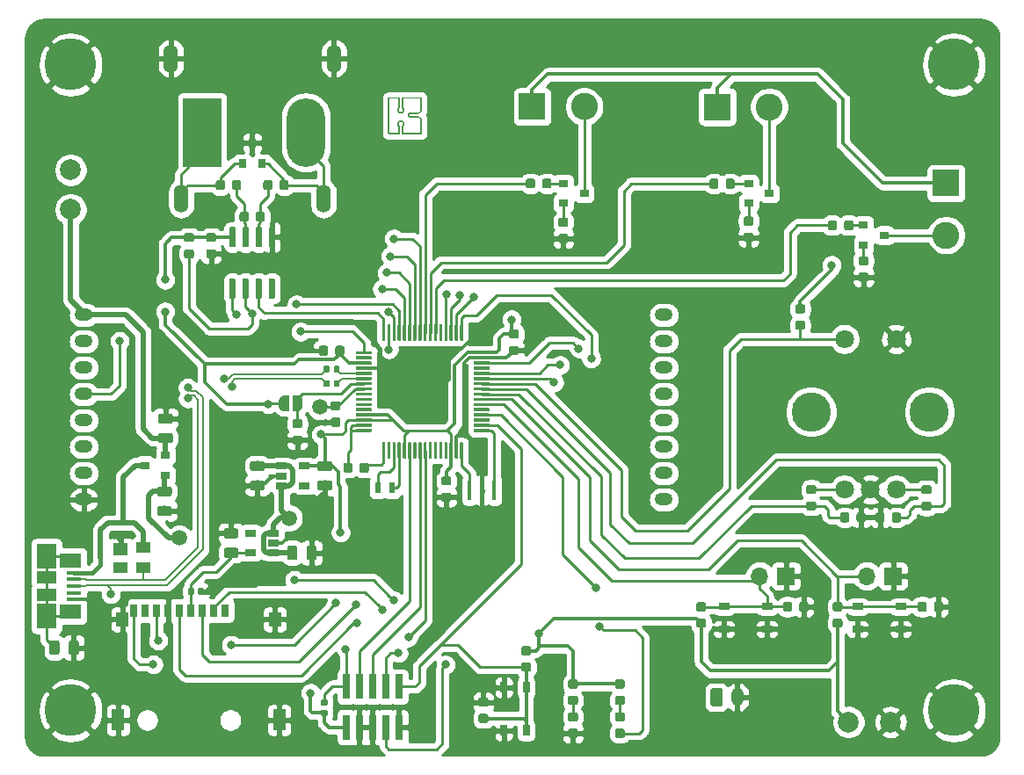
<source format=gbr>
G04 #@! TF.GenerationSoftware,KiCad,Pcbnew,5.1.4-e60b266~84~ubuntu18.04.1*
G04 #@! TF.CreationDate,2019-12-12T06:09:25+05:00*
G04 #@! TF.ProjectId,rck22,72636b32-322e-46b6-9963-61645f706362,rev?*
G04 #@! TF.SameCoordinates,Original*
G04 #@! TF.FileFunction,Copper,L1,Top*
G04 #@! TF.FilePolarity,Positive*
%FSLAX46Y46*%
G04 Gerber Fmt 4.6, Leading zero omitted, Abs format (unit mm)*
G04 Created by KiCad (PCBNEW 5.1.4-e60b266~84~ubuntu18.04.1) date 2019-12-12 06:09:25*
%MOMM*%
%LPD*%
G04 APERTURE LIST*
%ADD10C,0.100000*%
%ADD11C,0.975000*%
%ADD12R,1.200000X1.400000*%
%ADD13R,1.200000X2.000000*%
%ADD14R,0.700000X1.300000*%
%ADD15C,0.590000*%
%ADD16R,1.050000X0.650000*%
%ADD17R,1.060000X0.650000*%
%ADD18C,0.050000*%
%ADD19C,0.875000*%
%ADD20O,1.700000X1.700000*%
%ADD21R,1.700000X1.700000*%
%ADD22O,1.750000X1.200000*%
%ADD23R,0.900000X0.800000*%
%ADD24C,2.600000*%
%ADD25R,2.600000X2.600000*%
%ADD26R,0.800000X0.900000*%
%ADD27O,3.700000X6.600000*%
%ADD28R,3.700000X6.600000*%
%ADD29O,1.400000X2.700000*%
%ADD30R,0.600000X1.100000*%
%ADD31C,3.786000*%
%ADD32C,1.800000*%
%ADD33C,2.000000*%
%ADD34C,0.800000*%
%ADD35C,5.000000*%
%ADD36O,1.200000X1.750000*%
%ADD37C,1.200000*%
%ADD38R,0.400000X1.900000*%
%ADD39R,0.740000X2.400000*%
%ADD40C,0.600000*%
%ADD41C,0.300000*%
%ADD42R,0.650000X1.050000*%
%ADD43C,0.500000*%
%ADD44R,1.900000X1.175000*%
%ADD45R,1.900000X2.375000*%
%ADD46R,2.100000X1.475000*%
%ADD47R,1.380000X0.450000*%
%ADD48R,1.400000X1.000000*%
%ADD49R,1.400000X1.200000*%
%ADD50C,1.500000*%
%ADD51C,0.300000*%
%ADD52C,0.250000*%
%ADD53C,0.500000*%
%ADD54C,0.420000*%
%ADD55C,0.200000*%
%ADD56C,0.254000*%
G04 APERTURE END LIST*
D10*
G36*
X113733662Y-101827174D02*
G01*
X113757323Y-101830684D01*
X113780527Y-101836496D01*
X113803049Y-101844554D01*
X113824673Y-101854782D01*
X113845190Y-101867079D01*
X113864403Y-101881329D01*
X113882127Y-101897393D01*
X113898191Y-101915117D01*
X113912441Y-101934330D01*
X113924738Y-101954847D01*
X113934966Y-101976471D01*
X113943024Y-101998993D01*
X113948836Y-102022197D01*
X113952346Y-102045858D01*
X113953520Y-102069750D01*
X113953520Y-102557250D01*
X113952346Y-102581142D01*
X113948836Y-102604803D01*
X113943024Y-102628007D01*
X113934966Y-102650529D01*
X113924738Y-102672153D01*
X113912441Y-102692670D01*
X113898191Y-102711883D01*
X113882127Y-102729607D01*
X113864403Y-102745671D01*
X113845190Y-102759921D01*
X113824673Y-102772218D01*
X113803049Y-102782446D01*
X113780527Y-102790504D01*
X113757323Y-102796316D01*
X113733662Y-102799826D01*
X113709770Y-102801000D01*
X112797270Y-102801000D01*
X112773378Y-102799826D01*
X112749717Y-102796316D01*
X112726513Y-102790504D01*
X112703991Y-102782446D01*
X112682367Y-102772218D01*
X112661850Y-102759921D01*
X112642637Y-102745671D01*
X112624913Y-102729607D01*
X112608849Y-102711883D01*
X112594599Y-102692670D01*
X112582302Y-102672153D01*
X112572074Y-102650529D01*
X112564016Y-102628007D01*
X112558204Y-102604803D01*
X112554694Y-102581142D01*
X112553520Y-102557250D01*
X112553520Y-102069750D01*
X112554694Y-102045858D01*
X112558204Y-102022197D01*
X112564016Y-101998993D01*
X112572074Y-101976471D01*
X112582302Y-101954847D01*
X112594599Y-101934330D01*
X112608849Y-101915117D01*
X112624913Y-101897393D01*
X112642637Y-101881329D01*
X112661850Y-101867079D01*
X112682367Y-101854782D01*
X112703991Y-101844554D01*
X112726513Y-101836496D01*
X112749717Y-101830684D01*
X112773378Y-101827174D01*
X112797270Y-101826000D01*
X113709770Y-101826000D01*
X113733662Y-101827174D01*
X113733662Y-101827174D01*
G37*
D11*
X113253520Y-102313500D03*
D10*
G36*
X113733662Y-103702174D02*
G01*
X113757323Y-103705684D01*
X113780527Y-103711496D01*
X113803049Y-103719554D01*
X113824673Y-103729782D01*
X113845190Y-103742079D01*
X113864403Y-103756329D01*
X113882127Y-103772393D01*
X113898191Y-103790117D01*
X113912441Y-103809330D01*
X113924738Y-103829847D01*
X113934966Y-103851471D01*
X113943024Y-103873993D01*
X113948836Y-103897197D01*
X113952346Y-103920858D01*
X113953520Y-103944750D01*
X113953520Y-104432250D01*
X113952346Y-104456142D01*
X113948836Y-104479803D01*
X113943024Y-104503007D01*
X113934966Y-104525529D01*
X113924738Y-104547153D01*
X113912441Y-104567670D01*
X113898191Y-104586883D01*
X113882127Y-104604607D01*
X113864403Y-104620671D01*
X113845190Y-104634921D01*
X113824673Y-104647218D01*
X113803049Y-104657446D01*
X113780527Y-104665504D01*
X113757323Y-104671316D01*
X113733662Y-104674826D01*
X113709770Y-104676000D01*
X112797270Y-104676000D01*
X112773378Y-104674826D01*
X112749717Y-104671316D01*
X112726513Y-104665504D01*
X112703991Y-104657446D01*
X112682367Y-104647218D01*
X112661850Y-104634921D01*
X112642637Y-104620671D01*
X112624913Y-104604607D01*
X112608849Y-104586883D01*
X112594599Y-104567670D01*
X112582302Y-104547153D01*
X112572074Y-104525529D01*
X112564016Y-104503007D01*
X112558204Y-104479803D01*
X112554694Y-104456142D01*
X112553520Y-104432250D01*
X112553520Y-103944750D01*
X112554694Y-103920858D01*
X112558204Y-103897197D01*
X112564016Y-103873993D01*
X112572074Y-103851471D01*
X112582302Y-103829847D01*
X112594599Y-103809330D01*
X112608849Y-103790117D01*
X112624913Y-103772393D01*
X112642637Y-103756329D01*
X112661850Y-103742079D01*
X112682367Y-103729782D01*
X112703991Y-103719554D01*
X112726513Y-103711496D01*
X112749717Y-103705684D01*
X112773378Y-103702174D01*
X112797270Y-103701000D01*
X113709770Y-103701000D01*
X113733662Y-103702174D01*
X113733662Y-103702174D01*
G37*
D11*
X113253520Y-104188500D03*
D10*
G36*
X122763362Y-97217554D02*
G01*
X122787023Y-97221064D01*
X122810227Y-97226876D01*
X122832749Y-97234934D01*
X122854373Y-97245162D01*
X122874890Y-97257459D01*
X122894103Y-97271709D01*
X122911827Y-97287773D01*
X122927891Y-97305497D01*
X122942141Y-97324710D01*
X122954438Y-97345227D01*
X122964666Y-97366851D01*
X122972724Y-97389373D01*
X122978536Y-97412577D01*
X122982046Y-97436238D01*
X122983220Y-97460130D01*
X122983220Y-97947630D01*
X122982046Y-97971522D01*
X122978536Y-97995183D01*
X122972724Y-98018387D01*
X122964666Y-98040909D01*
X122954438Y-98062533D01*
X122942141Y-98083050D01*
X122927891Y-98102263D01*
X122911827Y-98119987D01*
X122894103Y-98136051D01*
X122874890Y-98150301D01*
X122854373Y-98162598D01*
X122832749Y-98172826D01*
X122810227Y-98180884D01*
X122787023Y-98186696D01*
X122763362Y-98190206D01*
X122739470Y-98191380D01*
X121826970Y-98191380D01*
X121803078Y-98190206D01*
X121779417Y-98186696D01*
X121756213Y-98180884D01*
X121733691Y-98172826D01*
X121712067Y-98162598D01*
X121691550Y-98150301D01*
X121672337Y-98136051D01*
X121654613Y-98119987D01*
X121638549Y-98102263D01*
X121624299Y-98083050D01*
X121612002Y-98062533D01*
X121601774Y-98040909D01*
X121593716Y-98018387D01*
X121587904Y-97995183D01*
X121584394Y-97971522D01*
X121583220Y-97947630D01*
X121583220Y-97460130D01*
X121584394Y-97436238D01*
X121587904Y-97412577D01*
X121593716Y-97389373D01*
X121601774Y-97366851D01*
X121612002Y-97345227D01*
X121624299Y-97324710D01*
X121638549Y-97305497D01*
X121654613Y-97287773D01*
X121672337Y-97271709D01*
X121691550Y-97257459D01*
X121712067Y-97245162D01*
X121733691Y-97234934D01*
X121756213Y-97226876D01*
X121779417Y-97221064D01*
X121803078Y-97217554D01*
X121826970Y-97216380D01*
X122739470Y-97216380D01*
X122763362Y-97217554D01*
X122763362Y-97217554D01*
G37*
D11*
X122283220Y-97703880D03*
D10*
G36*
X122763362Y-95342554D02*
G01*
X122787023Y-95346064D01*
X122810227Y-95351876D01*
X122832749Y-95359934D01*
X122854373Y-95370162D01*
X122874890Y-95382459D01*
X122894103Y-95396709D01*
X122911827Y-95412773D01*
X122927891Y-95430497D01*
X122942141Y-95449710D01*
X122954438Y-95470227D01*
X122964666Y-95491851D01*
X122972724Y-95514373D01*
X122978536Y-95537577D01*
X122982046Y-95561238D01*
X122983220Y-95585130D01*
X122983220Y-96072630D01*
X122982046Y-96096522D01*
X122978536Y-96120183D01*
X122972724Y-96143387D01*
X122964666Y-96165909D01*
X122954438Y-96187533D01*
X122942141Y-96208050D01*
X122927891Y-96227263D01*
X122911827Y-96244987D01*
X122894103Y-96261051D01*
X122874890Y-96275301D01*
X122854373Y-96287598D01*
X122832749Y-96297826D01*
X122810227Y-96305884D01*
X122787023Y-96311696D01*
X122763362Y-96315206D01*
X122739470Y-96316380D01*
X121826970Y-96316380D01*
X121803078Y-96315206D01*
X121779417Y-96311696D01*
X121756213Y-96305884D01*
X121733691Y-96297826D01*
X121712067Y-96287598D01*
X121691550Y-96275301D01*
X121672337Y-96261051D01*
X121654613Y-96244987D01*
X121638549Y-96227263D01*
X121624299Y-96208050D01*
X121612002Y-96187533D01*
X121601774Y-96165909D01*
X121593716Y-96143387D01*
X121587904Y-96120183D01*
X121584394Y-96096522D01*
X121583220Y-96072630D01*
X121583220Y-95585130D01*
X121584394Y-95561238D01*
X121587904Y-95537577D01*
X121593716Y-95514373D01*
X121601774Y-95491851D01*
X121612002Y-95470227D01*
X121624299Y-95449710D01*
X121638549Y-95430497D01*
X121654613Y-95412773D01*
X121672337Y-95396709D01*
X121691550Y-95382459D01*
X121712067Y-95370162D01*
X121733691Y-95359934D01*
X121756213Y-95351876D01*
X121779417Y-95346064D01*
X121803078Y-95342554D01*
X121826970Y-95341380D01*
X122739470Y-95341380D01*
X122763362Y-95342554D01*
X122763362Y-95342554D01*
G37*
D11*
X122283220Y-95828880D03*
D10*
G36*
X116260962Y-97212474D02*
G01*
X116284623Y-97215984D01*
X116307827Y-97221796D01*
X116330349Y-97229854D01*
X116351973Y-97240082D01*
X116372490Y-97252379D01*
X116391703Y-97266629D01*
X116409427Y-97282693D01*
X116425491Y-97300417D01*
X116439741Y-97319630D01*
X116452038Y-97340147D01*
X116462266Y-97361771D01*
X116470324Y-97384293D01*
X116476136Y-97407497D01*
X116479646Y-97431158D01*
X116480820Y-97455050D01*
X116480820Y-97942550D01*
X116479646Y-97966442D01*
X116476136Y-97990103D01*
X116470324Y-98013307D01*
X116462266Y-98035829D01*
X116452038Y-98057453D01*
X116439741Y-98077970D01*
X116425491Y-98097183D01*
X116409427Y-98114907D01*
X116391703Y-98130971D01*
X116372490Y-98145221D01*
X116351973Y-98157518D01*
X116330349Y-98167746D01*
X116307827Y-98175804D01*
X116284623Y-98181616D01*
X116260962Y-98185126D01*
X116237070Y-98186300D01*
X115324570Y-98186300D01*
X115300678Y-98185126D01*
X115277017Y-98181616D01*
X115253813Y-98175804D01*
X115231291Y-98167746D01*
X115209667Y-98157518D01*
X115189150Y-98145221D01*
X115169937Y-98130971D01*
X115152213Y-98114907D01*
X115136149Y-98097183D01*
X115121899Y-98077970D01*
X115109602Y-98057453D01*
X115099374Y-98035829D01*
X115091316Y-98013307D01*
X115085504Y-97990103D01*
X115081994Y-97966442D01*
X115080820Y-97942550D01*
X115080820Y-97455050D01*
X115081994Y-97431158D01*
X115085504Y-97407497D01*
X115091316Y-97384293D01*
X115099374Y-97361771D01*
X115109602Y-97340147D01*
X115121899Y-97319630D01*
X115136149Y-97300417D01*
X115152213Y-97282693D01*
X115169937Y-97266629D01*
X115189150Y-97252379D01*
X115209667Y-97240082D01*
X115231291Y-97229854D01*
X115253813Y-97221796D01*
X115277017Y-97215984D01*
X115300678Y-97212474D01*
X115324570Y-97211300D01*
X116237070Y-97211300D01*
X116260962Y-97212474D01*
X116260962Y-97212474D01*
G37*
D11*
X115780820Y-97698800D03*
D10*
G36*
X116260962Y-95337474D02*
G01*
X116284623Y-95340984D01*
X116307827Y-95346796D01*
X116330349Y-95354854D01*
X116351973Y-95365082D01*
X116372490Y-95377379D01*
X116391703Y-95391629D01*
X116409427Y-95407693D01*
X116425491Y-95425417D01*
X116439741Y-95444630D01*
X116452038Y-95465147D01*
X116462266Y-95486771D01*
X116470324Y-95509293D01*
X116476136Y-95532497D01*
X116479646Y-95556158D01*
X116480820Y-95580050D01*
X116480820Y-96067550D01*
X116479646Y-96091442D01*
X116476136Y-96115103D01*
X116470324Y-96138307D01*
X116462266Y-96160829D01*
X116452038Y-96182453D01*
X116439741Y-96202970D01*
X116425491Y-96222183D01*
X116409427Y-96239907D01*
X116391703Y-96255971D01*
X116372490Y-96270221D01*
X116351973Y-96282518D01*
X116330349Y-96292746D01*
X116307827Y-96300804D01*
X116284623Y-96306616D01*
X116260962Y-96310126D01*
X116237070Y-96311300D01*
X115324570Y-96311300D01*
X115300678Y-96310126D01*
X115277017Y-96306616D01*
X115253813Y-96300804D01*
X115231291Y-96292746D01*
X115209667Y-96282518D01*
X115189150Y-96270221D01*
X115169937Y-96255971D01*
X115152213Y-96239907D01*
X115136149Y-96222183D01*
X115121899Y-96202970D01*
X115109602Y-96182453D01*
X115099374Y-96160829D01*
X115091316Y-96138307D01*
X115085504Y-96115103D01*
X115081994Y-96091442D01*
X115080820Y-96067550D01*
X115080820Y-95580050D01*
X115081994Y-95556158D01*
X115085504Y-95532497D01*
X115091316Y-95509293D01*
X115099374Y-95486771D01*
X115109602Y-95465147D01*
X115121899Y-95444630D01*
X115136149Y-95425417D01*
X115152213Y-95407693D01*
X115169937Y-95391629D01*
X115189150Y-95377379D01*
X115209667Y-95365082D01*
X115231291Y-95354854D01*
X115253813Y-95346796D01*
X115277017Y-95340984D01*
X115300678Y-95337474D01*
X115324570Y-95336300D01*
X116237070Y-95336300D01*
X116260962Y-95337474D01*
X116260962Y-95337474D01*
G37*
D11*
X115780820Y-95823800D03*
D12*
X117464240Y-110610180D03*
D13*
X117884240Y-120310180D03*
X102364240Y-120310180D03*
D12*
X102784240Y-110610180D03*
D14*
X103884240Y-109760180D03*
X104984240Y-109760180D03*
X106084240Y-109760180D03*
X107184240Y-109760180D03*
X108284240Y-109760180D03*
X109384240Y-109760180D03*
X110484240Y-109760180D03*
X111584240Y-109760180D03*
X112684240Y-109760180D03*
D10*
G36*
X110514658Y-107590070D02*
G01*
X110528976Y-107592194D01*
X110543017Y-107595711D01*
X110556646Y-107600588D01*
X110569731Y-107606777D01*
X110582147Y-107614218D01*
X110593773Y-107622841D01*
X110604498Y-107632562D01*
X110614219Y-107643287D01*
X110622842Y-107654913D01*
X110630283Y-107667329D01*
X110636472Y-107680414D01*
X110641349Y-107694043D01*
X110644866Y-107708084D01*
X110646990Y-107722402D01*
X110647700Y-107736860D01*
X110647700Y-108081860D01*
X110646990Y-108096318D01*
X110644866Y-108110636D01*
X110641349Y-108124677D01*
X110636472Y-108138306D01*
X110630283Y-108151391D01*
X110622842Y-108163807D01*
X110614219Y-108175433D01*
X110604498Y-108186158D01*
X110593773Y-108195879D01*
X110582147Y-108204502D01*
X110569731Y-108211943D01*
X110556646Y-108218132D01*
X110543017Y-108223009D01*
X110528976Y-108226526D01*
X110514658Y-108228650D01*
X110500200Y-108229360D01*
X110205200Y-108229360D01*
X110190742Y-108228650D01*
X110176424Y-108226526D01*
X110162383Y-108223009D01*
X110148754Y-108218132D01*
X110135669Y-108211943D01*
X110123253Y-108204502D01*
X110111627Y-108195879D01*
X110100902Y-108186158D01*
X110091181Y-108175433D01*
X110082558Y-108163807D01*
X110075117Y-108151391D01*
X110068928Y-108138306D01*
X110064051Y-108124677D01*
X110060534Y-108110636D01*
X110058410Y-108096318D01*
X110057700Y-108081860D01*
X110057700Y-107736860D01*
X110058410Y-107722402D01*
X110060534Y-107708084D01*
X110064051Y-107694043D01*
X110068928Y-107680414D01*
X110075117Y-107667329D01*
X110082558Y-107654913D01*
X110091181Y-107643287D01*
X110100902Y-107632562D01*
X110111627Y-107622841D01*
X110123253Y-107614218D01*
X110135669Y-107606777D01*
X110148754Y-107600588D01*
X110162383Y-107595711D01*
X110176424Y-107592194D01*
X110190742Y-107590070D01*
X110205200Y-107589360D01*
X110500200Y-107589360D01*
X110514658Y-107590070D01*
X110514658Y-107590070D01*
G37*
D15*
X110352700Y-107909360D03*
D10*
G36*
X109544658Y-107590070D02*
G01*
X109558976Y-107592194D01*
X109573017Y-107595711D01*
X109586646Y-107600588D01*
X109599731Y-107606777D01*
X109612147Y-107614218D01*
X109623773Y-107622841D01*
X109634498Y-107632562D01*
X109644219Y-107643287D01*
X109652842Y-107654913D01*
X109660283Y-107667329D01*
X109666472Y-107680414D01*
X109671349Y-107694043D01*
X109674866Y-107708084D01*
X109676990Y-107722402D01*
X109677700Y-107736860D01*
X109677700Y-108081860D01*
X109676990Y-108096318D01*
X109674866Y-108110636D01*
X109671349Y-108124677D01*
X109666472Y-108138306D01*
X109660283Y-108151391D01*
X109652842Y-108163807D01*
X109644219Y-108175433D01*
X109634498Y-108186158D01*
X109623773Y-108195879D01*
X109612147Y-108204502D01*
X109599731Y-108211943D01*
X109586646Y-108218132D01*
X109573017Y-108223009D01*
X109558976Y-108226526D01*
X109544658Y-108228650D01*
X109530200Y-108229360D01*
X109235200Y-108229360D01*
X109220742Y-108228650D01*
X109206424Y-108226526D01*
X109192383Y-108223009D01*
X109178754Y-108218132D01*
X109165669Y-108211943D01*
X109153253Y-108204502D01*
X109141627Y-108195879D01*
X109130902Y-108186158D01*
X109121181Y-108175433D01*
X109112558Y-108163807D01*
X109105117Y-108151391D01*
X109098928Y-108138306D01*
X109094051Y-108124677D01*
X109090534Y-108110636D01*
X109088410Y-108096318D01*
X109087700Y-108081860D01*
X109087700Y-107736860D01*
X109088410Y-107722402D01*
X109090534Y-107708084D01*
X109094051Y-107694043D01*
X109098928Y-107680414D01*
X109105117Y-107667329D01*
X109112558Y-107654913D01*
X109121181Y-107643287D01*
X109130902Y-107632562D01*
X109141627Y-107622841D01*
X109153253Y-107614218D01*
X109165669Y-107606777D01*
X109178754Y-107600588D01*
X109192383Y-107595711D01*
X109206424Y-107592194D01*
X109220742Y-107590070D01*
X109235200Y-107589360D01*
X109530200Y-107589360D01*
X109544658Y-107590070D01*
X109544658Y-107590070D01*
G37*
D15*
X109382700Y-107909360D03*
D16*
X177751560Y-111539600D03*
X173601560Y-111539600D03*
X177751560Y-109389600D03*
X173601560Y-109389600D03*
X164876300Y-111539600D03*
X160726300Y-111539600D03*
X164876300Y-109389600D03*
X160726300Y-109389600D03*
D17*
X115145640Y-104190840D03*
X115145640Y-102290840D03*
X117345640Y-102290840D03*
X117345640Y-103240840D03*
X117345640Y-104190840D03*
D10*
G36*
X122419378Y-118344170D02*
G01*
X122433696Y-118346294D01*
X122447737Y-118349811D01*
X122461366Y-118354688D01*
X122474451Y-118360877D01*
X122486867Y-118368318D01*
X122498493Y-118376941D01*
X122509218Y-118386662D01*
X122518939Y-118397387D01*
X122527562Y-118409013D01*
X122535003Y-118421429D01*
X122541192Y-118434514D01*
X122546069Y-118448143D01*
X122549586Y-118462184D01*
X122551710Y-118476502D01*
X122552420Y-118490960D01*
X122552420Y-118785960D01*
X122551710Y-118800418D01*
X122549586Y-118814736D01*
X122546069Y-118828777D01*
X122541192Y-118842406D01*
X122535003Y-118855491D01*
X122527562Y-118867907D01*
X122518939Y-118879533D01*
X122509218Y-118890258D01*
X122498493Y-118899979D01*
X122486867Y-118908602D01*
X122474451Y-118916043D01*
X122461366Y-118922232D01*
X122447737Y-118927109D01*
X122433696Y-118930626D01*
X122419378Y-118932750D01*
X122404920Y-118933460D01*
X122059920Y-118933460D01*
X122045462Y-118932750D01*
X122031144Y-118930626D01*
X122017103Y-118927109D01*
X122003474Y-118922232D01*
X121990389Y-118916043D01*
X121977973Y-118908602D01*
X121966347Y-118899979D01*
X121955622Y-118890258D01*
X121945901Y-118879533D01*
X121937278Y-118867907D01*
X121929837Y-118855491D01*
X121923648Y-118842406D01*
X121918771Y-118828777D01*
X121915254Y-118814736D01*
X121913130Y-118800418D01*
X121912420Y-118785960D01*
X121912420Y-118490960D01*
X121913130Y-118476502D01*
X121915254Y-118462184D01*
X121918771Y-118448143D01*
X121923648Y-118434514D01*
X121929837Y-118421429D01*
X121937278Y-118409013D01*
X121945901Y-118397387D01*
X121955622Y-118386662D01*
X121966347Y-118376941D01*
X121977973Y-118368318D01*
X121990389Y-118360877D01*
X122003474Y-118354688D01*
X122017103Y-118349811D01*
X122031144Y-118346294D01*
X122045462Y-118344170D01*
X122059920Y-118343460D01*
X122404920Y-118343460D01*
X122419378Y-118344170D01*
X122419378Y-118344170D01*
G37*
D15*
X122232420Y-118638460D03*
D10*
G36*
X122419378Y-119314170D02*
G01*
X122433696Y-119316294D01*
X122447737Y-119319811D01*
X122461366Y-119324688D01*
X122474451Y-119330877D01*
X122486867Y-119338318D01*
X122498493Y-119346941D01*
X122509218Y-119356662D01*
X122518939Y-119367387D01*
X122527562Y-119379013D01*
X122535003Y-119391429D01*
X122541192Y-119404514D01*
X122546069Y-119418143D01*
X122549586Y-119432184D01*
X122551710Y-119446502D01*
X122552420Y-119460960D01*
X122552420Y-119755960D01*
X122551710Y-119770418D01*
X122549586Y-119784736D01*
X122546069Y-119798777D01*
X122541192Y-119812406D01*
X122535003Y-119825491D01*
X122527562Y-119837907D01*
X122518939Y-119849533D01*
X122509218Y-119860258D01*
X122498493Y-119869979D01*
X122486867Y-119878602D01*
X122474451Y-119886043D01*
X122461366Y-119892232D01*
X122447737Y-119897109D01*
X122433696Y-119900626D01*
X122419378Y-119902750D01*
X122404920Y-119903460D01*
X122059920Y-119903460D01*
X122045462Y-119902750D01*
X122031144Y-119900626D01*
X122017103Y-119897109D01*
X122003474Y-119892232D01*
X121990389Y-119886043D01*
X121977973Y-119878602D01*
X121966347Y-119869979D01*
X121955622Y-119860258D01*
X121945901Y-119849533D01*
X121937278Y-119837907D01*
X121929837Y-119825491D01*
X121923648Y-119812406D01*
X121918771Y-119798777D01*
X121915254Y-119784736D01*
X121913130Y-119770418D01*
X121912420Y-119755960D01*
X121912420Y-119460960D01*
X121913130Y-119446502D01*
X121915254Y-119432184D01*
X121918771Y-119418143D01*
X121923648Y-119404514D01*
X121929837Y-119391429D01*
X121937278Y-119379013D01*
X121945901Y-119367387D01*
X121955622Y-119356662D01*
X121966347Y-119346941D01*
X121977973Y-119338318D01*
X121990389Y-119330877D01*
X122003474Y-119324688D01*
X122017103Y-119319811D01*
X122031144Y-119316294D01*
X122045462Y-119314170D01*
X122059920Y-119313460D01*
X122404920Y-119313460D01*
X122419378Y-119314170D01*
X122419378Y-119314170D01*
G37*
D15*
X122232420Y-119608460D03*
D18*
X128493520Y-63794640D03*
D10*
G36*
X131541739Y-60284965D02*
G01*
X131541770Y-60284964D01*
X131541801Y-60284966D01*
X131542293Y-60284969D01*
X131545757Y-60285187D01*
X131549086Y-60285373D01*
X131549339Y-60285412D01*
X131549606Y-60285429D01*
X131552999Y-60285979D01*
X131556327Y-60286494D01*
X131556581Y-60286559D01*
X131556839Y-60286601D01*
X131560102Y-60287463D01*
X131563424Y-60288316D01*
X131563674Y-60288407D01*
X131563924Y-60288473D01*
X131567067Y-60289642D01*
X131570310Y-60290822D01*
X131570550Y-60290937D01*
X131570792Y-60291027D01*
X131573813Y-60292500D01*
X131576918Y-60293988D01*
X131577144Y-60294125D01*
X131577378Y-60294239D01*
X131580313Y-60296044D01*
X131583185Y-60297784D01*
X131583388Y-60297936D01*
X131583619Y-60298078D01*
X131586377Y-60300172D01*
X131589053Y-60302174D01*
X131589247Y-60302351D01*
X131589455Y-60302509D01*
X131591915Y-60304787D01*
X131594464Y-60307114D01*
X131594644Y-60307313D01*
X131594831Y-60307487D01*
X131597043Y-60309978D01*
X131599367Y-60312560D01*
X131599525Y-60312775D01*
X131599696Y-60312967D01*
X131601672Y-60315687D01*
X131603715Y-60318458D01*
X131603850Y-60318684D01*
X131604003Y-60318895D01*
X131605716Y-60321815D01*
X131607467Y-60324752D01*
X131607579Y-60324990D01*
X131607711Y-60325215D01*
X131609136Y-60328298D01*
X131610587Y-60331382D01*
X131610675Y-60331628D01*
X131610785Y-60331867D01*
X131611921Y-60335127D01*
X131613045Y-60338285D01*
X131613107Y-60338533D01*
X131613195Y-60338786D01*
X131614006Y-60342137D01*
X131614818Y-60345394D01*
X131614856Y-60345652D01*
X131614918Y-60345908D01*
X131615389Y-60349264D01*
X131615888Y-60352643D01*
X131615901Y-60352909D01*
X131615937Y-60353165D01*
X131616078Y-60356527D01*
X131616246Y-60359962D01*
X131616246Y-61501876D01*
X131616303Y-61515953D01*
X131616301Y-61517000D01*
X131616132Y-61519882D01*
X131616027Y-61522697D01*
X131612807Y-61560074D01*
X131612710Y-61561117D01*
X131612610Y-61561784D01*
X131612563Y-61562463D01*
X131612066Y-61565415D01*
X131611624Y-61568363D01*
X131611459Y-61569020D01*
X131611346Y-61569689D01*
X131599799Y-61622391D01*
X131599568Y-61623413D01*
X131598888Y-61625790D01*
X131598285Y-61628187D01*
X131597883Y-61629308D01*
X131597554Y-61630458D01*
X131596642Y-61632767D01*
X131595810Y-61635084D01*
X131570840Y-61695261D01*
X131570432Y-61696226D01*
X131570011Y-61697084D01*
X131569647Y-61697985D01*
X131568391Y-61700386D01*
X131567205Y-61702804D01*
X131566697Y-61703625D01*
X131566251Y-61704478D01*
X131564767Y-61706744D01*
X131563350Y-61709036D01*
X131562769Y-61709797D01*
X131562238Y-61710609D01*
X131518776Y-61770411D01*
X131518155Y-61771254D01*
X131516317Y-61773475D01*
X131514518Y-61775743D01*
X131513980Y-61776300D01*
X131513484Y-61776899D01*
X131511433Y-61778934D01*
X131509426Y-61781011D01*
X131508831Y-61781517D01*
X131508283Y-61782061D01*
X131506069Y-61783866D01*
X131503844Y-61785759D01*
X131436816Y-61837336D01*
X131436402Y-61837650D01*
X131436379Y-61837669D01*
X131436354Y-61837686D01*
X131435982Y-61837968D01*
X131433134Y-61839888D01*
X131430331Y-61841804D01*
X131430114Y-61841923D01*
X131429905Y-61842064D01*
X131426863Y-61843707D01*
X131423907Y-61845329D01*
X131423680Y-61845426D01*
X131423458Y-61845546D01*
X131420289Y-61846877D01*
X131417170Y-61848211D01*
X131321499Y-61883712D01*
X131320515Y-61884070D01*
X131318473Y-61884685D01*
X131316474Y-61885378D01*
X131314980Y-61885737D01*
X131313499Y-61886183D01*
X131311411Y-61886595D01*
X131309349Y-61887090D01*
X131307817Y-61887303D01*
X131306310Y-61887600D01*
X131304210Y-61887804D01*
X131302091Y-61888099D01*
X131172704Y-61899676D01*
X131171661Y-61899762D01*
X131168828Y-61899837D01*
X131166020Y-61899974D01*
X130518359Y-61899974D01*
X130502972Y-61901680D01*
X130492496Y-61905256D01*
X130482450Y-61911267D01*
X130473051Y-61919828D01*
X130464803Y-61930885D01*
X130458283Y-61944183D01*
X130454020Y-61959402D01*
X130452176Y-61979762D01*
X130452176Y-62040508D01*
X130454020Y-62060866D01*
X130458280Y-62076074D01*
X130464795Y-62089359D01*
X130473039Y-62100404D01*
X130482446Y-62108969D01*
X130492494Y-62114981D01*
X130502972Y-62118558D01*
X130518359Y-62120264D01*
X131167041Y-62120264D01*
X131168088Y-62120271D01*
X131168792Y-62120315D01*
X131169495Y-62120304D01*
X131172440Y-62120545D01*
X131175401Y-62120731D01*
X131176096Y-62120844D01*
X131176798Y-62120901D01*
X131304837Y-62137701D01*
X131305874Y-62137844D01*
X131306417Y-62137950D01*
X131306965Y-62138011D01*
X131309995Y-62138651D01*
X131313065Y-62139252D01*
X131313599Y-62139412D01*
X131314134Y-62139525D01*
X131317077Y-62140454D01*
X131320084Y-62141355D01*
X131320598Y-62141566D01*
X131321122Y-62141731D01*
X131416061Y-62176884D01*
X131417041Y-62177254D01*
X131418773Y-62178022D01*
X131420550Y-62178712D01*
X131422122Y-62179507D01*
X131423739Y-62180224D01*
X131425402Y-62181166D01*
X131427089Y-62182019D01*
X131428576Y-62182964D01*
X131430115Y-62183835D01*
X131431664Y-62184924D01*
X131433274Y-62185947D01*
X131500059Y-62233096D01*
X131500910Y-62233706D01*
X131502564Y-62235037D01*
X131504284Y-62236308D01*
X131505427Y-62237340D01*
X131506619Y-62238299D01*
X131508139Y-62239789D01*
X131509723Y-62241219D01*
X131510760Y-62242358D01*
X131511852Y-62243428D01*
X131513215Y-62245054D01*
X131514657Y-62246637D01*
X131558221Y-62299441D01*
X131558882Y-62300253D01*
X131559515Y-62301126D01*
X131560203Y-62301950D01*
X131561658Y-62304085D01*
X131563181Y-62306187D01*
X131563726Y-62307118D01*
X131564330Y-62308005D01*
X131565573Y-62310276D01*
X131566880Y-62312512D01*
X131567329Y-62313487D01*
X131567847Y-62314434D01*
X131593032Y-62366345D01*
X131593037Y-62366354D01*
X131593041Y-62366364D01*
X131593132Y-62366551D01*
X131593583Y-62367496D01*
X131594744Y-62370329D01*
X131595928Y-62373087D01*
X131596116Y-62373679D01*
X131596361Y-62374276D01*
X131597242Y-62377217D01*
X131598150Y-62380070D01*
X131610101Y-62425152D01*
X131610362Y-62426165D01*
X131610626Y-62427491D01*
X131610970Y-62428795D01*
X131611338Y-62431071D01*
X131611792Y-62433352D01*
X131611925Y-62434699D01*
X131612140Y-62436028D01*
X131615688Y-62467730D01*
X131615737Y-62468196D01*
X131615742Y-62468230D01*
X131615744Y-62468265D01*
X131615797Y-62468772D01*
X131615961Y-62472148D01*
X131616151Y-62475546D01*
X131616235Y-62487527D01*
X131616235Y-62488011D01*
X131616237Y-62488052D01*
X131616239Y-62650423D01*
X131616242Y-62812794D01*
X131616244Y-62975165D01*
X131616247Y-63137536D01*
X131616249Y-63299906D01*
X131616252Y-63462277D01*
X131616254Y-63624648D01*
X131616257Y-63787019D01*
X131616254Y-63787513D01*
X131616255Y-63787544D01*
X131616253Y-63787575D01*
X131616250Y-63788066D01*
X131616033Y-63791522D01*
X131615846Y-63794860D01*
X131615807Y-63795114D01*
X131615790Y-63795379D01*
X131615244Y-63798750D01*
X131614725Y-63802101D01*
X131614659Y-63802357D01*
X131614618Y-63802612D01*
X131613765Y-63805841D01*
X131612903Y-63809198D01*
X131612811Y-63809450D01*
X131612746Y-63809697D01*
X131611573Y-63812852D01*
X131610397Y-63816084D01*
X131610285Y-63816319D01*
X131610193Y-63816565D01*
X131608690Y-63819647D01*
X131607231Y-63822692D01*
X131607097Y-63822914D01*
X131606981Y-63823151D01*
X131605150Y-63826128D01*
X131603435Y-63828959D01*
X131603285Y-63829159D01*
X131603142Y-63829392D01*
X131601031Y-63832172D01*
X131599045Y-63834827D01*
X131598870Y-63835019D01*
X131598711Y-63835228D01*
X131596427Y-63837695D01*
X131594105Y-63840238D01*
X131593906Y-63840417D01*
X131593733Y-63840604D01*
X131591250Y-63842809D01*
X131588659Y-63845141D01*
X131588444Y-63845300D01*
X131588253Y-63845469D01*
X131585558Y-63847427D01*
X131582761Y-63849489D01*
X131582533Y-63849625D01*
X131582325Y-63849776D01*
X131579447Y-63851464D01*
X131576467Y-63853241D01*
X131576225Y-63853355D01*
X131576005Y-63853484D01*
X131572985Y-63854880D01*
X131569837Y-63856361D01*
X131569586Y-63856451D01*
X131569353Y-63856558D01*
X131566115Y-63857686D01*
X131562934Y-63858819D01*
X131562689Y-63858880D01*
X131562434Y-63858969D01*
X131559050Y-63859788D01*
X131555825Y-63860592D01*
X131555569Y-63860630D01*
X131555312Y-63860692D01*
X131551936Y-63861166D01*
X131548576Y-63861662D01*
X131548312Y-63861675D01*
X131548055Y-63861711D01*
X131544686Y-63861852D01*
X131541257Y-63862020D01*
X129740660Y-63862020D01*
X129740167Y-63862017D01*
X129740136Y-63862018D01*
X129740105Y-63862016D01*
X129739613Y-63862013D01*
X129736149Y-63861795D01*
X129732820Y-63861609D01*
X129732567Y-63861570D01*
X129732300Y-63861553D01*
X129728907Y-63861003D01*
X129725579Y-63860488D01*
X129725325Y-63860423D01*
X129725067Y-63860381D01*
X129721804Y-63859519D01*
X129718482Y-63858666D01*
X129718232Y-63858575D01*
X129717982Y-63858509D01*
X129714839Y-63857340D01*
X129711596Y-63856160D01*
X129711356Y-63856045D01*
X129711114Y-63855955D01*
X129708093Y-63854482D01*
X129704988Y-63852994D01*
X129704762Y-63852857D01*
X129704528Y-63852743D01*
X129701593Y-63850938D01*
X129698721Y-63849198D01*
X129698518Y-63849046D01*
X129698287Y-63848904D01*
X129695529Y-63846810D01*
X129692853Y-63844808D01*
X129692659Y-63844631D01*
X129692451Y-63844473D01*
X129689991Y-63842195D01*
X129687442Y-63839868D01*
X129687262Y-63839669D01*
X129687075Y-63839495D01*
X129684863Y-63837004D01*
X129682539Y-63834422D01*
X129682381Y-63834207D01*
X129682210Y-63834015D01*
X129680234Y-63831295D01*
X129678191Y-63828524D01*
X129678056Y-63828298D01*
X129677903Y-63828087D01*
X129676190Y-63825167D01*
X129674439Y-63822230D01*
X129674327Y-63821992D01*
X129674195Y-63821767D01*
X129672770Y-63818684D01*
X129671319Y-63815600D01*
X129671231Y-63815354D01*
X129671121Y-63815115D01*
X129669985Y-63811855D01*
X129668861Y-63808697D01*
X129668799Y-63808449D01*
X129668711Y-63808196D01*
X129667900Y-63804845D01*
X129667088Y-63801588D01*
X129667050Y-63801330D01*
X129666988Y-63801074D01*
X129666517Y-63797718D01*
X129666018Y-63794339D01*
X129666005Y-63794073D01*
X129665969Y-63793817D01*
X129665828Y-63790455D01*
X129665660Y-63787020D01*
X129665660Y-63088324D01*
X129665667Y-63087277D01*
X129665771Y-63085620D01*
X129665786Y-63083982D01*
X129666000Y-63081984D01*
X129666127Y-63079964D01*
X129666390Y-63078341D01*
X129666566Y-63076697D01*
X129666978Y-63074710D01*
X129667299Y-63072731D01*
X129667719Y-63071143D01*
X129668055Y-63069522D01*
X129668656Y-63067596D01*
X129669171Y-63065646D01*
X129669748Y-63064093D01*
X129670237Y-63062527D01*
X129671017Y-63060682D01*
X129671725Y-63058778D01*
X129672452Y-63057288D01*
X129673090Y-63055778D01*
X129674049Y-63054012D01*
X129674937Y-63052192D01*
X129675802Y-63050785D01*
X129676588Y-63049339D01*
X129677716Y-63047674D01*
X129678776Y-63045951D01*
X129679775Y-63044635D01*
X129680698Y-63043273D01*
X129681991Y-63041716D01*
X129683207Y-63040115D01*
X129684320Y-63038913D01*
X129685380Y-63037637D01*
X129686821Y-63036212D01*
X129688185Y-63034739D01*
X129689414Y-63033648D01*
X129690590Y-63032485D01*
X129692164Y-63031206D01*
X129693665Y-63029874D01*
X129694988Y-63028913D01*
X129696278Y-63027865D01*
X129720240Y-63010275D01*
X129738108Y-62993319D01*
X129753607Y-62974416D01*
X129766619Y-62953788D01*
X129776977Y-62931732D01*
X129784559Y-62908470D01*
X129789218Y-62884282D01*
X129790734Y-62860803D01*
X129786583Y-62819624D01*
X129775148Y-62782795D01*
X129757031Y-62749419D01*
X129732978Y-62720266D01*
X129703831Y-62696216D01*
X129670450Y-62678096D01*
X129633628Y-62666664D01*
X129593800Y-62662656D01*
X129553960Y-62666664D01*
X129517123Y-62678095D01*
X129483744Y-62696208D01*
X129454585Y-62720262D01*
X129430528Y-62749415D01*
X129412406Y-62782794D01*
X129400968Y-62819630D01*
X129396795Y-62860986D01*
X129398078Y-62882425D01*
X129402086Y-62904906D01*
X129408619Y-62926630D01*
X129417583Y-62947415D01*
X129428865Y-62967028D01*
X129442364Y-62985270D01*
X129457974Y-63001935D01*
X129478982Y-63019682D01*
X129479778Y-63020363D01*
X129481770Y-63022272D01*
X129483802Y-63024128D01*
X129484415Y-63024809D01*
X129485067Y-63025434D01*
X129486851Y-63027515D01*
X129488705Y-63029574D01*
X129489246Y-63030308D01*
X129489836Y-63030996D01*
X129491414Y-63033249D01*
X129493053Y-63035472D01*
X129493519Y-63036254D01*
X129494041Y-63036999D01*
X129495392Y-63039395D01*
X129496805Y-63041766D01*
X129497194Y-63042592D01*
X129497639Y-63043382D01*
X129498753Y-63045905D01*
X129499925Y-63048396D01*
X129500228Y-63049246D01*
X129500598Y-63050085D01*
X129501467Y-63052726D01*
X129502383Y-63055299D01*
X129502602Y-63056175D01*
X129502888Y-63057046D01*
X129503489Y-63059732D01*
X129504156Y-63062408D01*
X129504290Y-63063316D01*
X129504487Y-63064197D01*
X129504821Y-63066912D01*
X129505226Y-63069657D01*
X129505271Y-63070571D01*
X129505381Y-63071468D01*
X129505448Y-63074196D01*
X129505584Y-63076976D01*
X129505584Y-63787027D01*
X129505581Y-63787520D01*
X129505582Y-63787551D01*
X129505580Y-63787582D01*
X129505577Y-63788074D01*
X129505359Y-63791538D01*
X129505173Y-63794867D01*
X129505134Y-63795120D01*
X129505117Y-63795387D01*
X129504567Y-63798780D01*
X129504052Y-63802108D01*
X129503987Y-63802362D01*
X129503945Y-63802620D01*
X129503083Y-63805883D01*
X129502230Y-63809205D01*
X129502139Y-63809455D01*
X129502073Y-63809705D01*
X129500904Y-63812848D01*
X129499724Y-63816091D01*
X129499609Y-63816331D01*
X129499519Y-63816573D01*
X129498046Y-63819594D01*
X129496558Y-63822699D01*
X129496421Y-63822925D01*
X129496307Y-63823159D01*
X129494502Y-63826094D01*
X129492762Y-63828966D01*
X129492610Y-63829169D01*
X129492468Y-63829400D01*
X129490374Y-63832158D01*
X129488372Y-63834834D01*
X129488195Y-63835028D01*
X129488037Y-63835236D01*
X129485759Y-63837696D01*
X129483432Y-63840245D01*
X129483233Y-63840425D01*
X129483059Y-63840612D01*
X129480568Y-63842824D01*
X129477986Y-63845148D01*
X129477771Y-63845306D01*
X129477579Y-63845477D01*
X129474859Y-63847453D01*
X129472088Y-63849496D01*
X129471862Y-63849631D01*
X129471651Y-63849784D01*
X129468731Y-63851497D01*
X129465794Y-63853248D01*
X129465556Y-63853360D01*
X129465331Y-63853492D01*
X129462248Y-63854917D01*
X129459164Y-63856368D01*
X129458918Y-63856456D01*
X129458679Y-63856566D01*
X129455419Y-63857702D01*
X129452261Y-63858826D01*
X129452013Y-63858888D01*
X129451760Y-63858976D01*
X129448409Y-63859787D01*
X129445152Y-63860599D01*
X129444894Y-63860637D01*
X129444638Y-63860699D01*
X129441282Y-63861170D01*
X129437903Y-63861669D01*
X129437637Y-63861682D01*
X129437381Y-63861718D01*
X129434019Y-63861859D01*
X129430584Y-63862027D01*
X128433716Y-63862027D01*
X128433223Y-63862024D01*
X128433192Y-63862025D01*
X128433161Y-63862023D01*
X128432669Y-63862020D01*
X128429205Y-63861802D01*
X128425876Y-63861616D01*
X128425623Y-63861577D01*
X128425356Y-63861560D01*
X128421963Y-63861010D01*
X128418635Y-63860495D01*
X128418381Y-63860430D01*
X128418123Y-63860388D01*
X128414860Y-63859526D01*
X128411538Y-63858673D01*
X128411288Y-63858582D01*
X128411038Y-63858516D01*
X128407895Y-63857347D01*
X128404652Y-63856167D01*
X128404412Y-63856052D01*
X128404170Y-63855962D01*
X128401149Y-63854489D01*
X128398044Y-63853001D01*
X128397818Y-63852864D01*
X128397584Y-63852750D01*
X128394649Y-63850945D01*
X128391777Y-63849205D01*
X128391574Y-63849053D01*
X128391343Y-63848911D01*
X128388585Y-63846817D01*
X128385909Y-63844815D01*
X128385715Y-63844638D01*
X128385507Y-63844480D01*
X128383047Y-63842202D01*
X128380498Y-63839875D01*
X128380318Y-63839676D01*
X128380131Y-63839502D01*
X128377919Y-63837011D01*
X128375595Y-63834429D01*
X128375437Y-63834214D01*
X128375266Y-63834022D01*
X128373290Y-63831302D01*
X128371247Y-63828531D01*
X128371112Y-63828305D01*
X128370959Y-63828094D01*
X128369246Y-63825174D01*
X128367495Y-63822237D01*
X128367383Y-63821999D01*
X128367251Y-63821774D01*
X128365826Y-63818691D01*
X128364375Y-63815607D01*
X128364287Y-63815361D01*
X128364177Y-63815122D01*
X128363041Y-63811862D01*
X128361917Y-63808704D01*
X128361855Y-63808456D01*
X128361767Y-63808203D01*
X128360956Y-63804852D01*
X128360144Y-63801595D01*
X128360106Y-63801337D01*
X128360044Y-63801081D01*
X128359573Y-63797725D01*
X128359074Y-63794346D01*
X128359061Y-63794080D01*
X128359025Y-63793824D01*
X128358884Y-63790462D01*
X128358716Y-63787027D01*
X128358716Y-60434967D01*
X128508716Y-60434967D01*
X128508716Y-63712027D01*
X129355584Y-63712027D01*
X129355584Y-63111635D01*
X129354388Y-63110478D01*
X129351746Y-63107945D01*
X129351620Y-63107798D01*
X129351493Y-63107675D01*
X129329920Y-63084644D01*
X129329209Y-63083875D01*
X129329112Y-63083757D01*
X129329009Y-63083654D01*
X129326841Y-63081005D01*
X129324545Y-63078223D01*
X129324459Y-63078095D01*
X129324368Y-63077984D01*
X129305717Y-63052779D01*
X129305100Y-63051933D01*
X129305031Y-63051827D01*
X129304954Y-63051729D01*
X129302966Y-63048634D01*
X129301120Y-63045781D01*
X129301063Y-63045670D01*
X129300994Y-63045563D01*
X129285408Y-63018467D01*
X129284892Y-63017556D01*
X129284839Y-63017448D01*
X129284778Y-63017350D01*
X129283192Y-63014117D01*
X129281644Y-63010987D01*
X129281600Y-63010870D01*
X129281551Y-63010771D01*
X129269173Y-62982069D01*
X129268765Y-62981105D01*
X129268722Y-62980984D01*
X129268670Y-62980874D01*
X129267531Y-62977663D01*
X129266292Y-62974208D01*
X129266260Y-62974080D01*
X129266220Y-62973968D01*
X129257190Y-62943943D01*
X129256895Y-62942938D01*
X129256860Y-62942789D01*
X129256813Y-62942648D01*
X129256053Y-62939333D01*
X129255229Y-62935803D01*
X129255208Y-62935645D01*
X129255176Y-62935505D01*
X129249638Y-62904438D01*
X129249461Y-62903406D01*
X129249439Y-62903215D01*
X129249403Y-62903042D01*
X129249026Y-62899588D01*
X129248631Y-62896126D01*
X129248628Y-62895942D01*
X129248608Y-62895758D01*
X129246703Y-62863936D01*
X129246647Y-62862890D01*
X129246653Y-62861062D01*
X129246569Y-62859243D01*
X129246664Y-62857404D01*
X129246670Y-62855563D01*
X129246854Y-62853746D01*
X129246948Y-62851925D01*
X129252483Y-62797066D01*
X129252518Y-62796738D01*
X129252521Y-62796690D01*
X129252529Y-62796639D01*
X129252595Y-62796025D01*
X129253133Y-62792760D01*
X129253649Y-62789450D01*
X129253732Y-62789127D01*
X129253787Y-62788795D01*
X129254663Y-62785517D01*
X129255478Y-62782354D01*
X129271344Y-62731258D01*
X129271357Y-62731216D01*
X129271362Y-62731198D01*
X129271370Y-62731176D01*
X129271661Y-62730260D01*
X129272791Y-62727292D01*
X129273880Y-62724317D01*
X129274092Y-62723876D01*
X129274269Y-62723412D01*
X129275713Y-62720509D01*
X129277058Y-62717714D01*
X129302049Y-62671683D01*
X129302054Y-62671673D01*
X129302061Y-62671662D01*
X129302160Y-62671479D01*
X129302666Y-62670562D01*
X129304281Y-62667987D01*
X129305843Y-62665401D01*
X129306216Y-62664902D01*
X129306559Y-62664354D01*
X129308443Y-62661917D01*
X129310225Y-62659528D01*
X129343468Y-62619244D01*
X129344140Y-62618441D01*
X129346170Y-62616273D01*
X129348170Y-62614059D01*
X129348675Y-62613599D01*
X129349149Y-62613093D01*
X129351378Y-62611137D01*
X129353588Y-62609125D01*
X129393704Y-62576033D01*
X129393710Y-62576027D01*
X129393718Y-62576021D01*
X129393878Y-62575889D01*
X129394690Y-62575228D01*
X129397168Y-62573433D01*
X129399571Y-62571630D01*
X129400101Y-62571308D01*
X129400624Y-62570929D01*
X129403261Y-62569387D01*
X129405833Y-62567824D01*
X129452072Y-62542732D01*
X129452118Y-62542707D01*
X129452127Y-62542702D01*
X129452139Y-62542696D01*
X129452996Y-62542239D01*
X129455862Y-62540910D01*
X129458733Y-62539532D01*
X129459198Y-62539362D01*
X129459643Y-62539156D01*
X129462612Y-62538117D01*
X129465617Y-62537021D01*
X129516714Y-62521166D01*
X129517045Y-62521066D01*
X129517081Y-62521053D01*
X129517121Y-62521043D01*
X129517716Y-62520863D01*
X129520954Y-62520077D01*
X129524186Y-62519263D01*
X129524510Y-62519214D01*
X129524837Y-62519135D01*
X129528135Y-62518670D01*
X129531432Y-62518174D01*
X129586292Y-62512654D01*
X129586630Y-62512622D01*
X129586673Y-62512616D01*
X129586719Y-62512614D01*
X129587335Y-62512556D01*
X129590636Y-62512432D01*
X129593993Y-62512277D01*
X129594329Y-62512294D01*
X129594657Y-62512282D01*
X129597984Y-62512483D01*
X129601311Y-62512654D01*
X129656163Y-62518174D01*
X129656512Y-62518212D01*
X129656555Y-62518214D01*
X129656600Y-62518221D01*
X129657204Y-62518286D01*
X129660506Y-62518830D01*
X129663796Y-62519342D01*
X129664108Y-62519422D01*
X129664434Y-62519476D01*
X129667671Y-62520340D01*
X129670892Y-62521170D01*
X129721981Y-62537032D01*
X129722019Y-62537044D01*
X129722038Y-62537049D01*
X129722061Y-62537057D01*
X129722979Y-62537349D01*
X129725943Y-62538478D01*
X129728919Y-62539567D01*
X129729363Y-62539781D01*
X129729826Y-62539957D01*
X129732666Y-62541370D01*
X129735522Y-62542744D01*
X129781754Y-62567840D01*
X129782671Y-62568346D01*
X129785238Y-62569955D01*
X129787833Y-62571523D01*
X129788338Y-62571899D01*
X129788879Y-62572239D01*
X129791294Y-62574105D01*
X129793706Y-62575905D01*
X129833988Y-62609141D01*
X129834791Y-62609813D01*
X129836967Y-62611851D01*
X129839172Y-62613842D01*
X129839632Y-62614347D01*
X129840139Y-62614822D01*
X129842118Y-62617077D01*
X129844106Y-62619260D01*
X129877341Y-62659541D01*
X129878002Y-62660353D01*
X129879794Y-62662826D01*
X129881599Y-62665231D01*
X129881924Y-62665766D01*
X129882301Y-62666286D01*
X129883839Y-62668916D01*
X129885405Y-62671492D01*
X129910501Y-62717725D01*
X129910520Y-62717760D01*
X129910530Y-62717777D01*
X129910541Y-62717800D01*
X129910994Y-62718649D01*
X129912326Y-62721519D01*
X129913701Y-62724383D01*
X129913868Y-62724840D01*
X129914079Y-62725295D01*
X129915129Y-62728297D01*
X129916213Y-62731266D01*
X129932075Y-62782356D01*
X129932172Y-62782674D01*
X129932188Y-62782720D01*
X129932201Y-62782770D01*
X129932379Y-62783358D01*
X129933169Y-62786611D01*
X129933979Y-62789825D01*
X129934027Y-62790145D01*
X129934108Y-62790478D01*
X129934575Y-62793783D01*
X129935070Y-62797071D01*
X129940600Y-62851923D01*
X129940698Y-62852965D01*
X129940773Y-62854961D01*
X129940937Y-62856951D01*
X129940911Y-62858614D01*
X129940974Y-62860288D01*
X129940853Y-62862292D01*
X129940822Y-62864278D01*
X129938602Y-62898661D01*
X129938528Y-62899706D01*
X129938460Y-62900238D01*
X129938437Y-62900760D01*
X129937998Y-62903840D01*
X129937597Y-62906974D01*
X129937479Y-62907491D01*
X129937404Y-62908015D01*
X129930964Y-62941448D01*
X129930759Y-62942475D01*
X129930635Y-62942956D01*
X129930553Y-62943435D01*
X129929725Y-62946473D01*
X129928924Y-62949569D01*
X129928755Y-62950030D01*
X129928626Y-62950504D01*
X129918152Y-62982639D01*
X129917821Y-62983632D01*
X129917646Y-62984073D01*
X129917517Y-62984501D01*
X129916327Y-62987396D01*
X129915117Y-62990442D01*
X129914903Y-62990858D01*
X129914730Y-62991278D01*
X129900414Y-63021761D01*
X129899963Y-63022706D01*
X129899743Y-63023107D01*
X129899564Y-63023512D01*
X129898015Y-63026257D01*
X129896438Y-63029130D01*
X129896179Y-63029509D01*
X129895962Y-63029893D01*
X129877994Y-63058378D01*
X129877429Y-63059259D01*
X129877157Y-63059636D01*
X129876921Y-63060029D01*
X129875013Y-63062604D01*
X129873138Y-63065199D01*
X129872836Y-63065541D01*
X129872558Y-63065916D01*
X129851130Y-63092050D01*
X129850461Y-63092856D01*
X129850119Y-63093224D01*
X129849822Y-63093602D01*
X129847668Y-63095856D01*
X129845468Y-63098219D01*
X129845095Y-63098548D01*
X129844759Y-63098900D01*
X129820062Y-63122338D01*
X129819298Y-63123053D01*
X129818878Y-63123404D01*
X129818504Y-63123774D01*
X129816140Y-63125694D01*
X129815660Y-63126096D01*
X129815660Y-63712020D01*
X131466256Y-63712020D01*
X131466254Y-63624650D01*
X131466254Y-63624599D01*
X131466252Y-63462279D01*
X131466252Y-63462252D01*
X131466249Y-63299908D01*
X131466249Y-63299906D01*
X131466247Y-63137538D01*
X131466247Y-63137536D01*
X131466244Y-62975167D01*
X131466244Y-62975124D01*
X131466242Y-62812796D01*
X131466242Y-62812794D01*
X131466239Y-62650425D01*
X131466239Y-62650373D01*
X131466237Y-62488294D01*
X131466183Y-62480523D01*
X131463687Y-62458223D01*
X131455015Y-62425510D01*
X131436807Y-62387981D01*
X131405344Y-62349844D01*
X131354775Y-62314143D01*
X131276958Y-62285330D01*
X131162139Y-62270264D01*
X130514213Y-62270264D01*
X130513269Y-62270258D01*
X130513253Y-62270258D01*
X130513166Y-62270257D01*
X130509268Y-62270012D01*
X130505947Y-62269807D01*
X130505862Y-62269798D01*
X130505853Y-62269797D01*
X130505845Y-62269796D01*
X130478263Y-62266737D01*
X130477223Y-62266615D01*
X130476890Y-62266557D01*
X130476551Y-62266528D01*
X130473246Y-62265918D01*
X130470006Y-62265351D01*
X130469684Y-62265262D01*
X130469345Y-62265199D01*
X130466110Y-62264268D01*
X130462946Y-62263389D01*
X130462632Y-62263268D01*
X130462303Y-62263173D01*
X130436551Y-62254383D01*
X130435562Y-62254038D01*
X130435537Y-62254028D01*
X130435505Y-62254018D01*
X130432364Y-62252717D01*
X130428790Y-62251241D01*
X130428754Y-62251222D01*
X130428735Y-62251214D01*
X130425790Y-62249643D01*
X130422323Y-62247795D01*
X130422302Y-62247781D01*
X130422270Y-62247764D01*
X130398990Y-62233834D01*
X130398774Y-62233703D01*
X130398737Y-62233683D01*
X130398699Y-62233658D01*
X130398095Y-62233291D01*
X130395371Y-62231419D01*
X130392656Y-62229593D01*
X130392368Y-62229355D01*
X130392056Y-62229141D01*
X130389545Y-62227027D01*
X130387004Y-62224931D01*
X130366739Y-62206479D01*
X130365969Y-62205769D01*
X130363851Y-62203582D01*
X130361794Y-62201535D01*
X130361358Y-62201007D01*
X130360872Y-62200505D01*
X130359016Y-62198170D01*
X130357129Y-62195884D01*
X130340423Y-62173503D01*
X130339803Y-62172659D01*
X130338294Y-62170349D01*
X130336733Y-62168078D01*
X130336299Y-62167293D01*
X130335797Y-62166524D01*
X130334515Y-62164064D01*
X130333189Y-62161665D01*
X130320578Y-62135950D01*
X130320123Y-62135007D01*
X130319094Y-62132525D01*
X130318016Y-62130110D01*
X130317702Y-62129169D01*
X130317316Y-62128238D01*
X130316533Y-62125666D01*
X130315697Y-62123159D01*
X130307727Y-62094711D01*
X130307451Y-62093701D01*
X130306890Y-62091071D01*
X130306269Y-62088500D01*
X130306132Y-62087525D01*
X130305921Y-62086535D01*
X130305618Y-62083856D01*
X130305252Y-62081243D01*
X130302482Y-62050662D01*
X130302394Y-62049618D01*
X130302315Y-62046734D01*
X130302176Y-62043896D01*
X130302176Y-61976376D01*
X130302183Y-61975329D01*
X130302366Y-61972416D01*
X130302482Y-61969611D01*
X130305252Y-61939027D01*
X130305353Y-61937985D01*
X130305759Y-61935354D01*
X130306096Y-61932707D01*
X130306318Y-61931734D01*
X130306471Y-61930743D01*
X130307134Y-61928158D01*
X130307726Y-61925563D01*
X130315696Y-61897109D01*
X130315985Y-61896103D01*
X130316861Y-61893594D01*
X130317673Y-61891052D01*
X130318068Y-61890135D01*
X130318400Y-61889185D01*
X130319524Y-61886759D01*
X130320574Y-61884323D01*
X130333185Y-61858600D01*
X130333652Y-61857663D01*
X130335020Y-61855266D01*
X130336324Y-61852847D01*
X130336829Y-61852096D01*
X130337284Y-61851299D01*
X130338886Y-61849038D01*
X130340414Y-61846766D01*
X130357120Y-61824375D01*
X130357751Y-61823540D01*
X130359688Y-61821257D01*
X130361556Y-61818973D01*
X130362040Y-61818487D01*
X130362493Y-61817953D01*
X130364634Y-61815881D01*
X130366725Y-61813780D01*
X130386990Y-61795319D01*
X130387196Y-61795134D01*
X130387224Y-61795106D01*
X130387258Y-61795078D01*
X130387769Y-61794619D01*
X130390326Y-61792568D01*
X130392895Y-61790466D01*
X130393200Y-61790263D01*
X130393485Y-61790034D01*
X130396241Y-61788235D01*
X130398992Y-61786401D01*
X130422272Y-61772473D01*
X130423174Y-61771942D01*
X130423197Y-61771930D01*
X130423225Y-61771912D01*
X130426593Y-61770178D01*
X130429686Y-61768582D01*
X130429718Y-61768569D01*
X130429740Y-61768558D01*
X130432512Y-61767458D01*
X130436494Y-61765874D01*
X130436527Y-61765864D01*
X130436551Y-61765855D01*
X130462303Y-61757065D01*
X130463296Y-61756733D01*
X130463623Y-61756644D01*
X130463941Y-61756526D01*
X130467101Y-61755696D01*
X130470365Y-61754806D01*
X130470712Y-61754747D01*
X130471028Y-61754664D01*
X130474256Y-61754145D01*
X130477589Y-61753579D01*
X130477926Y-61753555D01*
X130478263Y-61753501D01*
X130505947Y-61750431D01*
X130506877Y-61750335D01*
X130506894Y-61750332D01*
X130506908Y-61750331D01*
X130506988Y-61750323D01*
X130510568Y-61750152D01*
X130514213Y-61749974D01*
X131162667Y-61749974D01*
X131278727Y-61739589D01*
X131354338Y-61711532D01*
X131403796Y-61673476D01*
X131435689Y-61629591D01*
X131454705Y-61583764D01*
X131463779Y-61542346D01*
X131466291Y-61513186D01*
X131466247Y-61502361D01*
X131466248Y-61502086D01*
X131466246Y-61502055D01*
X131466246Y-60434962D01*
X129815671Y-60434962D01*
X129815671Y-61258517D01*
X129816878Y-61259555D01*
X129819283Y-61261565D01*
X129819661Y-61261949D01*
X129820064Y-61262296D01*
X129844758Y-61285727D01*
X129845513Y-61286452D01*
X129845852Y-61286817D01*
X129846211Y-61287143D01*
X129848335Y-61289489D01*
X129850501Y-61291820D01*
X129850796Y-61292207D01*
X129851129Y-61292575D01*
X129872556Y-61318704D01*
X129873214Y-61319518D01*
X129873487Y-61319897D01*
X129873783Y-61320242D01*
X129875596Y-61322826D01*
X129877496Y-61325465D01*
X129877730Y-61325868D01*
X129877991Y-61326240D01*
X129895959Y-61354718D01*
X129896512Y-61355607D01*
X129896730Y-61356007D01*
X129896976Y-61356377D01*
X129898481Y-61359210D01*
X129900025Y-61362037D01*
X129900199Y-61362446D01*
X129900413Y-61362849D01*
X129914729Y-61393325D01*
X129915168Y-61394275D01*
X129915340Y-61394709D01*
X129915543Y-61395118D01*
X129916674Y-61398085D01*
X129917861Y-61401090D01*
X129917989Y-61401536D01*
X129918152Y-61401965D01*
X129928627Y-61434092D01*
X129928945Y-61435089D01*
X129929070Y-61435572D01*
X129929231Y-61436033D01*
X129929978Y-61439095D01*
X129930775Y-61442185D01*
X129930851Y-61442672D01*
X129930968Y-61443152D01*
X129937408Y-61476578D01*
X129937599Y-61477608D01*
X129937667Y-61478141D01*
X129937777Y-61478653D01*
X129938125Y-61481714D01*
X129938531Y-61484876D01*
X129938547Y-61485416D01*
X129938606Y-61485934D01*
X129940826Y-61520311D01*
X129940887Y-61521356D01*
X129940890Y-61523362D01*
X129940982Y-61525348D01*
X129940896Y-61527008D01*
X129940899Y-61528684D01*
X129940707Y-61530671D01*
X129940604Y-61532666D01*
X129935074Y-61587525D01*
X129935038Y-61587861D01*
X129935036Y-61587894D01*
X129935030Y-61587929D01*
X129934962Y-61588566D01*
X129934416Y-61591881D01*
X129933910Y-61595134D01*
X129933827Y-61595457D01*
X129933771Y-61595796D01*
X129932913Y-61599004D01*
X129932083Y-61602230D01*
X129916226Y-61653328D01*
X129916220Y-61653346D01*
X129916209Y-61653387D01*
X129916196Y-61653423D01*
X129915909Y-61654326D01*
X129914793Y-61657258D01*
X129913692Y-61660269D01*
X129913479Y-61660712D01*
X129913303Y-61661174D01*
X129911883Y-61664029D01*
X129910515Y-61666872D01*
X129885422Y-61713112D01*
X129884917Y-61714029D01*
X129883306Y-61716598D01*
X129881740Y-61719192D01*
X129881359Y-61719702D01*
X129881024Y-61720237D01*
X129879174Y-61722632D01*
X129877358Y-61725066D01*
X129844123Y-61765355D01*
X129843452Y-61766158D01*
X129841387Y-61768363D01*
X129839421Y-61770541D01*
X129838921Y-61770996D01*
X129838443Y-61771507D01*
X129836187Y-61773487D01*
X129834004Y-61775476D01*
X129793721Y-61808718D01*
X129792909Y-61809379D01*
X129790447Y-61811164D01*
X129788031Y-61812977D01*
X129787495Y-61813303D01*
X129786976Y-61813679D01*
X129784346Y-61815217D01*
X129781770Y-61816783D01*
X129735534Y-61841886D01*
X129734610Y-61842379D01*
X129731716Y-61843723D01*
X129728874Y-61845087D01*
X129728416Y-61845254D01*
X129727964Y-61845464D01*
X129724951Y-61846519D01*
X129721991Y-61847599D01*
X129670895Y-61863465D01*
X129670594Y-61863556D01*
X129670542Y-61863575D01*
X129670485Y-61863589D01*
X129669893Y-61863769D01*
X129666719Y-61864540D01*
X129663437Y-61865368D01*
X129663098Y-61865419D01*
X129662773Y-61865498D01*
X129659490Y-61865962D01*
X129656191Y-61866459D01*
X129601332Y-61872000D01*
X129600948Y-61872036D01*
X129600910Y-61872042D01*
X129600871Y-61872044D01*
X129600290Y-61872099D01*
X129596892Y-61872228D01*
X129593590Y-61872380D01*
X129593282Y-61872364D01*
X129592967Y-61872376D01*
X129589600Y-61872174D01*
X129586272Y-61872002D01*
X129531406Y-61866471D01*
X129531071Y-61866435D01*
X129531036Y-61866433D01*
X129530998Y-61866427D01*
X129530365Y-61866359D01*
X129527016Y-61865807D01*
X129523795Y-61865306D01*
X129523479Y-61865225D01*
X129523135Y-61865168D01*
X129519877Y-61864297D01*
X129516699Y-61863479D01*
X129465595Y-61847619D01*
X129465549Y-61847604D01*
X129465536Y-61847601D01*
X129465520Y-61847595D01*
X129464598Y-61847302D01*
X129461614Y-61846166D01*
X129458654Y-61845083D01*
X129458217Y-61844873D01*
X129457750Y-61844695D01*
X129454911Y-61843283D01*
X129452051Y-61841907D01*
X129405807Y-61816809D01*
X129404890Y-61816303D01*
X129402315Y-61814688D01*
X129399725Y-61813124D01*
X129399221Y-61812748D01*
X129398682Y-61812410D01*
X129396286Y-61810559D01*
X129393852Y-61808743D01*
X129353561Y-61775501D01*
X129352757Y-61774829D01*
X129350564Y-61772775D01*
X129348374Y-61770798D01*
X129347915Y-61770294D01*
X129347409Y-61769820D01*
X129345435Y-61767570D01*
X129343440Y-61765380D01*
X129310198Y-61725090D01*
X129309537Y-61724278D01*
X129307766Y-61721833D01*
X129305937Y-61719397D01*
X129305605Y-61718850D01*
X129305238Y-61718344D01*
X129303721Y-61715750D01*
X129302132Y-61713135D01*
X129277033Y-61666890D01*
X129277013Y-61666852D01*
X129277003Y-61666836D01*
X129276993Y-61666815D01*
X129276540Y-61665967D01*
X129275198Y-61663074D01*
X129273833Y-61660230D01*
X129273667Y-61659774D01*
X129273456Y-61659320D01*
X129272394Y-61656284D01*
X129271322Y-61653346D01*
X129255461Y-61602243D01*
X129255360Y-61601910D01*
X129255350Y-61601881D01*
X129255342Y-61601848D01*
X129255158Y-61601240D01*
X129254373Y-61598007D01*
X129253558Y-61594776D01*
X129253509Y-61594449D01*
X129253429Y-61594120D01*
X129252959Y-61590793D01*
X129252469Y-61587529D01*
X129246942Y-61532662D01*
X129246844Y-61531620D01*
X129246775Y-61529801D01*
X129246618Y-61527991D01*
X129246638Y-61526155D01*
X129246568Y-61524297D01*
X129246678Y-61522473D01*
X129246698Y-61520663D01*
X129248603Y-61488840D01*
X129248673Y-61487796D01*
X129248695Y-61487614D01*
X129248701Y-61487428D01*
X129249159Y-61483854D01*
X129249569Y-61480523D01*
X129249610Y-61480341D01*
X129249633Y-61480160D01*
X129255171Y-61449093D01*
X129255362Y-61448063D01*
X129255399Y-61447911D01*
X129255420Y-61447768D01*
X129256283Y-61444288D01*
X129257098Y-61440944D01*
X129257148Y-61440802D01*
X129257184Y-61440656D01*
X129266214Y-61410629D01*
X129266523Y-61409629D01*
X129266564Y-61409518D01*
X129266598Y-61409391D01*
X129267838Y-61406080D01*
X129269069Y-61402758D01*
X129269126Y-61402640D01*
X129269168Y-61402529D01*
X129281546Y-61373826D01*
X129281967Y-61372867D01*
X129282022Y-61372759D01*
X129282064Y-61372652D01*
X129283669Y-61369516D01*
X129285285Y-61366334D01*
X129285351Y-61366230D01*
X129285403Y-61366129D01*
X129300989Y-61339033D01*
X129301517Y-61338129D01*
X129301588Y-61338022D01*
X129301645Y-61337915D01*
X129303523Y-61335099D01*
X129305562Y-61332019D01*
X129305645Y-61331917D01*
X129305711Y-61331818D01*
X129324361Y-61306613D01*
X129324990Y-61305776D01*
X129325082Y-61305666D01*
X129325172Y-61305537D01*
X129327451Y-61302853D01*
X129329709Y-61300171D01*
X129329821Y-61300062D01*
X129329915Y-61299951D01*
X129351488Y-61276921D01*
X129352209Y-61276161D01*
X129352346Y-61276032D01*
X129352466Y-61275896D01*
X129354967Y-61273565D01*
X129355578Y-61272990D01*
X129355578Y-60434969D01*
X128558315Y-60434969D01*
X128508716Y-60434967D01*
X128358716Y-60434967D01*
X128358716Y-60359965D01*
X128358719Y-60359470D01*
X128358718Y-60359439D01*
X128358720Y-60359408D01*
X128358723Y-60358918D01*
X128358940Y-60355470D01*
X128359127Y-60352123D01*
X128359166Y-60351868D01*
X128359183Y-60351605D01*
X128359726Y-60348255D01*
X128360248Y-60344882D01*
X128360314Y-60344625D01*
X128360355Y-60344372D01*
X128361218Y-60341107D01*
X128362071Y-60337785D01*
X128362160Y-60337540D01*
X128362227Y-60337287D01*
X128363408Y-60334110D01*
X128364577Y-60330899D01*
X128364691Y-60330661D01*
X128364781Y-60330419D01*
X128366257Y-60327393D01*
X128367743Y-60324291D01*
X128367880Y-60324065D01*
X128367993Y-60323833D01*
X128369785Y-60320920D01*
X128371539Y-60318024D01*
X128371692Y-60317819D01*
X128371832Y-60317592D01*
X128373929Y-60314830D01*
X128375930Y-60312156D01*
X128376104Y-60311965D01*
X128376263Y-60311756D01*
X128378553Y-60309283D01*
X128380870Y-60306745D01*
X128381069Y-60306566D01*
X128381241Y-60306380D01*
X128383716Y-60304182D01*
X128386316Y-60301842D01*
X128386532Y-60301683D01*
X128386721Y-60301515D01*
X128389441Y-60299538D01*
X128392214Y-60297495D01*
X128392437Y-60297362D01*
X128392649Y-60297208D01*
X128395590Y-60295483D01*
X128398508Y-60293743D01*
X128398745Y-60293632D01*
X128398969Y-60293500D01*
X128402045Y-60292079D01*
X128405138Y-60290623D01*
X128405385Y-60290535D01*
X128405621Y-60290426D01*
X128408844Y-60289303D01*
X128412041Y-60288165D01*
X128412291Y-60288103D01*
X128412540Y-60288016D01*
X128415896Y-60287204D01*
X128419150Y-60286393D01*
X128419403Y-60286356D01*
X128419662Y-60286293D01*
X128423059Y-60285816D01*
X128426399Y-60285323D01*
X128426661Y-60285310D01*
X128426919Y-60285274D01*
X128430295Y-60285132D01*
X128433718Y-60284965D01*
X128558319Y-60284969D01*
X129430578Y-60284969D01*
X129431071Y-60284972D01*
X129431102Y-60284971D01*
X129431133Y-60284973D01*
X129431625Y-60284976D01*
X129435089Y-60285194D01*
X129438418Y-60285380D01*
X129438671Y-60285419D01*
X129438938Y-60285436D01*
X129442331Y-60285986D01*
X129445659Y-60286501D01*
X129445913Y-60286566D01*
X129446171Y-60286608D01*
X129449434Y-60287470D01*
X129452756Y-60288323D01*
X129453006Y-60288414D01*
X129453256Y-60288480D01*
X129456399Y-60289649D01*
X129459642Y-60290829D01*
X129459882Y-60290944D01*
X129460124Y-60291034D01*
X129463145Y-60292507D01*
X129466250Y-60293995D01*
X129466476Y-60294132D01*
X129466710Y-60294246D01*
X129469645Y-60296051D01*
X129472517Y-60297791D01*
X129472720Y-60297943D01*
X129472951Y-60298085D01*
X129475709Y-60300179D01*
X129478385Y-60302181D01*
X129478579Y-60302358D01*
X129478787Y-60302516D01*
X129481247Y-60304794D01*
X129483796Y-60307121D01*
X129483976Y-60307320D01*
X129484163Y-60307494D01*
X129486375Y-60309985D01*
X129488699Y-60312567D01*
X129488857Y-60312782D01*
X129489028Y-60312974D01*
X129491004Y-60315694D01*
X129493047Y-60318465D01*
X129493182Y-60318691D01*
X129493335Y-60318902D01*
X129495048Y-60321822D01*
X129496799Y-60324759D01*
X129496911Y-60324997D01*
X129497043Y-60325222D01*
X129498468Y-60328305D01*
X129499919Y-60331389D01*
X129500007Y-60331635D01*
X129500117Y-60331874D01*
X129501253Y-60335134D01*
X129502377Y-60338292D01*
X129502439Y-60338540D01*
X129502527Y-60338793D01*
X129503338Y-60342144D01*
X129504150Y-60345401D01*
X129504188Y-60345659D01*
X129504250Y-60345915D01*
X129504721Y-60349271D01*
X129505220Y-60352650D01*
X129505233Y-60352916D01*
X129505269Y-60353172D01*
X129505410Y-60356534D01*
X129505578Y-60359969D01*
X129505578Y-61307622D01*
X129505571Y-61308669D01*
X129505398Y-61311415D01*
X129505292Y-61314174D01*
X129505168Y-61315078D01*
X129505111Y-61315982D01*
X129504670Y-61318702D01*
X129504295Y-61321434D01*
X129504085Y-61322315D01*
X129503939Y-61323215D01*
X129503231Y-61325894D01*
X129502595Y-61328561D01*
X129502301Y-61329414D01*
X129502067Y-61330300D01*
X129501099Y-61332904D01*
X129500208Y-61335489D01*
X129499832Y-61336309D01*
X129499513Y-61337168D01*
X129498300Y-61339655D01*
X129497157Y-61342151D01*
X129496700Y-61342936D01*
X129496301Y-61343754D01*
X129494852Y-61346110D01*
X129493470Y-61348483D01*
X129492941Y-61349216D01*
X129492462Y-61349995D01*
X129490797Y-61352189D01*
X129489183Y-61354425D01*
X129488576Y-61355113D01*
X129488031Y-61355831D01*
X129486170Y-61357840D01*
X129484336Y-61359920D01*
X129483669Y-61360541D01*
X129483053Y-61361207D01*
X129480998Y-61363032D01*
X129478975Y-61364917D01*
X129457965Y-61382664D01*
X129442357Y-61399327D01*
X129428860Y-61417568D01*
X129417578Y-61437181D01*
X129408616Y-61457962D01*
X129402080Y-61479697D01*
X129398073Y-61502173D01*
X129396790Y-61523620D01*
X129400956Y-61564983D01*
X129412392Y-61601831D01*
X129430512Y-61635217D01*
X129454566Y-61664372D01*
X129483724Y-61688429D01*
X129517108Y-61706547D01*
X129553953Y-61717983D01*
X129593790Y-61721999D01*
X129633615Y-61717977D01*
X129670450Y-61706538D01*
X129703836Y-61688414D01*
X129732988Y-61664357D01*
X129757039Y-61635201D01*
X129775155Y-61601819D01*
X129786586Y-61564980D01*
X129790738Y-61523789D01*
X129789223Y-61500320D01*
X129784562Y-61476129D01*
X129776986Y-61452894D01*
X129766620Y-61430830D01*
X129753616Y-61410220D01*
X129738112Y-61391313D01*
X129720250Y-61374365D01*
X129696291Y-61356778D01*
X129695451Y-61356153D01*
X129694174Y-61355086D01*
X129692864Y-61354106D01*
X129691387Y-61352757D01*
X129689828Y-61351455D01*
X129688669Y-61350276D01*
X129687453Y-61349166D01*
X129686100Y-61347663D01*
X129684691Y-61346230D01*
X129683657Y-61344949D01*
X129682550Y-61343720D01*
X129681356Y-61342100D01*
X129680087Y-61340529D01*
X129679176Y-61339144D01*
X129678202Y-61337822D01*
X129677175Y-61336099D01*
X129676062Y-61334406D01*
X129675291Y-61332938D01*
X129674450Y-61331528D01*
X129673597Y-61329715D01*
X129672653Y-61327919D01*
X129672027Y-61326379D01*
X129671330Y-61324898D01*
X129670660Y-61323016D01*
X129669894Y-61321132D01*
X129669421Y-61319538D01*
X129668872Y-61317995D01*
X129668385Y-61316041D01*
X129667811Y-61314106D01*
X129667500Y-61312493D01*
X129667099Y-61310886D01*
X129666804Y-61308884D01*
X129666423Y-61306912D01*
X129666270Y-61305273D01*
X129666029Y-61303637D01*
X129665930Y-61301616D01*
X129665744Y-61299616D01*
X129665752Y-61297975D01*
X129665671Y-61296318D01*
X129665671Y-60359962D01*
X129665674Y-60359469D01*
X129665673Y-60359438D01*
X129665675Y-60359407D01*
X129665678Y-60358915D01*
X129665896Y-60355451D01*
X129666082Y-60352122D01*
X129666121Y-60351869D01*
X129666138Y-60351602D01*
X129666688Y-60348209D01*
X129667203Y-60344881D01*
X129667268Y-60344627D01*
X129667310Y-60344369D01*
X129668172Y-60341106D01*
X129669025Y-60337784D01*
X129669116Y-60337534D01*
X129669182Y-60337284D01*
X129670351Y-60334141D01*
X129671531Y-60330898D01*
X129671646Y-60330658D01*
X129671736Y-60330416D01*
X129673209Y-60327395D01*
X129674697Y-60324290D01*
X129674834Y-60324064D01*
X129674948Y-60323830D01*
X129676753Y-60320895D01*
X129678493Y-60318023D01*
X129678645Y-60317820D01*
X129678787Y-60317589D01*
X129680881Y-60314831D01*
X129682883Y-60312155D01*
X129683060Y-60311961D01*
X129683218Y-60311753D01*
X129685496Y-60309293D01*
X129687823Y-60306744D01*
X129688022Y-60306564D01*
X129688196Y-60306377D01*
X129690687Y-60304165D01*
X129693269Y-60301841D01*
X129693484Y-60301683D01*
X129693676Y-60301512D01*
X129696396Y-60299536D01*
X129699167Y-60297493D01*
X129699393Y-60297358D01*
X129699604Y-60297205D01*
X129702524Y-60295492D01*
X129705461Y-60293741D01*
X129705699Y-60293629D01*
X129705924Y-60293497D01*
X129709007Y-60292072D01*
X129712091Y-60290621D01*
X129712337Y-60290533D01*
X129712576Y-60290423D01*
X129715836Y-60289287D01*
X129718994Y-60288163D01*
X129719242Y-60288101D01*
X129719495Y-60288013D01*
X129722846Y-60287202D01*
X129726103Y-60286390D01*
X129726361Y-60286352D01*
X129726617Y-60286290D01*
X129729973Y-60285819D01*
X129733352Y-60285320D01*
X129733618Y-60285307D01*
X129733874Y-60285271D01*
X129737236Y-60285130D01*
X129740671Y-60284962D01*
X131541246Y-60284962D01*
X131541739Y-60284965D01*
X131541739Y-60284965D01*
G37*
G36*
X107327782Y-99668654D02*
G01*
X107351443Y-99672164D01*
X107374647Y-99677976D01*
X107397169Y-99686034D01*
X107418793Y-99696262D01*
X107439310Y-99708559D01*
X107458523Y-99722809D01*
X107476247Y-99738873D01*
X107492311Y-99756597D01*
X107506561Y-99775810D01*
X107518858Y-99796327D01*
X107529086Y-99817951D01*
X107537144Y-99840473D01*
X107542956Y-99863677D01*
X107546466Y-99887338D01*
X107547640Y-99911230D01*
X107547640Y-100398730D01*
X107546466Y-100422622D01*
X107542956Y-100446283D01*
X107537144Y-100469487D01*
X107529086Y-100492009D01*
X107518858Y-100513633D01*
X107506561Y-100534150D01*
X107492311Y-100553363D01*
X107476247Y-100571087D01*
X107458523Y-100587151D01*
X107439310Y-100601401D01*
X107418793Y-100613698D01*
X107397169Y-100623926D01*
X107374647Y-100631984D01*
X107351443Y-100637796D01*
X107327782Y-100641306D01*
X107303890Y-100642480D01*
X106391390Y-100642480D01*
X106367498Y-100641306D01*
X106343837Y-100637796D01*
X106320633Y-100631984D01*
X106298111Y-100623926D01*
X106276487Y-100613698D01*
X106255970Y-100601401D01*
X106236757Y-100587151D01*
X106219033Y-100571087D01*
X106202969Y-100553363D01*
X106188719Y-100534150D01*
X106176422Y-100513633D01*
X106166194Y-100492009D01*
X106158136Y-100469487D01*
X106152324Y-100446283D01*
X106148814Y-100422622D01*
X106147640Y-100398730D01*
X106147640Y-99911230D01*
X106148814Y-99887338D01*
X106152324Y-99863677D01*
X106158136Y-99840473D01*
X106166194Y-99817951D01*
X106176422Y-99796327D01*
X106188719Y-99775810D01*
X106202969Y-99756597D01*
X106219033Y-99738873D01*
X106236757Y-99722809D01*
X106255970Y-99708559D01*
X106276487Y-99696262D01*
X106298111Y-99686034D01*
X106320633Y-99677976D01*
X106343837Y-99672164D01*
X106367498Y-99668654D01*
X106391390Y-99667480D01*
X107303890Y-99667480D01*
X107327782Y-99668654D01*
X107327782Y-99668654D01*
G37*
D11*
X106847640Y-100154980D03*
D10*
G36*
X107327782Y-97793654D02*
G01*
X107351443Y-97797164D01*
X107374647Y-97802976D01*
X107397169Y-97811034D01*
X107418793Y-97821262D01*
X107439310Y-97833559D01*
X107458523Y-97847809D01*
X107476247Y-97863873D01*
X107492311Y-97881597D01*
X107506561Y-97900810D01*
X107518858Y-97921327D01*
X107529086Y-97942951D01*
X107537144Y-97965473D01*
X107542956Y-97988677D01*
X107546466Y-98012338D01*
X107547640Y-98036230D01*
X107547640Y-98523730D01*
X107546466Y-98547622D01*
X107542956Y-98571283D01*
X107537144Y-98594487D01*
X107529086Y-98617009D01*
X107518858Y-98638633D01*
X107506561Y-98659150D01*
X107492311Y-98678363D01*
X107476247Y-98696087D01*
X107458523Y-98712151D01*
X107439310Y-98726401D01*
X107418793Y-98738698D01*
X107397169Y-98748926D01*
X107374647Y-98756984D01*
X107351443Y-98762796D01*
X107327782Y-98766306D01*
X107303890Y-98767480D01*
X106391390Y-98767480D01*
X106367498Y-98766306D01*
X106343837Y-98762796D01*
X106320633Y-98756984D01*
X106298111Y-98748926D01*
X106276487Y-98738698D01*
X106255970Y-98726401D01*
X106236757Y-98712151D01*
X106219033Y-98696087D01*
X106202969Y-98678363D01*
X106188719Y-98659150D01*
X106176422Y-98638633D01*
X106166194Y-98617009D01*
X106158136Y-98594487D01*
X106152324Y-98571283D01*
X106148814Y-98547622D01*
X106147640Y-98523730D01*
X106147640Y-98036230D01*
X106148814Y-98012338D01*
X106152324Y-97988677D01*
X106158136Y-97965473D01*
X106166194Y-97942951D01*
X106176422Y-97921327D01*
X106188719Y-97900810D01*
X106202969Y-97881597D01*
X106219033Y-97863873D01*
X106236757Y-97847809D01*
X106255970Y-97833559D01*
X106276487Y-97821262D01*
X106298111Y-97811034D01*
X106320633Y-97802976D01*
X106343837Y-97797164D01*
X106367498Y-97793654D01*
X106391390Y-97792480D01*
X107303890Y-97792480D01*
X107327782Y-97793654D01*
X107327782Y-97793654D01*
G37*
D11*
X106847640Y-98279980D03*
D10*
G36*
X107424302Y-90775634D02*
G01*
X107447963Y-90779144D01*
X107471167Y-90784956D01*
X107493689Y-90793014D01*
X107515313Y-90803242D01*
X107535830Y-90815539D01*
X107555043Y-90829789D01*
X107572767Y-90845853D01*
X107588831Y-90863577D01*
X107603081Y-90882790D01*
X107615378Y-90903307D01*
X107625606Y-90924931D01*
X107633664Y-90947453D01*
X107639476Y-90970657D01*
X107642986Y-90994318D01*
X107644160Y-91018210D01*
X107644160Y-91505710D01*
X107642986Y-91529602D01*
X107639476Y-91553263D01*
X107633664Y-91576467D01*
X107625606Y-91598989D01*
X107615378Y-91620613D01*
X107603081Y-91641130D01*
X107588831Y-91660343D01*
X107572767Y-91678067D01*
X107555043Y-91694131D01*
X107535830Y-91708381D01*
X107515313Y-91720678D01*
X107493689Y-91730906D01*
X107471167Y-91738964D01*
X107447963Y-91744776D01*
X107424302Y-91748286D01*
X107400410Y-91749460D01*
X106487910Y-91749460D01*
X106464018Y-91748286D01*
X106440357Y-91744776D01*
X106417153Y-91738964D01*
X106394631Y-91730906D01*
X106373007Y-91720678D01*
X106352490Y-91708381D01*
X106333277Y-91694131D01*
X106315553Y-91678067D01*
X106299489Y-91660343D01*
X106285239Y-91641130D01*
X106272942Y-91620613D01*
X106262714Y-91598989D01*
X106254656Y-91576467D01*
X106248844Y-91553263D01*
X106245334Y-91529602D01*
X106244160Y-91505710D01*
X106244160Y-91018210D01*
X106245334Y-90994318D01*
X106248844Y-90970657D01*
X106254656Y-90947453D01*
X106262714Y-90924931D01*
X106272942Y-90903307D01*
X106285239Y-90882790D01*
X106299489Y-90863577D01*
X106315553Y-90845853D01*
X106333277Y-90829789D01*
X106352490Y-90815539D01*
X106373007Y-90803242D01*
X106394631Y-90793014D01*
X106417153Y-90784956D01*
X106440357Y-90779144D01*
X106464018Y-90775634D01*
X106487910Y-90774460D01*
X107400410Y-90774460D01*
X107424302Y-90775634D01*
X107424302Y-90775634D01*
G37*
D11*
X106944160Y-91261960D03*
D10*
G36*
X107424302Y-92650634D02*
G01*
X107447963Y-92654144D01*
X107471167Y-92659956D01*
X107493689Y-92668014D01*
X107515313Y-92678242D01*
X107535830Y-92690539D01*
X107555043Y-92704789D01*
X107572767Y-92720853D01*
X107588831Y-92738577D01*
X107603081Y-92757790D01*
X107615378Y-92778307D01*
X107625606Y-92799931D01*
X107633664Y-92822453D01*
X107639476Y-92845657D01*
X107642986Y-92869318D01*
X107644160Y-92893210D01*
X107644160Y-93380710D01*
X107642986Y-93404602D01*
X107639476Y-93428263D01*
X107633664Y-93451467D01*
X107625606Y-93473989D01*
X107615378Y-93495613D01*
X107603081Y-93516130D01*
X107588831Y-93535343D01*
X107572767Y-93553067D01*
X107555043Y-93569131D01*
X107535830Y-93583381D01*
X107515313Y-93595678D01*
X107493689Y-93605906D01*
X107471167Y-93613964D01*
X107447963Y-93619776D01*
X107424302Y-93623286D01*
X107400410Y-93624460D01*
X106487910Y-93624460D01*
X106464018Y-93623286D01*
X106440357Y-93619776D01*
X106417153Y-93613964D01*
X106394631Y-93605906D01*
X106373007Y-93595678D01*
X106352490Y-93583381D01*
X106333277Y-93569131D01*
X106315553Y-93553067D01*
X106299489Y-93535343D01*
X106285239Y-93516130D01*
X106272942Y-93495613D01*
X106262714Y-93473989D01*
X106254656Y-93451467D01*
X106248844Y-93428263D01*
X106245334Y-93404602D01*
X106244160Y-93380710D01*
X106244160Y-92893210D01*
X106245334Y-92869318D01*
X106248844Y-92845657D01*
X106254656Y-92822453D01*
X106262714Y-92799931D01*
X106272942Y-92778307D01*
X106285239Y-92757790D01*
X106299489Y-92738577D01*
X106315553Y-92720853D01*
X106333277Y-92704789D01*
X106352490Y-92690539D01*
X106373007Y-92678242D01*
X106394631Y-92668014D01*
X106417153Y-92659956D01*
X106440357Y-92654144D01*
X106464018Y-92650634D01*
X106487910Y-92649460D01*
X107400410Y-92649460D01*
X107424302Y-92650634D01*
X107424302Y-92650634D01*
G37*
D11*
X106944160Y-93136960D03*
D10*
G36*
X123582958Y-87572330D02*
G01*
X123597276Y-87574454D01*
X123611317Y-87577971D01*
X123624946Y-87582848D01*
X123638031Y-87589037D01*
X123650447Y-87596478D01*
X123662073Y-87605101D01*
X123672798Y-87614822D01*
X123682519Y-87625547D01*
X123691142Y-87637173D01*
X123698583Y-87649589D01*
X123704772Y-87662674D01*
X123709649Y-87676303D01*
X123713166Y-87690344D01*
X123715290Y-87704662D01*
X123716000Y-87719120D01*
X123716000Y-88064120D01*
X123715290Y-88078578D01*
X123713166Y-88092896D01*
X123709649Y-88106937D01*
X123704772Y-88120566D01*
X123698583Y-88133651D01*
X123691142Y-88146067D01*
X123682519Y-88157693D01*
X123672798Y-88168418D01*
X123662073Y-88178139D01*
X123650447Y-88186762D01*
X123638031Y-88194203D01*
X123624946Y-88200392D01*
X123611317Y-88205269D01*
X123597276Y-88208786D01*
X123582958Y-88210910D01*
X123568500Y-88211620D01*
X123273500Y-88211620D01*
X123259042Y-88210910D01*
X123244724Y-88208786D01*
X123230683Y-88205269D01*
X123217054Y-88200392D01*
X123203969Y-88194203D01*
X123191553Y-88186762D01*
X123179927Y-88178139D01*
X123169202Y-88168418D01*
X123159481Y-88157693D01*
X123150858Y-88146067D01*
X123143417Y-88133651D01*
X123137228Y-88120566D01*
X123132351Y-88106937D01*
X123128834Y-88092896D01*
X123126710Y-88078578D01*
X123126000Y-88064120D01*
X123126000Y-87719120D01*
X123126710Y-87704662D01*
X123128834Y-87690344D01*
X123132351Y-87676303D01*
X123137228Y-87662674D01*
X123143417Y-87649589D01*
X123150858Y-87637173D01*
X123159481Y-87625547D01*
X123169202Y-87614822D01*
X123179927Y-87605101D01*
X123191553Y-87596478D01*
X123203969Y-87589037D01*
X123217054Y-87582848D01*
X123230683Y-87577971D01*
X123244724Y-87574454D01*
X123259042Y-87572330D01*
X123273500Y-87571620D01*
X123568500Y-87571620D01*
X123582958Y-87572330D01*
X123582958Y-87572330D01*
G37*
D15*
X123421000Y-87891620D03*
D10*
G36*
X122612958Y-87572330D02*
G01*
X122627276Y-87574454D01*
X122641317Y-87577971D01*
X122654946Y-87582848D01*
X122668031Y-87589037D01*
X122680447Y-87596478D01*
X122692073Y-87605101D01*
X122702798Y-87614822D01*
X122712519Y-87625547D01*
X122721142Y-87637173D01*
X122728583Y-87649589D01*
X122734772Y-87662674D01*
X122739649Y-87676303D01*
X122743166Y-87690344D01*
X122745290Y-87704662D01*
X122746000Y-87719120D01*
X122746000Y-88064120D01*
X122745290Y-88078578D01*
X122743166Y-88092896D01*
X122739649Y-88106937D01*
X122734772Y-88120566D01*
X122728583Y-88133651D01*
X122721142Y-88146067D01*
X122712519Y-88157693D01*
X122702798Y-88168418D01*
X122692073Y-88178139D01*
X122680447Y-88186762D01*
X122668031Y-88194203D01*
X122654946Y-88200392D01*
X122641317Y-88205269D01*
X122627276Y-88208786D01*
X122612958Y-88210910D01*
X122598500Y-88211620D01*
X122303500Y-88211620D01*
X122289042Y-88210910D01*
X122274724Y-88208786D01*
X122260683Y-88205269D01*
X122247054Y-88200392D01*
X122233969Y-88194203D01*
X122221553Y-88186762D01*
X122209927Y-88178139D01*
X122199202Y-88168418D01*
X122189481Y-88157693D01*
X122180858Y-88146067D01*
X122173417Y-88133651D01*
X122167228Y-88120566D01*
X122162351Y-88106937D01*
X122158834Y-88092896D01*
X122156710Y-88078578D01*
X122156000Y-88064120D01*
X122156000Y-87719120D01*
X122156710Y-87704662D01*
X122158834Y-87690344D01*
X122162351Y-87676303D01*
X122167228Y-87662674D01*
X122173417Y-87649589D01*
X122180858Y-87637173D01*
X122189481Y-87625547D01*
X122199202Y-87614822D01*
X122209927Y-87605101D01*
X122221553Y-87596478D01*
X122233969Y-87589037D01*
X122247054Y-87582848D01*
X122260683Y-87577971D01*
X122274724Y-87574454D01*
X122289042Y-87572330D01*
X122303500Y-87571620D01*
X122598500Y-87571620D01*
X122612958Y-87572330D01*
X122612958Y-87572330D01*
G37*
D15*
X122451000Y-87891620D03*
D10*
G36*
X122612958Y-86175330D02*
G01*
X122627276Y-86177454D01*
X122641317Y-86180971D01*
X122654946Y-86185848D01*
X122668031Y-86192037D01*
X122680447Y-86199478D01*
X122692073Y-86208101D01*
X122702798Y-86217822D01*
X122712519Y-86228547D01*
X122721142Y-86240173D01*
X122728583Y-86252589D01*
X122734772Y-86265674D01*
X122739649Y-86279303D01*
X122743166Y-86293344D01*
X122745290Y-86307662D01*
X122746000Y-86322120D01*
X122746000Y-86667120D01*
X122745290Y-86681578D01*
X122743166Y-86695896D01*
X122739649Y-86709937D01*
X122734772Y-86723566D01*
X122728583Y-86736651D01*
X122721142Y-86749067D01*
X122712519Y-86760693D01*
X122702798Y-86771418D01*
X122692073Y-86781139D01*
X122680447Y-86789762D01*
X122668031Y-86797203D01*
X122654946Y-86803392D01*
X122641317Y-86808269D01*
X122627276Y-86811786D01*
X122612958Y-86813910D01*
X122598500Y-86814620D01*
X122303500Y-86814620D01*
X122289042Y-86813910D01*
X122274724Y-86811786D01*
X122260683Y-86808269D01*
X122247054Y-86803392D01*
X122233969Y-86797203D01*
X122221553Y-86789762D01*
X122209927Y-86781139D01*
X122199202Y-86771418D01*
X122189481Y-86760693D01*
X122180858Y-86749067D01*
X122173417Y-86736651D01*
X122167228Y-86723566D01*
X122162351Y-86709937D01*
X122158834Y-86695896D01*
X122156710Y-86681578D01*
X122156000Y-86667120D01*
X122156000Y-86322120D01*
X122156710Y-86307662D01*
X122158834Y-86293344D01*
X122162351Y-86279303D01*
X122167228Y-86265674D01*
X122173417Y-86252589D01*
X122180858Y-86240173D01*
X122189481Y-86228547D01*
X122199202Y-86217822D01*
X122209927Y-86208101D01*
X122221553Y-86199478D01*
X122233969Y-86192037D01*
X122247054Y-86185848D01*
X122260683Y-86180971D01*
X122274724Y-86177454D01*
X122289042Y-86175330D01*
X122303500Y-86174620D01*
X122598500Y-86174620D01*
X122612958Y-86175330D01*
X122612958Y-86175330D01*
G37*
D15*
X122451000Y-86494620D03*
D10*
G36*
X123582958Y-86175330D02*
G01*
X123597276Y-86177454D01*
X123611317Y-86180971D01*
X123624946Y-86185848D01*
X123638031Y-86192037D01*
X123650447Y-86199478D01*
X123662073Y-86208101D01*
X123672798Y-86217822D01*
X123682519Y-86228547D01*
X123691142Y-86240173D01*
X123698583Y-86252589D01*
X123704772Y-86265674D01*
X123709649Y-86279303D01*
X123713166Y-86293344D01*
X123715290Y-86307662D01*
X123716000Y-86322120D01*
X123716000Y-86667120D01*
X123715290Y-86681578D01*
X123713166Y-86695896D01*
X123709649Y-86709937D01*
X123704772Y-86723566D01*
X123698583Y-86736651D01*
X123691142Y-86749067D01*
X123682519Y-86760693D01*
X123672798Y-86771418D01*
X123662073Y-86781139D01*
X123650447Y-86789762D01*
X123638031Y-86797203D01*
X123624946Y-86803392D01*
X123611317Y-86808269D01*
X123597276Y-86811786D01*
X123582958Y-86813910D01*
X123568500Y-86814620D01*
X123273500Y-86814620D01*
X123259042Y-86813910D01*
X123244724Y-86811786D01*
X123230683Y-86808269D01*
X123217054Y-86803392D01*
X123203969Y-86797203D01*
X123191553Y-86789762D01*
X123179927Y-86781139D01*
X123169202Y-86771418D01*
X123159481Y-86760693D01*
X123150858Y-86749067D01*
X123143417Y-86736651D01*
X123137228Y-86723566D01*
X123132351Y-86709937D01*
X123128834Y-86695896D01*
X123126710Y-86681578D01*
X123126000Y-86667120D01*
X123126000Y-86322120D01*
X123126710Y-86307662D01*
X123128834Y-86293344D01*
X123132351Y-86279303D01*
X123137228Y-86265674D01*
X123143417Y-86252589D01*
X123150858Y-86240173D01*
X123159481Y-86228547D01*
X123169202Y-86217822D01*
X123179927Y-86208101D01*
X123191553Y-86199478D01*
X123203969Y-86192037D01*
X123217054Y-86185848D01*
X123230683Y-86180971D01*
X123244724Y-86177454D01*
X123259042Y-86175330D01*
X123273500Y-86174620D01*
X123568500Y-86174620D01*
X123582958Y-86175330D01*
X123582958Y-86175330D01*
G37*
D15*
X123421000Y-86494620D03*
D10*
G36*
X98372842Y-112628354D02*
G01*
X98396503Y-112631864D01*
X98419707Y-112637676D01*
X98442229Y-112645734D01*
X98463853Y-112655962D01*
X98484370Y-112668259D01*
X98503583Y-112682509D01*
X98521307Y-112698573D01*
X98537371Y-112716297D01*
X98551621Y-112735510D01*
X98563918Y-112756027D01*
X98574146Y-112777651D01*
X98582204Y-112800173D01*
X98588016Y-112823377D01*
X98591526Y-112847038D01*
X98592700Y-112870930D01*
X98592700Y-113783430D01*
X98591526Y-113807322D01*
X98588016Y-113830983D01*
X98582204Y-113854187D01*
X98574146Y-113876709D01*
X98563918Y-113898333D01*
X98551621Y-113918850D01*
X98537371Y-113938063D01*
X98521307Y-113955787D01*
X98503583Y-113971851D01*
X98484370Y-113986101D01*
X98463853Y-113998398D01*
X98442229Y-114008626D01*
X98419707Y-114016684D01*
X98396503Y-114022496D01*
X98372842Y-114026006D01*
X98348950Y-114027180D01*
X97861450Y-114027180D01*
X97837558Y-114026006D01*
X97813897Y-114022496D01*
X97790693Y-114016684D01*
X97768171Y-114008626D01*
X97746547Y-113998398D01*
X97726030Y-113986101D01*
X97706817Y-113971851D01*
X97689093Y-113955787D01*
X97673029Y-113938063D01*
X97658779Y-113918850D01*
X97646482Y-113898333D01*
X97636254Y-113876709D01*
X97628196Y-113854187D01*
X97622384Y-113830983D01*
X97618874Y-113807322D01*
X97617700Y-113783430D01*
X97617700Y-112870930D01*
X97618874Y-112847038D01*
X97622384Y-112823377D01*
X97628196Y-112800173D01*
X97636254Y-112777651D01*
X97646482Y-112756027D01*
X97658779Y-112735510D01*
X97673029Y-112716297D01*
X97689093Y-112698573D01*
X97706817Y-112682509D01*
X97726030Y-112668259D01*
X97746547Y-112655962D01*
X97768171Y-112645734D01*
X97790693Y-112637676D01*
X97813897Y-112631864D01*
X97837558Y-112628354D01*
X97861450Y-112627180D01*
X98348950Y-112627180D01*
X98372842Y-112628354D01*
X98372842Y-112628354D01*
G37*
D11*
X98105200Y-113327180D03*
D10*
G36*
X96497842Y-112628354D02*
G01*
X96521503Y-112631864D01*
X96544707Y-112637676D01*
X96567229Y-112645734D01*
X96588853Y-112655962D01*
X96609370Y-112668259D01*
X96628583Y-112682509D01*
X96646307Y-112698573D01*
X96662371Y-112716297D01*
X96676621Y-112735510D01*
X96688918Y-112756027D01*
X96699146Y-112777651D01*
X96707204Y-112800173D01*
X96713016Y-112823377D01*
X96716526Y-112847038D01*
X96717700Y-112870930D01*
X96717700Y-113783430D01*
X96716526Y-113807322D01*
X96713016Y-113830983D01*
X96707204Y-113854187D01*
X96699146Y-113876709D01*
X96688918Y-113898333D01*
X96676621Y-113918850D01*
X96662371Y-113938063D01*
X96646307Y-113955787D01*
X96628583Y-113971851D01*
X96609370Y-113986101D01*
X96588853Y-113998398D01*
X96567229Y-114008626D01*
X96544707Y-114016684D01*
X96521503Y-114022496D01*
X96497842Y-114026006D01*
X96473950Y-114027180D01*
X95986450Y-114027180D01*
X95962558Y-114026006D01*
X95938897Y-114022496D01*
X95915693Y-114016684D01*
X95893171Y-114008626D01*
X95871547Y-113998398D01*
X95851030Y-113986101D01*
X95831817Y-113971851D01*
X95814093Y-113955787D01*
X95798029Y-113938063D01*
X95783779Y-113918850D01*
X95771482Y-113898333D01*
X95761254Y-113876709D01*
X95753196Y-113854187D01*
X95747384Y-113830983D01*
X95743874Y-113807322D01*
X95742700Y-113783430D01*
X95742700Y-112870930D01*
X95743874Y-112847038D01*
X95747384Y-112823377D01*
X95753196Y-112800173D01*
X95761254Y-112777651D01*
X95771482Y-112756027D01*
X95783779Y-112735510D01*
X95798029Y-112716297D01*
X95814093Y-112698573D01*
X95831817Y-112682509D01*
X95851030Y-112668259D01*
X95871547Y-112655962D01*
X95893171Y-112645734D01*
X95915693Y-112637676D01*
X95938897Y-112631864D01*
X95962558Y-112628354D01*
X95986450Y-112627180D01*
X96473950Y-112627180D01*
X96497842Y-112628354D01*
X96497842Y-112628354D01*
G37*
D11*
X96230200Y-113327180D03*
D10*
G36*
X180513551Y-99248493D02*
G01*
X180534786Y-99251643D01*
X180555610Y-99256859D01*
X180575822Y-99264091D01*
X180595228Y-99273270D01*
X180613641Y-99284306D01*
X180630884Y-99297094D01*
X180646790Y-99311510D01*
X180661206Y-99327416D01*
X180673994Y-99344659D01*
X180685030Y-99363072D01*
X180694209Y-99382478D01*
X180701441Y-99402690D01*
X180706657Y-99423514D01*
X180709807Y-99444749D01*
X180710860Y-99466190D01*
X180710860Y-99903690D01*
X180709807Y-99925131D01*
X180706657Y-99946366D01*
X180701441Y-99967190D01*
X180694209Y-99987402D01*
X180685030Y-100006808D01*
X180673994Y-100025221D01*
X180661206Y-100042464D01*
X180646790Y-100058370D01*
X180630884Y-100072786D01*
X180613641Y-100085574D01*
X180595228Y-100096610D01*
X180575822Y-100105789D01*
X180555610Y-100113021D01*
X180534786Y-100118237D01*
X180513551Y-100121387D01*
X180492110Y-100122440D01*
X179979610Y-100122440D01*
X179958169Y-100121387D01*
X179936934Y-100118237D01*
X179916110Y-100113021D01*
X179895898Y-100105789D01*
X179876492Y-100096610D01*
X179858079Y-100085574D01*
X179840836Y-100072786D01*
X179824930Y-100058370D01*
X179810514Y-100042464D01*
X179797726Y-100025221D01*
X179786690Y-100006808D01*
X179777511Y-99987402D01*
X179770279Y-99967190D01*
X179765063Y-99946366D01*
X179761913Y-99925131D01*
X179760860Y-99903690D01*
X179760860Y-99466190D01*
X179761913Y-99444749D01*
X179765063Y-99423514D01*
X179770279Y-99402690D01*
X179777511Y-99382478D01*
X179786690Y-99363072D01*
X179797726Y-99344659D01*
X179810514Y-99327416D01*
X179824930Y-99311510D01*
X179840836Y-99297094D01*
X179858079Y-99284306D01*
X179876492Y-99273270D01*
X179895898Y-99264091D01*
X179916110Y-99256859D01*
X179936934Y-99251643D01*
X179958169Y-99248493D01*
X179979610Y-99247440D01*
X180492110Y-99247440D01*
X180513551Y-99248493D01*
X180513551Y-99248493D01*
G37*
D19*
X180235860Y-99684940D03*
D10*
G36*
X180513551Y-97673493D02*
G01*
X180534786Y-97676643D01*
X180555610Y-97681859D01*
X180575822Y-97689091D01*
X180595228Y-97698270D01*
X180613641Y-97709306D01*
X180630884Y-97722094D01*
X180646790Y-97736510D01*
X180661206Y-97752416D01*
X180673994Y-97769659D01*
X180685030Y-97788072D01*
X180694209Y-97807478D01*
X180701441Y-97827690D01*
X180706657Y-97848514D01*
X180709807Y-97869749D01*
X180710860Y-97891190D01*
X180710860Y-98328690D01*
X180709807Y-98350131D01*
X180706657Y-98371366D01*
X180701441Y-98392190D01*
X180694209Y-98412402D01*
X180685030Y-98431808D01*
X180673994Y-98450221D01*
X180661206Y-98467464D01*
X180646790Y-98483370D01*
X180630884Y-98497786D01*
X180613641Y-98510574D01*
X180595228Y-98521610D01*
X180575822Y-98530789D01*
X180555610Y-98538021D01*
X180534786Y-98543237D01*
X180513551Y-98546387D01*
X180492110Y-98547440D01*
X179979610Y-98547440D01*
X179958169Y-98546387D01*
X179936934Y-98543237D01*
X179916110Y-98538021D01*
X179895898Y-98530789D01*
X179876492Y-98521610D01*
X179858079Y-98510574D01*
X179840836Y-98497786D01*
X179824930Y-98483370D01*
X179810514Y-98467464D01*
X179797726Y-98450221D01*
X179786690Y-98431808D01*
X179777511Y-98412402D01*
X179770279Y-98392190D01*
X179765063Y-98371366D01*
X179761913Y-98350131D01*
X179760860Y-98328690D01*
X179760860Y-97891190D01*
X179761913Y-97869749D01*
X179765063Y-97848514D01*
X179770279Y-97827690D01*
X179777511Y-97807478D01*
X179786690Y-97788072D01*
X179797726Y-97769659D01*
X179810514Y-97752416D01*
X179824930Y-97736510D01*
X179840836Y-97722094D01*
X179858079Y-97709306D01*
X179876492Y-97698270D01*
X179895898Y-97689091D01*
X179916110Y-97681859D01*
X179936934Y-97676643D01*
X179958169Y-97673493D01*
X179979610Y-97672440D01*
X180492110Y-97672440D01*
X180513551Y-97673493D01*
X180513551Y-97673493D01*
G37*
D19*
X180235860Y-98109940D03*
D10*
G36*
X169416291Y-99235793D02*
G01*
X169437526Y-99238943D01*
X169458350Y-99244159D01*
X169478562Y-99251391D01*
X169497968Y-99260570D01*
X169516381Y-99271606D01*
X169533624Y-99284394D01*
X169549530Y-99298810D01*
X169563946Y-99314716D01*
X169576734Y-99331959D01*
X169587770Y-99350372D01*
X169596949Y-99369778D01*
X169604181Y-99389990D01*
X169609397Y-99410814D01*
X169612547Y-99432049D01*
X169613600Y-99453490D01*
X169613600Y-99890990D01*
X169612547Y-99912431D01*
X169609397Y-99933666D01*
X169604181Y-99954490D01*
X169596949Y-99974702D01*
X169587770Y-99994108D01*
X169576734Y-100012521D01*
X169563946Y-100029764D01*
X169549530Y-100045670D01*
X169533624Y-100060086D01*
X169516381Y-100072874D01*
X169497968Y-100083910D01*
X169478562Y-100093089D01*
X169458350Y-100100321D01*
X169437526Y-100105537D01*
X169416291Y-100108687D01*
X169394850Y-100109740D01*
X168882350Y-100109740D01*
X168860909Y-100108687D01*
X168839674Y-100105537D01*
X168818850Y-100100321D01*
X168798638Y-100093089D01*
X168779232Y-100083910D01*
X168760819Y-100072874D01*
X168743576Y-100060086D01*
X168727670Y-100045670D01*
X168713254Y-100029764D01*
X168700466Y-100012521D01*
X168689430Y-99994108D01*
X168680251Y-99974702D01*
X168673019Y-99954490D01*
X168667803Y-99933666D01*
X168664653Y-99912431D01*
X168663600Y-99890990D01*
X168663600Y-99453490D01*
X168664653Y-99432049D01*
X168667803Y-99410814D01*
X168673019Y-99389990D01*
X168680251Y-99369778D01*
X168689430Y-99350372D01*
X168700466Y-99331959D01*
X168713254Y-99314716D01*
X168727670Y-99298810D01*
X168743576Y-99284394D01*
X168760819Y-99271606D01*
X168779232Y-99260570D01*
X168798638Y-99251391D01*
X168818850Y-99244159D01*
X168839674Y-99238943D01*
X168860909Y-99235793D01*
X168882350Y-99234740D01*
X169394850Y-99234740D01*
X169416291Y-99235793D01*
X169416291Y-99235793D01*
G37*
D19*
X169138600Y-99672240D03*
D10*
G36*
X169416291Y-97660793D02*
G01*
X169437526Y-97663943D01*
X169458350Y-97669159D01*
X169478562Y-97676391D01*
X169497968Y-97685570D01*
X169516381Y-97696606D01*
X169533624Y-97709394D01*
X169549530Y-97723810D01*
X169563946Y-97739716D01*
X169576734Y-97756959D01*
X169587770Y-97775372D01*
X169596949Y-97794778D01*
X169604181Y-97814990D01*
X169609397Y-97835814D01*
X169612547Y-97857049D01*
X169613600Y-97878490D01*
X169613600Y-98315990D01*
X169612547Y-98337431D01*
X169609397Y-98358666D01*
X169604181Y-98379490D01*
X169596949Y-98399702D01*
X169587770Y-98419108D01*
X169576734Y-98437521D01*
X169563946Y-98454764D01*
X169549530Y-98470670D01*
X169533624Y-98485086D01*
X169516381Y-98497874D01*
X169497968Y-98508910D01*
X169478562Y-98518089D01*
X169458350Y-98525321D01*
X169437526Y-98530537D01*
X169416291Y-98533687D01*
X169394850Y-98534740D01*
X168882350Y-98534740D01*
X168860909Y-98533687D01*
X168839674Y-98530537D01*
X168818850Y-98525321D01*
X168798638Y-98518089D01*
X168779232Y-98508910D01*
X168760819Y-98497874D01*
X168743576Y-98485086D01*
X168727670Y-98470670D01*
X168713254Y-98454764D01*
X168700466Y-98437521D01*
X168689430Y-98419108D01*
X168680251Y-98399702D01*
X168673019Y-98379490D01*
X168667803Y-98358666D01*
X168664653Y-98337431D01*
X168663600Y-98315990D01*
X168663600Y-97878490D01*
X168664653Y-97857049D01*
X168667803Y-97835814D01*
X168673019Y-97814990D01*
X168680251Y-97794778D01*
X168689430Y-97775372D01*
X168700466Y-97756959D01*
X168713254Y-97739716D01*
X168727670Y-97723810D01*
X168743576Y-97709394D01*
X168760819Y-97696606D01*
X168779232Y-97685570D01*
X168798638Y-97676391D01*
X168818850Y-97669159D01*
X168839674Y-97663943D01*
X168860909Y-97660793D01*
X168882350Y-97659740D01*
X169394850Y-97659740D01*
X169416291Y-97660793D01*
X169416291Y-97660793D01*
G37*
D19*
X169138600Y-98097240D03*
D20*
X174485300Y-106448860D03*
D21*
X177025300Y-106448860D03*
D20*
X164167820Y-106448860D03*
D21*
X166707820Y-106448860D03*
D17*
X120322520Y-95826540D03*
X120322520Y-97726540D03*
X118122520Y-97726540D03*
X118122520Y-96776540D03*
X118122520Y-95826540D03*
D22*
X154940000Y-81280000D03*
X154940000Y-83820000D03*
X154940000Y-86360000D03*
X154940000Y-88900000D03*
X154940000Y-91440000D03*
X154940000Y-93980000D03*
X154940000Y-96520000D03*
X154940000Y-99060000D03*
X99060000Y-99060000D03*
X99060000Y-96520000D03*
X99060000Y-93980000D03*
X99060000Y-91440000D03*
X99060000Y-88900000D03*
X99060000Y-86360000D03*
X99060000Y-83820000D03*
X99060000Y-81280000D03*
D10*
G36*
X163373631Y-73363353D02*
G01*
X163394866Y-73366503D01*
X163415690Y-73371719D01*
X163435902Y-73378951D01*
X163455308Y-73388130D01*
X163473721Y-73399166D01*
X163490964Y-73411954D01*
X163506870Y-73426370D01*
X163521286Y-73442276D01*
X163534074Y-73459519D01*
X163545110Y-73477932D01*
X163554289Y-73497338D01*
X163561521Y-73517550D01*
X163566737Y-73538374D01*
X163569887Y-73559609D01*
X163570940Y-73581050D01*
X163570940Y-74018550D01*
X163569887Y-74039991D01*
X163566737Y-74061226D01*
X163561521Y-74082050D01*
X163554289Y-74102262D01*
X163545110Y-74121668D01*
X163534074Y-74140081D01*
X163521286Y-74157324D01*
X163506870Y-74173230D01*
X163490964Y-74187646D01*
X163473721Y-74200434D01*
X163455308Y-74211470D01*
X163435902Y-74220649D01*
X163415690Y-74227881D01*
X163394866Y-74233097D01*
X163373631Y-74236247D01*
X163352190Y-74237300D01*
X162839690Y-74237300D01*
X162818249Y-74236247D01*
X162797014Y-74233097D01*
X162776190Y-74227881D01*
X162755978Y-74220649D01*
X162736572Y-74211470D01*
X162718159Y-74200434D01*
X162700916Y-74187646D01*
X162685010Y-74173230D01*
X162670594Y-74157324D01*
X162657806Y-74140081D01*
X162646770Y-74121668D01*
X162637591Y-74102262D01*
X162630359Y-74082050D01*
X162625143Y-74061226D01*
X162621993Y-74039991D01*
X162620940Y-74018550D01*
X162620940Y-73581050D01*
X162621993Y-73559609D01*
X162625143Y-73538374D01*
X162630359Y-73517550D01*
X162637591Y-73497338D01*
X162646770Y-73477932D01*
X162657806Y-73459519D01*
X162670594Y-73442276D01*
X162685010Y-73426370D01*
X162700916Y-73411954D01*
X162718159Y-73399166D01*
X162736572Y-73388130D01*
X162755978Y-73378951D01*
X162776190Y-73371719D01*
X162797014Y-73366503D01*
X162818249Y-73363353D01*
X162839690Y-73362300D01*
X163352190Y-73362300D01*
X163373631Y-73363353D01*
X163373631Y-73363353D01*
G37*
D19*
X163095940Y-73799800D03*
D10*
G36*
X163373631Y-71788353D02*
G01*
X163394866Y-71791503D01*
X163415690Y-71796719D01*
X163435902Y-71803951D01*
X163455308Y-71813130D01*
X163473721Y-71824166D01*
X163490964Y-71836954D01*
X163506870Y-71851370D01*
X163521286Y-71867276D01*
X163534074Y-71884519D01*
X163545110Y-71902932D01*
X163554289Y-71922338D01*
X163561521Y-71942550D01*
X163566737Y-71963374D01*
X163569887Y-71984609D01*
X163570940Y-72006050D01*
X163570940Y-72443550D01*
X163569887Y-72464991D01*
X163566737Y-72486226D01*
X163561521Y-72507050D01*
X163554289Y-72527262D01*
X163545110Y-72546668D01*
X163534074Y-72565081D01*
X163521286Y-72582324D01*
X163506870Y-72598230D01*
X163490964Y-72612646D01*
X163473721Y-72625434D01*
X163455308Y-72636470D01*
X163435902Y-72645649D01*
X163415690Y-72652881D01*
X163394866Y-72658097D01*
X163373631Y-72661247D01*
X163352190Y-72662300D01*
X162839690Y-72662300D01*
X162818249Y-72661247D01*
X162797014Y-72658097D01*
X162776190Y-72652881D01*
X162755978Y-72645649D01*
X162736572Y-72636470D01*
X162718159Y-72625434D01*
X162700916Y-72612646D01*
X162685010Y-72598230D01*
X162670594Y-72582324D01*
X162657806Y-72565081D01*
X162646770Y-72546668D01*
X162637591Y-72527262D01*
X162630359Y-72507050D01*
X162625143Y-72486226D01*
X162621993Y-72464991D01*
X162620940Y-72443550D01*
X162620940Y-72006050D01*
X162621993Y-71984609D01*
X162625143Y-71963374D01*
X162630359Y-71942550D01*
X162637591Y-71922338D01*
X162646770Y-71902932D01*
X162657806Y-71884519D01*
X162670594Y-71867276D01*
X162685010Y-71851370D01*
X162700916Y-71836954D01*
X162718159Y-71824166D01*
X162736572Y-71813130D01*
X162755978Y-71803951D01*
X162776190Y-71796719D01*
X162797014Y-71791503D01*
X162818249Y-71788353D01*
X162839690Y-71787300D01*
X163352190Y-71787300D01*
X163373631Y-71788353D01*
X163373631Y-71788353D01*
G37*
D19*
X163095940Y-72224800D03*
D10*
G36*
X161576011Y-68146693D02*
G01*
X161597246Y-68149843D01*
X161618070Y-68155059D01*
X161638282Y-68162291D01*
X161657688Y-68171470D01*
X161676101Y-68182506D01*
X161693344Y-68195294D01*
X161709250Y-68209710D01*
X161723666Y-68225616D01*
X161736454Y-68242859D01*
X161747490Y-68261272D01*
X161756669Y-68280678D01*
X161763901Y-68300890D01*
X161769117Y-68321714D01*
X161772267Y-68342949D01*
X161773320Y-68364390D01*
X161773320Y-68876890D01*
X161772267Y-68898331D01*
X161769117Y-68919566D01*
X161763901Y-68940390D01*
X161756669Y-68960602D01*
X161747490Y-68980008D01*
X161736454Y-68998421D01*
X161723666Y-69015664D01*
X161709250Y-69031570D01*
X161693344Y-69045986D01*
X161676101Y-69058774D01*
X161657688Y-69069810D01*
X161638282Y-69078989D01*
X161618070Y-69086221D01*
X161597246Y-69091437D01*
X161576011Y-69094587D01*
X161554570Y-69095640D01*
X161117070Y-69095640D01*
X161095629Y-69094587D01*
X161074394Y-69091437D01*
X161053570Y-69086221D01*
X161033358Y-69078989D01*
X161013952Y-69069810D01*
X160995539Y-69058774D01*
X160978296Y-69045986D01*
X160962390Y-69031570D01*
X160947974Y-69015664D01*
X160935186Y-68998421D01*
X160924150Y-68980008D01*
X160914971Y-68960602D01*
X160907739Y-68940390D01*
X160902523Y-68919566D01*
X160899373Y-68898331D01*
X160898320Y-68876890D01*
X160898320Y-68364390D01*
X160899373Y-68342949D01*
X160902523Y-68321714D01*
X160907739Y-68300890D01*
X160914971Y-68280678D01*
X160924150Y-68261272D01*
X160935186Y-68242859D01*
X160947974Y-68225616D01*
X160962390Y-68209710D01*
X160978296Y-68195294D01*
X160995539Y-68182506D01*
X161013952Y-68171470D01*
X161033358Y-68162291D01*
X161053570Y-68155059D01*
X161074394Y-68149843D01*
X161095629Y-68146693D01*
X161117070Y-68145640D01*
X161554570Y-68145640D01*
X161576011Y-68146693D01*
X161576011Y-68146693D01*
G37*
D19*
X161335820Y-68620640D03*
D10*
G36*
X160001011Y-68146693D02*
G01*
X160022246Y-68149843D01*
X160043070Y-68155059D01*
X160063282Y-68162291D01*
X160082688Y-68171470D01*
X160101101Y-68182506D01*
X160118344Y-68195294D01*
X160134250Y-68209710D01*
X160148666Y-68225616D01*
X160161454Y-68242859D01*
X160172490Y-68261272D01*
X160181669Y-68280678D01*
X160188901Y-68300890D01*
X160194117Y-68321714D01*
X160197267Y-68342949D01*
X160198320Y-68364390D01*
X160198320Y-68876890D01*
X160197267Y-68898331D01*
X160194117Y-68919566D01*
X160188901Y-68940390D01*
X160181669Y-68960602D01*
X160172490Y-68980008D01*
X160161454Y-68998421D01*
X160148666Y-69015664D01*
X160134250Y-69031570D01*
X160118344Y-69045986D01*
X160101101Y-69058774D01*
X160082688Y-69069810D01*
X160063282Y-69078989D01*
X160043070Y-69086221D01*
X160022246Y-69091437D01*
X160001011Y-69094587D01*
X159979570Y-69095640D01*
X159542070Y-69095640D01*
X159520629Y-69094587D01*
X159499394Y-69091437D01*
X159478570Y-69086221D01*
X159458358Y-69078989D01*
X159438952Y-69069810D01*
X159420539Y-69058774D01*
X159403296Y-69045986D01*
X159387390Y-69031570D01*
X159372974Y-69015664D01*
X159360186Y-68998421D01*
X159349150Y-68980008D01*
X159339971Y-68960602D01*
X159332739Y-68940390D01*
X159327523Y-68919566D01*
X159324373Y-68898331D01*
X159323320Y-68876890D01*
X159323320Y-68364390D01*
X159324373Y-68342949D01*
X159327523Y-68321714D01*
X159332739Y-68300890D01*
X159339971Y-68280678D01*
X159349150Y-68261272D01*
X159360186Y-68242859D01*
X159372974Y-68225616D01*
X159387390Y-68209710D01*
X159403296Y-68195294D01*
X159420539Y-68182506D01*
X159438952Y-68171470D01*
X159458358Y-68162291D01*
X159478570Y-68155059D01*
X159499394Y-68149843D01*
X159520629Y-68146693D01*
X159542070Y-68145640D01*
X159979570Y-68145640D01*
X160001011Y-68146693D01*
X160001011Y-68146693D01*
G37*
D19*
X159760820Y-68620640D03*
D10*
G36*
X145532671Y-73475113D02*
G01*
X145553906Y-73478263D01*
X145574730Y-73483479D01*
X145594942Y-73490711D01*
X145614348Y-73499890D01*
X145632761Y-73510926D01*
X145650004Y-73523714D01*
X145665910Y-73538130D01*
X145680326Y-73554036D01*
X145693114Y-73571279D01*
X145704150Y-73589692D01*
X145713329Y-73609098D01*
X145720561Y-73629310D01*
X145725777Y-73650134D01*
X145728927Y-73671369D01*
X145729980Y-73692810D01*
X145729980Y-74130310D01*
X145728927Y-74151751D01*
X145725777Y-74172986D01*
X145720561Y-74193810D01*
X145713329Y-74214022D01*
X145704150Y-74233428D01*
X145693114Y-74251841D01*
X145680326Y-74269084D01*
X145665910Y-74284990D01*
X145650004Y-74299406D01*
X145632761Y-74312194D01*
X145614348Y-74323230D01*
X145594942Y-74332409D01*
X145574730Y-74339641D01*
X145553906Y-74344857D01*
X145532671Y-74348007D01*
X145511230Y-74349060D01*
X144998730Y-74349060D01*
X144977289Y-74348007D01*
X144956054Y-74344857D01*
X144935230Y-74339641D01*
X144915018Y-74332409D01*
X144895612Y-74323230D01*
X144877199Y-74312194D01*
X144859956Y-74299406D01*
X144844050Y-74284990D01*
X144829634Y-74269084D01*
X144816846Y-74251841D01*
X144805810Y-74233428D01*
X144796631Y-74214022D01*
X144789399Y-74193810D01*
X144784183Y-74172986D01*
X144781033Y-74151751D01*
X144779980Y-74130310D01*
X144779980Y-73692810D01*
X144781033Y-73671369D01*
X144784183Y-73650134D01*
X144789399Y-73629310D01*
X144796631Y-73609098D01*
X144805810Y-73589692D01*
X144816846Y-73571279D01*
X144829634Y-73554036D01*
X144844050Y-73538130D01*
X144859956Y-73523714D01*
X144877199Y-73510926D01*
X144895612Y-73499890D01*
X144915018Y-73490711D01*
X144935230Y-73483479D01*
X144956054Y-73478263D01*
X144977289Y-73475113D01*
X144998730Y-73474060D01*
X145511230Y-73474060D01*
X145532671Y-73475113D01*
X145532671Y-73475113D01*
G37*
D19*
X145254980Y-73911560D03*
D10*
G36*
X145532671Y-71900113D02*
G01*
X145553906Y-71903263D01*
X145574730Y-71908479D01*
X145594942Y-71915711D01*
X145614348Y-71924890D01*
X145632761Y-71935926D01*
X145650004Y-71948714D01*
X145665910Y-71963130D01*
X145680326Y-71979036D01*
X145693114Y-71996279D01*
X145704150Y-72014692D01*
X145713329Y-72034098D01*
X145720561Y-72054310D01*
X145725777Y-72075134D01*
X145728927Y-72096369D01*
X145729980Y-72117810D01*
X145729980Y-72555310D01*
X145728927Y-72576751D01*
X145725777Y-72597986D01*
X145720561Y-72618810D01*
X145713329Y-72639022D01*
X145704150Y-72658428D01*
X145693114Y-72676841D01*
X145680326Y-72694084D01*
X145665910Y-72709990D01*
X145650004Y-72724406D01*
X145632761Y-72737194D01*
X145614348Y-72748230D01*
X145594942Y-72757409D01*
X145574730Y-72764641D01*
X145553906Y-72769857D01*
X145532671Y-72773007D01*
X145511230Y-72774060D01*
X144998730Y-72774060D01*
X144977289Y-72773007D01*
X144956054Y-72769857D01*
X144935230Y-72764641D01*
X144915018Y-72757409D01*
X144895612Y-72748230D01*
X144877199Y-72737194D01*
X144859956Y-72724406D01*
X144844050Y-72709990D01*
X144829634Y-72694084D01*
X144816846Y-72676841D01*
X144805810Y-72658428D01*
X144796631Y-72639022D01*
X144789399Y-72618810D01*
X144784183Y-72597986D01*
X144781033Y-72576751D01*
X144779980Y-72555310D01*
X144779980Y-72117810D01*
X144781033Y-72096369D01*
X144784183Y-72075134D01*
X144789399Y-72054310D01*
X144796631Y-72034098D01*
X144805810Y-72014692D01*
X144816846Y-71996279D01*
X144829634Y-71979036D01*
X144844050Y-71963130D01*
X144859956Y-71948714D01*
X144877199Y-71935926D01*
X144895612Y-71924890D01*
X144915018Y-71915711D01*
X144935230Y-71908479D01*
X144956054Y-71903263D01*
X144977289Y-71900113D01*
X144998730Y-71899060D01*
X145511230Y-71899060D01*
X145532671Y-71900113D01*
X145532671Y-71900113D01*
G37*
D19*
X145254980Y-72336560D03*
D10*
G36*
X143907771Y-68139073D02*
G01*
X143929006Y-68142223D01*
X143949830Y-68147439D01*
X143970042Y-68154671D01*
X143989448Y-68163850D01*
X144007861Y-68174886D01*
X144025104Y-68187674D01*
X144041010Y-68202090D01*
X144055426Y-68217996D01*
X144068214Y-68235239D01*
X144079250Y-68253652D01*
X144088429Y-68273058D01*
X144095661Y-68293270D01*
X144100877Y-68314094D01*
X144104027Y-68335329D01*
X144105080Y-68356770D01*
X144105080Y-68869270D01*
X144104027Y-68890711D01*
X144100877Y-68911946D01*
X144095661Y-68932770D01*
X144088429Y-68952982D01*
X144079250Y-68972388D01*
X144068214Y-68990801D01*
X144055426Y-69008044D01*
X144041010Y-69023950D01*
X144025104Y-69038366D01*
X144007861Y-69051154D01*
X143989448Y-69062190D01*
X143970042Y-69071369D01*
X143949830Y-69078601D01*
X143929006Y-69083817D01*
X143907771Y-69086967D01*
X143886330Y-69088020D01*
X143448830Y-69088020D01*
X143427389Y-69086967D01*
X143406154Y-69083817D01*
X143385330Y-69078601D01*
X143365118Y-69071369D01*
X143345712Y-69062190D01*
X143327299Y-69051154D01*
X143310056Y-69038366D01*
X143294150Y-69023950D01*
X143279734Y-69008044D01*
X143266946Y-68990801D01*
X143255910Y-68972388D01*
X143246731Y-68952982D01*
X143239499Y-68932770D01*
X143234283Y-68911946D01*
X143231133Y-68890711D01*
X143230080Y-68869270D01*
X143230080Y-68356770D01*
X143231133Y-68335329D01*
X143234283Y-68314094D01*
X143239499Y-68293270D01*
X143246731Y-68273058D01*
X143255910Y-68253652D01*
X143266946Y-68235239D01*
X143279734Y-68217996D01*
X143294150Y-68202090D01*
X143310056Y-68187674D01*
X143327299Y-68174886D01*
X143345712Y-68163850D01*
X143365118Y-68154671D01*
X143385330Y-68147439D01*
X143406154Y-68142223D01*
X143427389Y-68139073D01*
X143448830Y-68138020D01*
X143886330Y-68138020D01*
X143907771Y-68139073D01*
X143907771Y-68139073D01*
G37*
D19*
X143667580Y-68613020D03*
D10*
G36*
X142332771Y-68139073D02*
G01*
X142354006Y-68142223D01*
X142374830Y-68147439D01*
X142395042Y-68154671D01*
X142414448Y-68163850D01*
X142432861Y-68174886D01*
X142450104Y-68187674D01*
X142466010Y-68202090D01*
X142480426Y-68217996D01*
X142493214Y-68235239D01*
X142504250Y-68253652D01*
X142513429Y-68273058D01*
X142520661Y-68293270D01*
X142525877Y-68314094D01*
X142529027Y-68335329D01*
X142530080Y-68356770D01*
X142530080Y-68869270D01*
X142529027Y-68890711D01*
X142525877Y-68911946D01*
X142520661Y-68932770D01*
X142513429Y-68952982D01*
X142504250Y-68972388D01*
X142493214Y-68990801D01*
X142480426Y-69008044D01*
X142466010Y-69023950D01*
X142450104Y-69038366D01*
X142432861Y-69051154D01*
X142414448Y-69062190D01*
X142395042Y-69071369D01*
X142374830Y-69078601D01*
X142354006Y-69083817D01*
X142332771Y-69086967D01*
X142311330Y-69088020D01*
X141873830Y-69088020D01*
X141852389Y-69086967D01*
X141831154Y-69083817D01*
X141810330Y-69078601D01*
X141790118Y-69071369D01*
X141770712Y-69062190D01*
X141752299Y-69051154D01*
X141735056Y-69038366D01*
X141719150Y-69023950D01*
X141704734Y-69008044D01*
X141691946Y-68990801D01*
X141680910Y-68972388D01*
X141671731Y-68952982D01*
X141664499Y-68932770D01*
X141659283Y-68911946D01*
X141656133Y-68890711D01*
X141655080Y-68869270D01*
X141655080Y-68356770D01*
X141656133Y-68335329D01*
X141659283Y-68314094D01*
X141664499Y-68293270D01*
X141671731Y-68273058D01*
X141680910Y-68253652D01*
X141691946Y-68235239D01*
X141704734Y-68217996D01*
X141719150Y-68202090D01*
X141735056Y-68187674D01*
X141752299Y-68174886D01*
X141770712Y-68163850D01*
X141790118Y-68154671D01*
X141810330Y-68147439D01*
X141831154Y-68142223D01*
X141852389Y-68139073D01*
X141873830Y-68138020D01*
X142311330Y-68138020D01*
X142332771Y-68139073D01*
X142332771Y-68139073D01*
G37*
D19*
X142092580Y-68613020D03*
D23*
X165101780Y-69565520D03*
X163101780Y-70515520D03*
X163101780Y-68615520D03*
X147258280Y-69562980D03*
X145258280Y-70512980D03*
X145258280Y-68612980D03*
D24*
X165093660Y-61226700D03*
D25*
X160093660Y-61226700D03*
D24*
X147260320Y-61196220D03*
D25*
X142260320Y-61196220D03*
D26*
X115290600Y-64709800D03*
X116240600Y-66709800D03*
X114340600Y-66709800D03*
D10*
G36*
X118604291Y-68283853D02*
G01*
X118625526Y-68287003D01*
X118646350Y-68292219D01*
X118666562Y-68299451D01*
X118685968Y-68308630D01*
X118704381Y-68319666D01*
X118721624Y-68332454D01*
X118737530Y-68346870D01*
X118751946Y-68362776D01*
X118764734Y-68380019D01*
X118775770Y-68398432D01*
X118784949Y-68417838D01*
X118792181Y-68438050D01*
X118797397Y-68458874D01*
X118800547Y-68480109D01*
X118801600Y-68501550D01*
X118801600Y-69014050D01*
X118800547Y-69035491D01*
X118797397Y-69056726D01*
X118792181Y-69077550D01*
X118784949Y-69097762D01*
X118775770Y-69117168D01*
X118764734Y-69135581D01*
X118751946Y-69152824D01*
X118737530Y-69168730D01*
X118721624Y-69183146D01*
X118704381Y-69195934D01*
X118685968Y-69206970D01*
X118666562Y-69216149D01*
X118646350Y-69223381D01*
X118625526Y-69228597D01*
X118604291Y-69231747D01*
X118582850Y-69232800D01*
X118145350Y-69232800D01*
X118123909Y-69231747D01*
X118102674Y-69228597D01*
X118081850Y-69223381D01*
X118061638Y-69216149D01*
X118042232Y-69206970D01*
X118023819Y-69195934D01*
X118006576Y-69183146D01*
X117990670Y-69168730D01*
X117976254Y-69152824D01*
X117963466Y-69135581D01*
X117952430Y-69117168D01*
X117943251Y-69097762D01*
X117936019Y-69077550D01*
X117930803Y-69056726D01*
X117927653Y-69035491D01*
X117926600Y-69014050D01*
X117926600Y-68501550D01*
X117927653Y-68480109D01*
X117930803Y-68458874D01*
X117936019Y-68438050D01*
X117943251Y-68417838D01*
X117952430Y-68398432D01*
X117963466Y-68380019D01*
X117976254Y-68362776D01*
X117990670Y-68346870D01*
X118006576Y-68332454D01*
X118023819Y-68319666D01*
X118042232Y-68308630D01*
X118061638Y-68299451D01*
X118081850Y-68292219D01*
X118102674Y-68287003D01*
X118123909Y-68283853D01*
X118145350Y-68282800D01*
X118582850Y-68282800D01*
X118604291Y-68283853D01*
X118604291Y-68283853D01*
G37*
D19*
X118364100Y-68757800D03*
D10*
G36*
X117029291Y-68283853D02*
G01*
X117050526Y-68287003D01*
X117071350Y-68292219D01*
X117091562Y-68299451D01*
X117110968Y-68308630D01*
X117129381Y-68319666D01*
X117146624Y-68332454D01*
X117162530Y-68346870D01*
X117176946Y-68362776D01*
X117189734Y-68380019D01*
X117200770Y-68398432D01*
X117209949Y-68417838D01*
X117217181Y-68438050D01*
X117222397Y-68458874D01*
X117225547Y-68480109D01*
X117226600Y-68501550D01*
X117226600Y-69014050D01*
X117225547Y-69035491D01*
X117222397Y-69056726D01*
X117217181Y-69077550D01*
X117209949Y-69097762D01*
X117200770Y-69117168D01*
X117189734Y-69135581D01*
X117176946Y-69152824D01*
X117162530Y-69168730D01*
X117146624Y-69183146D01*
X117129381Y-69195934D01*
X117110968Y-69206970D01*
X117091562Y-69216149D01*
X117071350Y-69223381D01*
X117050526Y-69228597D01*
X117029291Y-69231747D01*
X117007850Y-69232800D01*
X116570350Y-69232800D01*
X116548909Y-69231747D01*
X116527674Y-69228597D01*
X116506850Y-69223381D01*
X116486638Y-69216149D01*
X116467232Y-69206970D01*
X116448819Y-69195934D01*
X116431576Y-69183146D01*
X116415670Y-69168730D01*
X116401254Y-69152824D01*
X116388466Y-69135581D01*
X116377430Y-69117168D01*
X116368251Y-69097762D01*
X116361019Y-69077550D01*
X116355803Y-69056726D01*
X116352653Y-69035491D01*
X116351600Y-69014050D01*
X116351600Y-68501550D01*
X116352653Y-68480109D01*
X116355803Y-68458874D01*
X116361019Y-68438050D01*
X116368251Y-68417838D01*
X116377430Y-68398432D01*
X116388466Y-68380019D01*
X116401254Y-68362776D01*
X116415670Y-68346870D01*
X116431576Y-68332454D01*
X116448819Y-68319666D01*
X116467232Y-68308630D01*
X116486638Y-68299451D01*
X116506850Y-68292219D01*
X116527674Y-68287003D01*
X116548909Y-68283853D01*
X116570350Y-68282800D01*
X117007850Y-68282800D01*
X117029291Y-68283853D01*
X117029291Y-68283853D01*
G37*
D19*
X116789100Y-68757800D03*
D10*
G36*
X112457291Y-68283853D02*
G01*
X112478526Y-68287003D01*
X112499350Y-68292219D01*
X112519562Y-68299451D01*
X112538968Y-68308630D01*
X112557381Y-68319666D01*
X112574624Y-68332454D01*
X112590530Y-68346870D01*
X112604946Y-68362776D01*
X112617734Y-68380019D01*
X112628770Y-68398432D01*
X112637949Y-68417838D01*
X112645181Y-68438050D01*
X112650397Y-68458874D01*
X112653547Y-68480109D01*
X112654600Y-68501550D01*
X112654600Y-69014050D01*
X112653547Y-69035491D01*
X112650397Y-69056726D01*
X112645181Y-69077550D01*
X112637949Y-69097762D01*
X112628770Y-69117168D01*
X112617734Y-69135581D01*
X112604946Y-69152824D01*
X112590530Y-69168730D01*
X112574624Y-69183146D01*
X112557381Y-69195934D01*
X112538968Y-69206970D01*
X112519562Y-69216149D01*
X112499350Y-69223381D01*
X112478526Y-69228597D01*
X112457291Y-69231747D01*
X112435850Y-69232800D01*
X111998350Y-69232800D01*
X111976909Y-69231747D01*
X111955674Y-69228597D01*
X111934850Y-69223381D01*
X111914638Y-69216149D01*
X111895232Y-69206970D01*
X111876819Y-69195934D01*
X111859576Y-69183146D01*
X111843670Y-69168730D01*
X111829254Y-69152824D01*
X111816466Y-69135581D01*
X111805430Y-69117168D01*
X111796251Y-69097762D01*
X111789019Y-69077550D01*
X111783803Y-69056726D01*
X111780653Y-69035491D01*
X111779600Y-69014050D01*
X111779600Y-68501550D01*
X111780653Y-68480109D01*
X111783803Y-68458874D01*
X111789019Y-68438050D01*
X111796251Y-68417838D01*
X111805430Y-68398432D01*
X111816466Y-68380019D01*
X111829254Y-68362776D01*
X111843670Y-68346870D01*
X111859576Y-68332454D01*
X111876819Y-68319666D01*
X111895232Y-68308630D01*
X111914638Y-68299451D01*
X111934850Y-68292219D01*
X111955674Y-68287003D01*
X111976909Y-68283853D01*
X111998350Y-68282800D01*
X112435850Y-68282800D01*
X112457291Y-68283853D01*
X112457291Y-68283853D01*
G37*
D19*
X112217100Y-68757800D03*
D10*
G36*
X114032291Y-68283853D02*
G01*
X114053526Y-68287003D01*
X114074350Y-68292219D01*
X114094562Y-68299451D01*
X114113968Y-68308630D01*
X114132381Y-68319666D01*
X114149624Y-68332454D01*
X114165530Y-68346870D01*
X114179946Y-68362776D01*
X114192734Y-68380019D01*
X114203770Y-68398432D01*
X114212949Y-68417838D01*
X114220181Y-68438050D01*
X114225397Y-68458874D01*
X114228547Y-68480109D01*
X114229600Y-68501550D01*
X114229600Y-69014050D01*
X114228547Y-69035491D01*
X114225397Y-69056726D01*
X114220181Y-69077550D01*
X114212949Y-69097762D01*
X114203770Y-69117168D01*
X114192734Y-69135581D01*
X114179946Y-69152824D01*
X114165530Y-69168730D01*
X114149624Y-69183146D01*
X114132381Y-69195934D01*
X114113968Y-69206970D01*
X114094562Y-69216149D01*
X114074350Y-69223381D01*
X114053526Y-69228597D01*
X114032291Y-69231747D01*
X114010850Y-69232800D01*
X113573350Y-69232800D01*
X113551909Y-69231747D01*
X113530674Y-69228597D01*
X113509850Y-69223381D01*
X113489638Y-69216149D01*
X113470232Y-69206970D01*
X113451819Y-69195934D01*
X113434576Y-69183146D01*
X113418670Y-69168730D01*
X113404254Y-69152824D01*
X113391466Y-69135581D01*
X113380430Y-69117168D01*
X113371251Y-69097762D01*
X113364019Y-69077550D01*
X113358803Y-69056726D01*
X113355653Y-69035491D01*
X113354600Y-69014050D01*
X113354600Y-68501550D01*
X113355653Y-68480109D01*
X113358803Y-68458874D01*
X113364019Y-68438050D01*
X113371251Y-68417838D01*
X113380430Y-68398432D01*
X113391466Y-68380019D01*
X113404254Y-68362776D01*
X113418670Y-68346870D01*
X113434576Y-68332454D01*
X113451819Y-68319666D01*
X113470232Y-68308630D01*
X113489638Y-68299451D01*
X113509850Y-68292219D01*
X113530674Y-68287003D01*
X113551909Y-68283853D01*
X113573350Y-68282800D01*
X114010850Y-68282800D01*
X114032291Y-68283853D01*
X114032291Y-68283853D01*
G37*
D19*
X113792100Y-68757800D03*
D10*
G36*
X109472291Y-74950853D02*
G01*
X109493526Y-74954003D01*
X109514350Y-74959219D01*
X109534562Y-74966451D01*
X109553968Y-74975630D01*
X109572381Y-74986666D01*
X109589624Y-74999454D01*
X109605530Y-75013870D01*
X109619946Y-75029776D01*
X109632734Y-75047019D01*
X109643770Y-75065432D01*
X109652949Y-75084838D01*
X109660181Y-75105050D01*
X109665397Y-75125874D01*
X109668547Y-75147109D01*
X109669600Y-75168550D01*
X109669600Y-75606050D01*
X109668547Y-75627491D01*
X109665397Y-75648726D01*
X109660181Y-75669550D01*
X109652949Y-75689762D01*
X109643770Y-75709168D01*
X109632734Y-75727581D01*
X109619946Y-75744824D01*
X109605530Y-75760730D01*
X109589624Y-75775146D01*
X109572381Y-75787934D01*
X109553968Y-75798970D01*
X109534562Y-75808149D01*
X109514350Y-75815381D01*
X109493526Y-75820597D01*
X109472291Y-75823747D01*
X109450850Y-75824800D01*
X108938350Y-75824800D01*
X108916909Y-75823747D01*
X108895674Y-75820597D01*
X108874850Y-75815381D01*
X108854638Y-75808149D01*
X108835232Y-75798970D01*
X108816819Y-75787934D01*
X108799576Y-75775146D01*
X108783670Y-75760730D01*
X108769254Y-75744824D01*
X108756466Y-75727581D01*
X108745430Y-75709168D01*
X108736251Y-75689762D01*
X108729019Y-75669550D01*
X108723803Y-75648726D01*
X108720653Y-75627491D01*
X108719600Y-75606050D01*
X108719600Y-75168550D01*
X108720653Y-75147109D01*
X108723803Y-75125874D01*
X108729019Y-75105050D01*
X108736251Y-75084838D01*
X108745430Y-75065432D01*
X108756466Y-75047019D01*
X108769254Y-75029776D01*
X108783670Y-75013870D01*
X108799576Y-74999454D01*
X108816819Y-74986666D01*
X108835232Y-74975630D01*
X108854638Y-74966451D01*
X108874850Y-74959219D01*
X108895674Y-74954003D01*
X108916909Y-74950853D01*
X108938350Y-74949800D01*
X109450850Y-74949800D01*
X109472291Y-74950853D01*
X109472291Y-74950853D01*
G37*
D19*
X109194600Y-75387300D03*
D10*
G36*
X109472291Y-73375853D02*
G01*
X109493526Y-73379003D01*
X109514350Y-73384219D01*
X109534562Y-73391451D01*
X109553968Y-73400630D01*
X109572381Y-73411666D01*
X109589624Y-73424454D01*
X109605530Y-73438870D01*
X109619946Y-73454776D01*
X109632734Y-73472019D01*
X109643770Y-73490432D01*
X109652949Y-73509838D01*
X109660181Y-73530050D01*
X109665397Y-73550874D01*
X109668547Y-73572109D01*
X109669600Y-73593550D01*
X109669600Y-74031050D01*
X109668547Y-74052491D01*
X109665397Y-74073726D01*
X109660181Y-74094550D01*
X109652949Y-74114762D01*
X109643770Y-74134168D01*
X109632734Y-74152581D01*
X109619946Y-74169824D01*
X109605530Y-74185730D01*
X109589624Y-74200146D01*
X109572381Y-74212934D01*
X109553968Y-74223970D01*
X109534562Y-74233149D01*
X109514350Y-74240381D01*
X109493526Y-74245597D01*
X109472291Y-74248747D01*
X109450850Y-74249800D01*
X108938350Y-74249800D01*
X108916909Y-74248747D01*
X108895674Y-74245597D01*
X108874850Y-74240381D01*
X108854638Y-74233149D01*
X108835232Y-74223970D01*
X108816819Y-74212934D01*
X108799576Y-74200146D01*
X108783670Y-74185730D01*
X108769254Y-74169824D01*
X108756466Y-74152581D01*
X108745430Y-74134168D01*
X108736251Y-74114762D01*
X108729019Y-74094550D01*
X108723803Y-74073726D01*
X108720653Y-74052491D01*
X108719600Y-74031050D01*
X108719600Y-73593550D01*
X108720653Y-73572109D01*
X108723803Y-73550874D01*
X108729019Y-73530050D01*
X108736251Y-73509838D01*
X108745430Y-73490432D01*
X108756466Y-73472019D01*
X108769254Y-73454776D01*
X108783670Y-73438870D01*
X108799576Y-73424454D01*
X108816819Y-73411666D01*
X108835232Y-73400630D01*
X108854638Y-73391451D01*
X108874850Y-73384219D01*
X108895674Y-73379003D01*
X108916909Y-73375853D01*
X108938350Y-73374800D01*
X109450850Y-73374800D01*
X109472291Y-73375853D01*
X109472291Y-73375853D01*
G37*
D19*
X109194600Y-73812300D03*
D27*
X120464600Y-63677800D03*
D28*
X110464600Y-63677800D03*
D10*
G36*
X116318291Y-71331853D02*
G01*
X116339526Y-71335003D01*
X116360350Y-71340219D01*
X116380562Y-71347451D01*
X116399968Y-71356630D01*
X116418381Y-71367666D01*
X116435624Y-71380454D01*
X116451530Y-71394870D01*
X116465946Y-71410776D01*
X116478734Y-71428019D01*
X116489770Y-71446432D01*
X116498949Y-71465838D01*
X116506181Y-71486050D01*
X116511397Y-71506874D01*
X116514547Y-71528109D01*
X116515600Y-71549550D01*
X116515600Y-72062050D01*
X116514547Y-72083491D01*
X116511397Y-72104726D01*
X116506181Y-72125550D01*
X116498949Y-72145762D01*
X116489770Y-72165168D01*
X116478734Y-72183581D01*
X116465946Y-72200824D01*
X116451530Y-72216730D01*
X116435624Y-72231146D01*
X116418381Y-72243934D01*
X116399968Y-72254970D01*
X116380562Y-72264149D01*
X116360350Y-72271381D01*
X116339526Y-72276597D01*
X116318291Y-72279747D01*
X116296850Y-72280800D01*
X115859350Y-72280800D01*
X115837909Y-72279747D01*
X115816674Y-72276597D01*
X115795850Y-72271381D01*
X115775638Y-72264149D01*
X115756232Y-72254970D01*
X115737819Y-72243934D01*
X115720576Y-72231146D01*
X115704670Y-72216730D01*
X115690254Y-72200824D01*
X115677466Y-72183581D01*
X115666430Y-72165168D01*
X115657251Y-72145762D01*
X115650019Y-72125550D01*
X115644803Y-72104726D01*
X115641653Y-72083491D01*
X115640600Y-72062050D01*
X115640600Y-71549550D01*
X115641653Y-71528109D01*
X115644803Y-71506874D01*
X115650019Y-71486050D01*
X115657251Y-71465838D01*
X115666430Y-71446432D01*
X115677466Y-71428019D01*
X115690254Y-71410776D01*
X115704670Y-71394870D01*
X115720576Y-71380454D01*
X115737819Y-71367666D01*
X115756232Y-71356630D01*
X115775638Y-71347451D01*
X115795850Y-71340219D01*
X115816674Y-71335003D01*
X115837909Y-71331853D01*
X115859350Y-71330800D01*
X116296850Y-71330800D01*
X116318291Y-71331853D01*
X116318291Y-71331853D01*
G37*
D19*
X116078100Y-71805800D03*
D10*
G36*
X114743291Y-71331853D02*
G01*
X114764526Y-71335003D01*
X114785350Y-71340219D01*
X114805562Y-71347451D01*
X114824968Y-71356630D01*
X114843381Y-71367666D01*
X114860624Y-71380454D01*
X114876530Y-71394870D01*
X114890946Y-71410776D01*
X114903734Y-71428019D01*
X114914770Y-71446432D01*
X114923949Y-71465838D01*
X114931181Y-71486050D01*
X114936397Y-71506874D01*
X114939547Y-71528109D01*
X114940600Y-71549550D01*
X114940600Y-72062050D01*
X114939547Y-72083491D01*
X114936397Y-72104726D01*
X114931181Y-72125550D01*
X114923949Y-72145762D01*
X114914770Y-72165168D01*
X114903734Y-72183581D01*
X114890946Y-72200824D01*
X114876530Y-72216730D01*
X114860624Y-72231146D01*
X114843381Y-72243934D01*
X114824968Y-72254970D01*
X114805562Y-72264149D01*
X114785350Y-72271381D01*
X114764526Y-72276597D01*
X114743291Y-72279747D01*
X114721850Y-72280800D01*
X114284350Y-72280800D01*
X114262909Y-72279747D01*
X114241674Y-72276597D01*
X114220850Y-72271381D01*
X114200638Y-72264149D01*
X114181232Y-72254970D01*
X114162819Y-72243934D01*
X114145576Y-72231146D01*
X114129670Y-72216730D01*
X114115254Y-72200824D01*
X114102466Y-72183581D01*
X114091430Y-72165168D01*
X114082251Y-72145762D01*
X114075019Y-72125550D01*
X114069803Y-72104726D01*
X114066653Y-72083491D01*
X114065600Y-72062050D01*
X114065600Y-71549550D01*
X114066653Y-71528109D01*
X114069803Y-71506874D01*
X114075019Y-71486050D01*
X114082251Y-71465838D01*
X114091430Y-71446432D01*
X114102466Y-71428019D01*
X114115254Y-71410776D01*
X114129670Y-71394870D01*
X114145576Y-71380454D01*
X114162819Y-71367666D01*
X114181232Y-71356630D01*
X114200638Y-71347451D01*
X114220850Y-71340219D01*
X114241674Y-71335003D01*
X114262909Y-71331853D01*
X114284350Y-71330800D01*
X114721850Y-71330800D01*
X114743291Y-71331853D01*
X114743291Y-71331853D01*
G37*
D19*
X114503100Y-71805800D03*
D29*
X122158380Y-70065800D03*
X108458380Y-70065800D03*
X123158380Y-56565800D03*
X107458380Y-56565800D03*
D30*
X127371880Y-97937320D03*
X128771880Y-97937320D03*
D10*
G36*
X171951211Y-108953633D02*
G01*
X171972446Y-108956783D01*
X171993270Y-108961999D01*
X172013482Y-108969231D01*
X172032888Y-108978410D01*
X172051301Y-108989446D01*
X172068544Y-109002234D01*
X172084450Y-109016650D01*
X172098866Y-109032556D01*
X172111654Y-109049799D01*
X172122690Y-109068212D01*
X172131869Y-109087618D01*
X172139101Y-109107830D01*
X172144317Y-109128654D01*
X172147467Y-109149889D01*
X172148520Y-109171330D01*
X172148520Y-109608830D01*
X172147467Y-109630271D01*
X172144317Y-109651506D01*
X172139101Y-109672330D01*
X172131869Y-109692542D01*
X172122690Y-109711948D01*
X172111654Y-109730361D01*
X172098866Y-109747604D01*
X172084450Y-109763510D01*
X172068544Y-109777926D01*
X172051301Y-109790714D01*
X172032888Y-109801750D01*
X172013482Y-109810929D01*
X171993270Y-109818161D01*
X171972446Y-109823377D01*
X171951211Y-109826527D01*
X171929770Y-109827580D01*
X171417270Y-109827580D01*
X171395829Y-109826527D01*
X171374594Y-109823377D01*
X171353770Y-109818161D01*
X171333558Y-109810929D01*
X171314152Y-109801750D01*
X171295739Y-109790714D01*
X171278496Y-109777926D01*
X171262590Y-109763510D01*
X171248174Y-109747604D01*
X171235386Y-109730361D01*
X171224350Y-109711948D01*
X171215171Y-109692542D01*
X171207939Y-109672330D01*
X171202723Y-109651506D01*
X171199573Y-109630271D01*
X171198520Y-109608830D01*
X171198520Y-109171330D01*
X171199573Y-109149889D01*
X171202723Y-109128654D01*
X171207939Y-109107830D01*
X171215171Y-109087618D01*
X171224350Y-109068212D01*
X171235386Y-109049799D01*
X171248174Y-109032556D01*
X171262590Y-109016650D01*
X171278496Y-109002234D01*
X171295739Y-108989446D01*
X171314152Y-108978410D01*
X171333558Y-108969231D01*
X171353770Y-108961999D01*
X171374594Y-108956783D01*
X171395829Y-108953633D01*
X171417270Y-108952580D01*
X171929770Y-108952580D01*
X171951211Y-108953633D01*
X171951211Y-108953633D01*
G37*
D19*
X171673520Y-109390080D03*
D10*
G36*
X171951211Y-110528633D02*
G01*
X171972446Y-110531783D01*
X171993270Y-110536999D01*
X172013482Y-110544231D01*
X172032888Y-110553410D01*
X172051301Y-110564446D01*
X172068544Y-110577234D01*
X172084450Y-110591650D01*
X172098866Y-110607556D01*
X172111654Y-110624799D01*
X172122690Y-110643212D01*
X172131869Y-110662618D01*
X172139101Y-110682830D01*
X172144317Y-110703654D01*
X172147467Y-110724889D01*
X172148520Y-110746330D01*
X172148520Y-111183830D01*
X172147467Y-111205271D01*
X172144317Y-111226506D01*
X172139101Y-111247330D01*
X172131869Y-111267542D01*
X172122690Y-111286948D01*
X172111654Y-111305361D01*
X172098866Y-111322604D01*
X172084450Y-111338510D01*
X172068544Y-111352926D01*
X172051301Y-111365714D01*
X172032888Y-111376750D01*
X172013482Y-111385929D01*
X171993270Y-111393161D01*
X171972446Y-111398377D01*
X171951211Y-111401527D01*
X171929770Y-111402580D01*
X171417270Y-111402580D01*
X171395829Y-111401527D01*
X171374594Y-111398377D01*
X171353770Y-111393161D01*
X171333558Y-111385929D01*
X171314152Y-111376750D01*
X171295739Y-111365714D01*
X171278496Y-111352926D01*
X171262590Y-111338510D01*
X171248174Y-111322604D01*
X171235386Y-111305361D01*
X171224350Y-111286948D01*
X171215171Y-111267542D01*
X171207939Y-111247330D01*
X171202723Y-111226506D01*
X171199573Y-111205271D01*
X171198520Y-111183830D01*
X171198520Y-110746330D01*
X171199573Y-110724889D01*
X171202723Y-110703654D01*
X171207939Y-110682830D01*
X171215171Y-110662618D01*
X171224350Y-110643212D01*
X171235386Y-110624799D01*
X171248174Y-110607556D01*
X171262590Y-110591650D01*
X171278496Y-110577234D01*
X171295739Y-110564446D01*
X171314152Y-110553410D01*
X171333558Y-110544231D01*
X171353770Y-110536999D01*
X171374594Y-110531783D01*
X171395829Y-110528633D01*
X171417270Y-110527580D01*
X171929770Y-110527580D01*
X171951211Y-110528633D01*
X171951211Y-110528633D01*
G37*
D19*
X171673520Y-110965080D03*
D10*
G36*
X158806711Y-108956173D02*
G01*
X158827946Y-108959323D01*
X158848770Y-108964539D01*
X158868982Y-108971771D01*
X158888388Y-108980950D01*
X158906801Y-108991986D01*
X158924044Y-109004774D01*
X158939950Y-109019190D01*
X158954366Y-109035096D01*
X158967154Y-109052339D01*
X158978190Y-109070752D01*
X158987369Y-109090158D01*
X158994601Y-109110370D01*
X158999817Y-109131194D01*
X159002967Y-109152429D01*
X159004020Y-109173870D01*
X159004020Y-109611370D01*
X159002967Y-109632811D01*
X158999817Y-109654046D01*
X158994601Y-109674870D01*
X158987369Y-109695082D01*
X158978190Y-109714488D01*
X158967154Y-109732901D01*
X158954366Y-109750144D01*
X158939950Y-109766050D01*
X158924044Y-109780466D01*
X158906801Y-109793254D01*
X158888388Y-109804290D01*
X158868982Y-109813469D01*
X158848770Y-109820701D01*
X158827946Y-109825917D01*
X158806711Y-109829067D01*
X158785270Y-109830120D01*
X158272770Y-109830120D01*
X158251329Y-109829067D01*
X158230094Y-109825917D01*
X158209270Y-109820701D01*
X158189058Y-109813469D01*
X158169652Y-109804290D01*
X158151239Y-109793254D01*
X158133996Y-109780466D01*
X158118090Y-109766050D01*
X158103674Y-109750144D01*
X158090886Y-109732901D01*
X158079850Y-109714488D01*
X158070671Y-109695082D01*
X158063439Y-109674870D01*
X158058223Y-109654046D01*
X158055073Y-109632811D01*
X158054020Y-109611370D01*
X158054020Y-109173870D01*
X158055073Y-109152429D01*
X158058223Y-109131194D01*
X158063439Y-109110370D01*
X158070671Y-109090158D01*
X158079850Y-109070752D01*
X158090886Y-109052339D01*
X158103674Y-109035096D01*
X158118090Y-109019190D01*
X158133996Y-109004774D01*
X158151239Y-108991986D01*
X158169652Y-108980950D01*
X158189058Y-108971771D01*
X158209270Y-108964539D01*
X158230094Y-108959323D01*
X158251329Y-108956173D01*
X158272770Y-108955120D01*
X158785270Y-108955120D01*
X158806711Y-108956173D01*
X158806711Y-108956173D01*
G37*
D19*
X158529020Y-109392620D03*
D10*
G36*
X158806711Y-110531173D02*
G01*
X158827946Y-110534323D01*
X158848770Y-110539539D01*
X158868982Y-110546771D01*
X158888388Y-110555950D01*
X158906801Y-110566986D01*
X158924044Y-110579774D01*
X158939950Y-110594190D01*
X158954366Y-110610096D01*
X158967154Y-110627339D01*
X158978190Y-110645752D01*
X158987369Y-110665158D01*
X158994601Y-110685370D01*
X158999817Y-110706194D01*
X159002967Y-110727429D01*
X159004020Y-110748870D01*
X159004020Y-111186370D01*
X159002967Y-111207811D01*
X158999817Y-111229046D01*
X158994601Y-111249870D01*
X158987369Y-111270082D01*
X158978190Y-111289488D01*
X158967154Y-111307901D01*
X158954366Y-111325144D01*
X158939950Y-111341050D01*
X158924044Y-111355466D01*
X158906801Y-111368254D01*
X158888388Y-111379290D01*
X158868982Y-111388469D01*
X158848770Y-111395701D01*
X158827946Y-111400917D01*
X158806711Y-111404067D01*
X158785270Y-111405120D01*
X158272770Y-111405120D01*
X158251329Y-111404067D01*
X158230094Y-111400917D01*
X158209270Y-111395701D01*
X158189058Y-111388469D01*
X158169652Y-111379290D01*
X158151239Y-111368254D01*
X158133996Y-111355466D01*
X158118090Y-111341050D01*
X158103674Y-111325144D01*
X158090886Y-111307901D01*
X158079850Y-111289488D01*
X158070671Y-111270082D01*
X158063439Y-111249870D01*
X158058223Y-111229046D01*
X158055073Y-111207811D01*
X158054020Y-111186370D01*
X158054020Y-110748870D01*
X158055073Y-110727429D01*
X158058223Y-110706194D01*
X158063439Y-110685370D01*
X158070671Y-110665158D01*
X158079850Y-110645752D01*
X158090886Y-110627339D01*
X158103674Y-110610096D01*
X158118090Y-110594190D01*
X158133996Y-110579774D01*
X158151239Y-110566986D01*
X158169652Y-110555950D01*
X158189058Y-110546771D01*
X158209270Y-110539539D01*
X158230094Y-110534323D01*
X158251329Y-110531173D01*
X158272770Y-110530120D01*
X158785270Y-110530120D01*
X158806711Y-110531173D01*
X158806711Y-110531173D01*
G37*
D19*
X158529020Y-110967620D03*
D10*
G36*
X174176951Y-100313253D02*
G01*
X174198186Y-100316403D01*
X174219010Y-100321619D01*
X174239222Y-100328851D01*
X174258628Y-100338030D01*
X174277041Y-100349066D01*
X174294284Y-100361854D01*
X174310190Y-100376270D01*
X174324606Y-100392176D01*
X174337394Y-100409419D01*
X174348430Y-100427832D01*
X174357609Y-100447238D01*
X174364841Y-100467450D01*
X174370057Y-100488274D01*
X174373207Y-100509509D01*
X174374260Y-100530950D01*
X174374260Y-101043450D01*
X174373207Y-101064891D01*
X174370057Y-101086126D01*
X174364841Y-101106950D01*
X174357609Y-101127162D01*
X174348430Y-101146568D01*
X174337394Y-101164981D01*
X174324606Y-101182224D01*
X174310190Y-101198130D01*
X174294284Y-101212546D01*
X174277041Y-101225334D01*
X174258628Y-101236370D01*
X174239222Y-101245549D01*
X174219010Y-101252781D01*
X174198186Y-101257997D01*
X174176951Y-101261147D01*
X174155510Y-101262200D01*
X173718010Y-101262200D01*
X173696569Y-101261147D01*
X173675334Y-101257997D01*
X173654510Y-101252781D01*
X173634298Y-101245549D01*
X173614892Y-101236370D01*
X173596479Y-101225334D01*
X173579236Y-101212546D01*
X173563330Y-101198130D01*
X173548914Y-101182224D01*
X173536126Y-101164981D01*
X173525090Y-101146568D01*
X173515911Y-101127162D01*
X173508679Y-101106950D01*
X173503463Y-101086126D01*
X173500313Y-101064891D01*
X173499260Y-101043450D01*
X173499260Y-100530950D01*
X173500313Y-100509509D01*
X173503463Y-100488274D01*
X173508679Y-100467450D01*
X173515911Y-100447238D01*
X173525090Y-100427832D01*
X173536126Y-100409419D01*
X173548914Y-100392176D01*
X173563330Y-100376270D01*
X173579236Y-100361854D01*
X173596479Y-100349066D01*
X173614892Y-100338030D01*
X173634298Y-100328851D01*
X173654510Y-100321619D01*
X173675334Y-100316403D01*
X173696569Y-100313253D01*
X173718010Y-100312200D01*
X174155510Y-100312200D01*
X174176951Y-100313253D01*
X174176951Y-100313253D01*
G37*
D19*
X173936760Y-100787200D03*
D10*
G36*
X172601951Y-100313253D02*
G01*
X172623186Y-100316403D01*
X172644010Y-100321619D01*
X172664222Y-100328851D01*
X172683628Y-100338030D01*
X172702041Y-100349066D01*
X172719284Y-100361854D01*
X172735190Y-100376270D01*
X172749606Y-100392176D01*
X172762394Y-100409419D01*
X172773430Y-100427832D01*
X172782609Y-100447238D01*
X172789841Y-100467450D01*
X172795057Y-100488274D01*
X172798207Y-100509509D01*
X172799260Y-100530950D01*
X172799260Y-101043450D01*
X172798207Y-101064891D01*
X172795057Y-101086126D01*
X172789841Y-101106950D01*
X172782609Y-101127162D01*
X172773430Y-101146568D01*
X172762394Y-101164981D01*
X172749606Y-101182224D01*
X172735190Y-101198130D01*
X172719284Y-101212546D01*
X172702041Y-101225334D01*
X172683628Y-101236370D01*
X172664222Y-101245549D01*
X172644010Y-101252781D01*
X172623186Y-101257997D01*
X172601951Y-101261147D01*
X172580510Y-101262200D01*
X172143010Y-101262200D01*
X172121569Y-101261147D01*
X172100334Y-101257997D01*
X172079510Y-101252781D01*
X172059298Y-101245549D01*
X172039892Y-101236370D01*
X172021479Y-101225334D01*
X172004236Y-101212546D01*
X171988330Y-101198130D01*
X171973914Y-101182224D01*
X171961126Y-101164981D01*
X171950090Y-101146568D01*
X171940911Y-101127162D01*
X171933679Y-101106950D01*
X171928463Y-101086126D01*
X171925313Y-101064891D01*
X171924260Y-101043450D01*
X171924260Y-100530950D01*
X171925313Y-100509509D01*
X171928463Y-100488274D01*
X171933679Y-100467450D01*
X171940911Y-100447238D01*
X171950090Y-100427832D01*
X171961126Y-100409419D01*
X171973914Y-100392176D01*
X171988330Y-100376270D01*
X172004236Y-100361854D01*
X172021479Y-100349066D01*
X172039892Y-100338030D01*
X172059298Y-100328851D01*
X172079510Y-100321619D01*
X172100334Y-100316403D01*
X172121569Y-100313253D01*
X172143010Y-100312200D01*
X172580510Y-100312200D01*
X172601951Y-100313253D01*
X172601951Y-100313253D01*
G37*
D19*
X172361760Y-100787200D03*
D10*
G36*
X177580551Y-100318333D02*
G01*
X177601786Y-100321483D01*
X177622610Y-100326699D01*
X177642822Y-100333931D01*
X177662228Y-100343110D01*
X177680641Y-100354146D01*
X177697884Y-100366934D01*
X177713790Y-100381350D01*
X177728206Y-100397256D01*
X177740994Y-100414499D01*
X177752030Y-100432912D01*
X177761209Y-100452318D01*
X177768441Y-100472530D01*
X177773657Y-100493354D01*
X177776807Y-100514589D01*
X177777860Y-100536030D01*
X177777860Y-101048530D01*
X177776807Y-101069971D01*
X177773657Y-101091206D01*
X177768441Y-101112030D01*
X177761209Y-101132242D01*
X177752030Y-101151648D01*
X177740994Y-101170061D01*
X177728206Y-101187304D01*
X177713790Y-101203210D01*
X177697884Y-101217626D01*
X177680641Y-101230414D01*
X177662228Y-101241450D01*
X177642822Y-101250629D01*
X177622610Y-101257861D01*
X177601786Y-101263077D01*
X177580551Y-101266227D01*
X177559110Y-101267280D01*
X177121610Y-101267280D01*
X177100169Y-101266227D01*
X177078934Y-101263077D01*
X177058110Y-101257861D01*
X177037898Y-101250629D01*
X177018492Y-101241450D01*
X177000079Y-101230414D01*
X176982836Y-101217626D01*
X176966930Y-101203210D01*
X176952514Y-101187304D01*
X176939726Y-101170061D01*
X176928690Y-101151648D01*
X176919511Y-101132242D01*
X176912279Y-101112030D01*
X176907063Y-101091206D01*
X176903913Y-101069971D01*
X176902860Y-101048530D01*
X176902860Y-100536030D01*
X176903913Y-100514589D01*
X176907063Y-100493354D01*
X176912279Y-100472530D01*
X176919511Y-100452318D01*
X176928690Y-100432912D01*
X176939726Y-100414499D01*
X176952514Y-100397256D01*
X176966930Y-100381350D01*
X176982836Y-100366934D01*
X177000079Y-100354146D01*
X177018492Y-100343110D01*
X177037898Y-100333931D01*
X177058110Y-100326699D01*
X177078934Y-100321483D01*
X177100169Y-100318333D01*
X177121610Y-100317280D01*
X177559110Y-100317280D01*
X177580551Y-100318333D01*
X177580551Y-100318333D01*
G37*
D19*
X177340360Y-100792280D03*
D10*
G36*
X176005551Y-100318333D02*
G01*
X176026786Y-100321483D01*
X176047610Y-100326699D01*
X176067822Y-100333931D01*
X176087228Y-100343110D01*
X176105641Y-100354146D01*
X176122884Y-100366934D01*
X176138790Y-100381350D01*
X176153206Y-100397256D01*
X176165994Y-100414499D01*
X176177030Y-100432912D01*
X176186209Y-100452318D01*
X176193441Y-100472530D01*
X176198657Y-100493354D01*
X176201807Y-100514589D01*
X176202860Y-100536030D01*
X176202860Y-101048530D01*
X176201807Y-101069971D01*
X176198657Y-101091206D01*
X176193441Y-101112030D01*
X176186209Y-101132242D01*
X176177030Y-101151648D01*
X176165994Y-101170061D01*
X176153206Y-101187304D01*
X176138790Y-101203210D01*
X176122884Y-101217626D01*
X176105641Y-101230414D01*
X176087228Y-101241450D01*
X176067822Y-101250629D01*
X176047610Y-101257861D01*
X176026786Y-101263077D01*
X176005551Y-101266227D01*
X175984110Y-101267280D01*
X175546610Y-101267280D01*
X175525169Y-101266227D01*
X175503934Y-101263077D01*
X175483110Y-101257861D01*
X175462898Y-101250629D01*
X175443492Y-101241450D01*
X175425079Y-101230414D01*
X175407836Y-101217626D01*
X175391930Y-101203210D01*
X175377514Y-101187304D01*
X175364726Y-101170061D01*
X175353690Y-101151648D01*
X175344511Y-101132242D01*
X175337279Y-101112030D01*
X175332063Y-101091206D01*
X175328913Y-101069971D01*
X175327860Y-101048530D01*
X175327860Y-100536030D01*
X175328913Y-100514589D01*
X175332063Y-100493354D01*
X175337279Y-100472530D01*
X175344511Y-100452318D01*
X175353690Y-100432912D01*
X175364726Y-100414499D01*
X175377514Y-100397256D01*
X175391930Y-100381350D01*
X175407836Y-100366934D01*
X175425079Y-100354146D01*
X175443492Y-100343110D01*
X175462898Y-100333931D01*
X175483110Y-100326699D01*
X175503934Y-100321483D01*
X175525169Y-100318333D01*
X175546610Y-100317280D01*
X175984110Y-100317280D01*
X176005551Y-100318333D01*
X176005551Y-100318333D01*
G37*
D19*
X175765360Y-100792280D03*
D10*
G36*
X181634391Y-108916233D02*
G01*
X181655626Y-108919383D01*
X181676450Y-108924599D01*
X181696662Y-108931831D01*
X181716068Y-108941010D01*
X181734481Y-108952046D01*
X181751724Y-108964834D01*
X181767630Y-108979250D01*
X181782046Y-108995156D01*
X181794834Y-109012399D01*
X181805870Y-109030812D01*
X181815049Y-109050218D01*
X181822281Y-109070430D01*
X181827497Y-109091254D01*
X181830647Y-109112489D01*
X181831700Y-109133930D01*
X181831700Y-109646430D01*
X181830647Y-109667871D01*
X181827497Y-109689106D01*
X181822281Y-109709930D01*
X181815049Y-109730142D01*
X181805870Y-109749548D01*
X181794834Y-109767961D01*
X181782046Y-109785204D01*
X181767630Y-109801110D01*
X181751724Y-109815526D01*
X181734481Y-109828314D01*
X181716068Y-109839350D01*
X181696662Y-109848529D01*
X181676450Y-109855761D01*
X181655626Y-109860977D01*
X181634391Y-109864127D01*
X181612950Y-109865180D01*
X181175450Y-109865180D01*
X181154009Y-109864127D01*
X181132774Y-109860977D01*
X181111950Y-109855761D01*
X181091738Y-109848529D01*
X181072332Y-109839350D01*
X181053919Y-109828314D01*
X181036676Y-109815526D01*
X181020770Y-109801110D01*
X181006354Y-109785204D01*
X180993566Y-109767961D01*
X180982530Y-109749548D01*
X180973351Y-109730142D01*
X180966119Y-109709930D01*
X180960903Y-109689106D01*
X180957753Y-109667871D01*
X180956700Y-109646430D01*
X180956700Y-109133930D01*
X180957753Y-109112489D01*
X180960903Y-109091254D01*
X180966119Y-109070430D01*
X180973351Y-109050218D01*
X180982530Y-109030812D01*
X180993566Y-109012399D01*
X181006354Y-108995156D01*
X181020770Y-108979250D01*
X181036676Y-108964834D01*
X181053919Y-108952046D01*
X181072332Y-108941010D01*
X181091738Y-108931831D01*
X181111950Y-108924599D01*
X181132774Y-108919383D01*
X181154009Y-108916233D01*
X181175450Y-108915180D01*
X181612950Y-108915180D01*
X181634391Y-108916233D01*
X181634391Y-108916233D01*
G37*
D19*
X181394200Y-109390180D03*
D10*
G36*
X180059391Y-108916233D02*
G01*
X180080626Y-108919383D01*
X180101450Y-108924599D01*
X180121662Y-108931831D01*
X180141068Y-108941010D01*
X180159481Y-108952046D01*
X180176724Y-108964834D01*
X180192630Y-108979250D01*
X180207046Y-108995156D01*
X180219834Y-109012399D01*
X180230870Y-109030812D01*
X180240049Y-109050218D01*
X180247281Y-109070430D01*
X180252497Y-109091254D01*
X180255647Y-109112489D01*
X180256700Y-109133930D01*
X180256700Y-109646430D01*
X180255647Y-109667871D01*
X180252497Y-109689106D01*
X180247281Y-109709930D01*
X180240049Y-109730142D01*
X180230870Y-109749548D01*
X180219834Y-109767961D01*
X180207046Y-109785204D01*
X180192630Y-109801110D01*
X180176724Y-109815526D01*
X180159481Y-109828314D01*
X180141068Y-109839350D01*
X180121662Y-109848529D01*
X180101450Y-109855761D01*
X180080626Y-109860977D01*
X180059391Y-109864127D01*
X180037950Y-109865180D01*
X179600450Y-109865180D01*
X179579009Y-109864127D01*
X179557774Y-109860977D01*
X179536950Y-109855761D01*
X179516738Y-109848529D01*
X179497332Y-109839350D01*
X179478919Y-109828314D01*
X179461676Y-109815526D01*
X179445770Y-109801110D01*
X179431354Y-109785204D01*
X179418566Y-109767961D01*
X179407530Y-109749548D01*
X179398351Y-109730142D01*
X179391119Y-109709930D01*
X179385903Y-109689106D01*
X179382753Y-109667871D01*
X179381700Y-109646430D01*
X179381700Y-109133930D01*
X179382753Y-109112489D01*
X179385903Y-109091254D01*
X179391119Y-109070430D01*
X179398351Y-109050218D01*
X179407530Y-109030812D01*
X179418566Y-109012399D01*
X179431354Y-108995156D01*
X179445770Y-108979250D01*
X179461676Y-108964834D01*
X179478919Y-108952046D01*
X179497332Y-108941010D01*
X179516738Y-108931831D01*
X179536950Y-108924599D01*
X179557774Y-108919383D01*
X179579009Y-108916233D01*
X179600450Y-108915180D01*
X180037950Y-108915180D01*
X180059391Y-108916233D01*
X180059391Y-108916233D01*
G37*
D19*
X179819200Y-109390180D03*
D10*
G36*
X168665151Y-108916233D02*
G01*
X168686386Y-108919383D01*
X168707210Y-108924599D01*
X168727422Y-108931831D01*
X168746828Y-108941010D01*
X168765241Y-108952046D01*
X168782484Y-108964834D01*
X168798390Y-108979250D01*
X168812806Y-108995156D01*
X168825594Y-109012399D01*
X168836630Y-109030812D01*
X168845809Y-109050218D01*
X168853041Y-109070430D01*
X168858257Y-109091254D01*
X168861407Y-109112489D01*
X168862460Y-109133930D01*
X168862460Y-109646430D01*
X168861407Y-109667871D01*
X168858257Y-109689106D01*
X168853041Y-109709930D01*
X168845809Y-109730142D01*
X168836630Y-109749548D01*
X168825594Y-109767961D01*
X168812806Y-109785204D01*
X168798390Y-109801110D01*
X168782484Y-109815526D01*
X168765241Y-109828314D01*
X168746828Y-109839350D01*
X168727422Y-109848529D01*
X168707210Y-109855761D01*
X168686386Y-109860977D01*
X168665151Y-109864127D01*
X168643710Y-109865180D01*
X168206210Y-109865180D01*
X168184769Y-109864127D01*
X168163534Y-109860977D01*
X168142710Y-109855761D01*
X168122498Y-109848529D01*
X168103092Y-109839350D01*
X168084679Y-109828314D01*
X168067436Y-109815526D01*
X168051530Y-109801110D01*
X168037114Y-109785204D01*
X168024326Y-109767961D01*
X168013290Y-109749548D01*
X168004111Y-109730142D01*
X167996879Y-109709930D01*
X167991663Y-109689106D01*
X167988513Y-109667871D01*
X167987460Y-109646430D01*
X167987460Y-109133930D01*
X167988513Y-109112489D01*
X167991663Y-109091254D01*
X167996879Y-109070430D01*
X168004111Y-109050218D01*
X168013290Y-109030812D01*
X168024326Y-109012399D01*
X168037114Y-108995156D01*
X168051530Y-108979250D01*
X168067436Y-108964834D01*
X168084679Y-108952046D01*
X168103092Y-108941010D01*
X168122498Y-108931831D01*
X168142710Y-108924599D01*
X168163534Y-108919383D01*
X168184769Y-108916233D01*
X168206210Y-108915180D01*
X168643710Y-108915180D01*
X168665151Y-108916233D01*
X168665151Y-108916233D01*
G37*
D19*
X168424960Y-109390180D03*
D10*
G36*
X167090151Y-108916233D02*
G01*
X167111386Y-108919383D01*
X167132210Y-108924599D01*
X167152422Y-108931831D01*
X167171828Y-108941010D01*
X167190241Y-108952046D01*
X167207484Y-108964834D01*
X167223390Y-108979250D01*
X167237806Y-108995156D01*
X167250594Y-109012399D01*
X167261630Y-109030812D01*
X167270809Y-109050218D01*
X167278041Y-109070430D01*
X167283257Y-109091254D01*
X167286407Y-109112489D01*
X167287460Y-109133930D01*
X167287460Y-109646430D01*
X167286407Y-109667871D01*
X167283257Y-109689106D01*
X167278041Y-109709930D01*
X167270809Y-109730142D01*
X167261630Y-109749548D01*
X167250594Y-109767961D01*
X167237806Y-109785204D01*
X167223390Y-109801110D01*
X167207484Y-109815526D01*
X167190241Y-109828314D01*
X167171828Y-109839350D01*
X167152422Y-109848529D01*
X167132210Y-109855761D01*
X167111386Y-109860977D01*
X167090151Y-109864127D01*
X167068710Y-109865180D01*
X166631210Y-109865180D01*
X166609769Y-109864127D01*
X166588534Y-109860977D01*
X166567710Y-109855761D01*
X166547498Y-109848529D01*
X166528092Y-109839350D01*
X166509679Y-109828314D01*
X166492436Y-109815526D01*
X166476530Y-109801110D01*
X166462114Y-109785204D01*
X166449326Y-109767961D01*
X166438290Y-109749548D01*
X166429111Y-109730142D01*
X166421879Y-109709930D01*
X166416663Y-109689106D01*
X166413513Y-109667871D01*
X166412460Y-109646430D01*
X166412460Y-109133930D01*
X166413513Y-109112489D01*
X166416663Y-109091254D01*
X166421879Y-109070430D01*
X166429111Y-109050218D01*
X166438290Y-109030812D01*
X166449326Y-109012399D01*
X166462114Y-108995156D01*
X166476530Y-108979250D01*
X166492436Y-108964834D01*
X166509679Y-108952046D01*
X166528092Y-108941010D01*
X166547498Y-108931831D01*
X166567710Y-108924599D01*
X166588534Y-108919383D01*
X166609769Y-108916233D01*
X166631210Y-108915180D01*
X167068710Y-108915180D01*
X167090151Y-108916233D01*
X167090151Y-108916233D01*
G37*
D19*
X166849960Y-109390180D03*
D10*
G36*
X168349491Y-81826633D02*
G01*
X168370726Y-81829783D01*
X168391550Y-81834999D01*
X168411762Y-81842231D01*
X168431168Y-81851410D01*
X168449581Y-81862446D01*
X168466824Y-81875234D01*
X168482730Y-81889650D01*
X168497146Y-81905556D01*
X168509934Y-81922799D01*
X168520970Y-81941212D01*
X168530149Y-81960618D01*
X168537381Y-81980830D01*
X168542597Y-82001654D01*
X168545747Y-82022889D01*
X168546800Y-82044330D01*
X168546800Y-82481830D01*
X168545747Y-82503271D01*
X168542597Y-82524506D01*
X168537381Y-82545330D01*
X168530149Y-82565542D01*
X168520970Y-82584948D01*
X168509934Y-82603361D01*
X168497146Y-82620604D01*
X168482730Y-82636510D01*
X168466824Y-82650926D01*
X168449581Y-82663714D01*
X168431168Y-82674750D01*
X168411762Y-82683929D01*
X168391550Y-82691161D01*
X168370726Y-82696377D01*
X168349491Y-82699527D01*
X168328050Y-82700580D01*
X167815550Y-82700580D01*
X167794109Y-82699527D01*
X167772874Y-82696377D01*
X167752050Y-82691161D01*
X167731838Y-82683929D01*
X167712432Y-82674750D01*
X167694019Y-82663714D01*
X167676776Y-82650926D01*
X167660870Y-82636510D01*
X167646454Y-82620604D01*
X167633666Y-82603361D01*
X167622630Y-82584948D01*
X167613451Y-82565542D01*
X167606219Y-82545330D01*
X167601003Y-82524506D01*
X167597853Y-82503271D01*
X167596800Y-82481830D01*
X167596800Y-82044330D01*
X167597853Y-82022889D01*
X167601003Y-82001654D01*
X167606219Y-81980830D01*
X167613451Y-81960618D01*
X167622630Y-81941212D01*
X167633666Y-81922799D01*
X167646454Y-81905556D01*
X167660870Y-81889650D01*
X167676776Y-81875234D01*
X167694019Y-81862446D01*
X167712432Y-81851410D01*
X167731838Y-81842231D01*
X167752050Y-81834999D01*
X167772874Y-81829783D01*
X167794109Y-81826633D01*
X167815550Y-81825580D01*
X168328050Y-81825580D01*
X168349491Y-81826633D01*
X168349491Y-81826633D01*
G37*
D19*
X168071800Y-82263080D03*
D10*
G36*
X168349491Y-80251633D02*
G01*
X168370726Y-80254783D01*
X168391550Y-80259999D01*
X168411762Y-80267231D01*
X168431168Y-80276410D01*
X168449581Y-80287446D01*
X168466824Y-80300234D01*
X168482730Y-80314650D01*
X168497146Y-80330556D01*
X168509934Y-80347799D01*
X168520970Y-80366212D01*
X168530149Y-80385618D01*
X168537381Y-80405830D01*
X168542597Y-80426654D01*
X168545747Y-80447889D01*
X168546800Y-80469330D01*
X168546800Y-80906830D01*
X168545747Y-80928271D01*
X168542597Y-80949506D01*
X168537381Y-80970330D01*
X168530149Y-80990542D01*
X168520970Y-81009948D01*
X168509934Y-81028361D01*
X168497146Y-81045604D01*
X168482730Y-81061510D01*
X168466824Y-81075926D01*
X168449581Y-81088714D01*
X168431168Y-81099750D01*
X168411762Y-81108929D01*
X168391550Y-81116161D01*
X168370726Y-81121377D01*
X168349491Y-81124527D01*
X168328050Y-81125580D01*
X167815550Y-81125580D01*
X167794109Y-81124527D01*
X167772874Y-81121377D01*
X167752050Y-81116161D01*
X167731838Y-81108929D01*
X167712432Y-81099750D01*
X167694019Y-81088714D01*
X167676776Y-81075926D01*
X167660870Y-81061510D01*
X167646454Y-81045604D01*
X167633666Y-81028361D01*
X167622630Y-81009948D01*
X167613451Y-80990542D01*
X167606219Y-80970330D01*
X167601003Y-80949506D01*
X167597853Y-80928271D01*
X167596800Y-80906830D01*
X167596800Y-80469330D01*
X167597853Y-80447889D01*
X167601003Y-80426654D01*
X167606219Y-80405830D01*
X167613451Y-80385618D01*
X167622630Y-80366212D01*
X167633666Y-80347799D01*
X167646454Y-80330556D01*
X167660870Y-80314650D01*
X167676776Y-80300234D01*
X167694019Y-80287446D01*
X167712432Y-80276410D01*
X167731838Y-80267231D01*
X167752050Y-80259999D01*
X167772874Y-80254783D01*
X167794109Y-80251633D01*
X167815550Y-80250580D01*
X168328050Y-80250580D01*
X168349491Y-80251633D01*
X168349491Y-80251633D01*
G37*
D19*
X168071800Y-80688080D03*
D31*
X180526300Y-90599020D03*
X169126300Y-90599020D03*
D32*
X174826300Y-98099020D03*
X177326300Y-98099020D03*
X172326300Y-98099020D03*
X177326300Y-83599020D03*
X172326300Y-83599020D03*
D10*
G36*
X174450571Y-77198753D02*
G01*
X174471806Y-77201903D01*
X174492630Y-77207119D01*
X174512842Y-77214351D01*
X174532248Y-77223530D01*
X174550661Y-77234566D01*
X174567904Y-77247354D01*
X174583810Y-77261770D01*
X174598226Y-77277676D01*
X174611014Y-77294919D01*
X174622050Y-77313332D01*
X174631229Y-77332738D01*
X174638461Y-77352950D01*
X174643677Y-77373774D01*
X174646827Y-77395009D01*
X174647880Y-77416450D01*
X174647880Y-77853950D01*
X174646827Y-77875391D01*
X174643677Y-77896626D01*
X174638461Y-77917450D01*
X174631229Y-77937662D01*
X174622050Y-77957068D01*
X174611014Y-77975481D01*
X174598226Y-77992724D01*
X174583810Y-78008630D01*
X174567904Y-78023046D01*
X174550661Y-78035834D01*
X174532248Y-78046870D01*
X174512842Y-78056049D01*
X174492630Y-78063281D01*
X174471806Y-78068497D01*
X174450571Y-78071647D01*
X174429130Y-78072700D01*
X173916630Y-78072700D01*
X173895189Y-78071647D01*
X173873954Y-78068497D01*
X173853130Y-78063281D01*
X173832918Y-78056049D01*
X173813512Y-78046870D01*
X173795099Y-78035834D01*
X173777856Y-78023046D01*
X173761950Y-78008630D01*
X173747534Y-77992724D01*
X173734746Y-77975481D01*
X173723710Y-77957068D01*
X173714531Y-77937662D01*
X173707299Y-77917450D01*
X173702083Y-77896626D01*
X173698933Y-77875391D01*
X173697880Y-77853950D01*
X173697880Y-77416450D01*
X173698933Y-77395009D01*
X173702083Y-77373774D01*
X173707299Y-77352950D01*
X173714531Y-77332738D01*
X173723710Y-77313332D01*
X173734746Y-77294919D01*
X173747534Y-77277676D01*
X173761950Y-77261770D01*
X173777856Y-77247354D01*
X173795099Y-77234566D01*
X173813512Y-77223530D01*
X173832918Y-77214351D01*
X173853130Y-77207119D01*
X173873954Y-77201903D01*
X173895189Y-77198753D01*
X173916630Y-77197700D01*
X174429130Y-77197700D01*
X174450571Y-77198753D01*
X174450571Y-77198753D01*
G37*
D19*
X174172880Y-77635200D03*
D10*
G36*
X174450571Y-75623753D02*
G01*
X174471806Y-75626903D01*
X174492630Y-75632119D01*
X174512842Y-75639351D01*
X174532248Y-75648530D01*
X174550661Y-75659566D01*
X174567904Y-75672354D01*
X174583810Y-75686770D01*
X174598226Y-75702676D01*
X174611014Y-75719919D01*
X174622050Y-75738332D01*
X174631229Y-75757738D01*
X174638461Y-75777950D01*
X174643677Y-75798774D01*
X174646827Y-75820009D01*
X174647880Y-75841450D01*
X174647880Y-76278950D01*
X174646827Y-76300391D01*
X174643677Y-76321626D01*
X174638461Y-76342450D01*
X174631229Y-76362662D01*
X174622050Y-76382068D01*
X174611014Y-76400481D01*
X174598226Y-76417724D01*
X174583810Y-76433630D01*
X174567904Y-76448046D01*
X174550661Y-76460834D01*
X174532248Y-76471870D01*
X174512842Y-76481049D01*
X174492630Y-76488281D01*
X174471806Y-76493497D01*
X174450571Y-76496647D01*
X174429130Y-76497700D01*
X173916630Y-76497700D01*
X173895189Y-76496647D01*
X173873954Y-76493497D01*
X173853130Y-76488281D01*
X173832918Y-76481049D01*
X173813512Y-76471870D01*
X173795099Y-76460834D01*
X173777856Y-76448046D01*
X173761950Y-76433630D01*
X173747534Y-76417724D01*
X173734746Y-76400481D01*
X173723710Y-76382068D01*
X173714531Y-76362662D01*
X173707299Y-76342450D01*
X173702083Y-76321626D01*
X173698933Y-76300391D01*
X173697880Y-76278950D01*
X173697880Y-75841450D01*
X173698933Y-75820009D01*
X173702083Y-75798774D01*
X173707299Y-75777950D01*
X173714531Y-75757738D01*
X173723710Y-75738332D01*
X173734746Y-75719919D01*
X173747534Y-75702676D01*
X173761950Y-75686770D01*
X173777856Y-75672354D01*
X173795099Y-75659566D01*
X173813512Y-75648530D01*
X173832918Y-75639351D01*
X173853130Y-75632119D01*
X173873954Y-75626903D01*
X173895189Y-75623753D01*
X173916630Y-75622700D01*
X174429130Y-75622700D01*
X174450571Y-75623753D01*
X174450571Y-75623753D01*
G37*
D19*
X174172880Y-76060200D03*
D10*
G36*
X172985691Y-72157353D02*
G01*
X173006926Y-72160503D01*
X173027750Y-72165719D01*
X173047962Y-72172951D01*
X173067368Y-72182130D01*
X173085781Y-72193166D01*
X173103024Y-72205954D01*
X173118930Y-72220370D01*
X173133346Y-72236276D01*
X173146134Y-72253519D01*
X173157170Y-72271932D01*
X173166349Y-72291338D01*
X173173581Y-72311550D01*
X173178797Y-72332374D01*
X173181947Y-72353609D01*
X173183000Y-72375050D01*
X173183000Y-72887550D01*
X173181947Y-72908991D01*
X173178797Y-72930226D01*
X173173581Y-72951050D01*
X173166349Y-72971262D01*
X173157170Y-72990668D01*
X173146134Y-73009081D01*
X173133346Y-73026324D01*
X173118930Y-73042230D01*
X173103024Y-73056646D01*
X173085781Y-73069434D01*
X173067368Y-73080470D01*
X173047962Y-73089649D01*
X173027750Y-73096881D01*
X173006926Y-73102097D01*
X172985691Y-73105247D01*
X172964250Y-73106300D01*
X172526750Y-73106300D01*
X172505309Y-73105247D01*
X172484074Y-73102097D01*
X172463250Y-73096881D01*
X172443038Y-73089649D01*
X172423632Y-73080470D01*
X172405219Y-73069434D01*
X172387976Y-73056646D01*
X172372070Y-73042230D01*
X172357654Y-73026324D01*
X172344866Y-73009081D01*
X172333830Y-72990668D01*
X172324651Y-72971262D01*
X172317419Y-72951050D01*
X172312203Y-72930226D01*
X172309053Y-72908991D01*
X172308000Y-72887550D01*
X172308000Y-72375050D01*
X172309053Y-72353609D01*
X172312203Y-72332374D01*
X172317419Y-72311550D01*
X172324651Y-72291338D01*
X172333830Y-72271932D01*
X172344866Y-72253519D01*
X172357654Y-72236276D01*
X172372070Y-72220370D01*
X172387976Y-72205954D01*
X172405219Y-72193166D01*
X172423632Y-72182130D01*
X172443038Y-72172951D01*
X172463250Y-72165719D01*
X172484074Y-72160503D01*
X172505309Y-72157353D01*
X172526750Y-72156300D01*
X172964250Y-72156300D01*
X172985691Y-72157353D01*
X172985691Y-72157353D01*
G37*
D19*
X172745500Y-72631300D03*
D10*
G36*
X171410691Y-72157353D02*
G01*
X171431926Y-72160503D01*
X171452750Y-72165719D01*
X171472962Y-72172951D01*
X171492368Y-72182130D01*
X171510781Y-72193166D01*
X171528024Y-72205954D01*
X171543930Y-72220370D01*
X171558346Y-72236276D01*
X171571134Y-72253519D01*
X171582170Y-72271932D01*
X171591349Y-72291338D01*
X171598581Y-72311550D01*
X171603797Y-72332374D01*
X171606947Y-72353609D01*
X171608000Y-72375050D01*
X171608000Y-72887550D01*
X171606947Y-72908991D01*
X171603797Y-72930226D01*
X171598581Y-72951050D01*
X171591349Y-72971262D01*
X171582170Y-72990668D01*
X171571134Y-73009081D01*
X171558346Y-73026324D01*
X171543930Y-73042230D01*
X171528024Y-73056646D01*
X171510781Y-73069434D01*
X171492368Y-73080470D01*
X171472962Y-73089649D01*
X171452750Y-73096881D01*
X171431926Y-73102097D01*
X171410691Y-73105247D01*
X171389250Y-73106300D01*
X170951750Y-73106300D01*
X170930309Y-73105247D01*
X170909074Y-73102097D01*
X170888250Y-73096881D01*
X170868038Y-73089649D01*
X170848632Y-73080470D01*
X170830219Y-73069434D01*
X170812976Y-73056646D01*
X170797070Y-73042230D01*
X170782654Y-73026324D01*
X170769866Y-73009081D01*
X170758830Y-72990668D01*
X170749651Y-72971262D01*
X170742419Y-72951050D01*
X170737203Y-72930226D01*
X170734053Y-72908991D01*
X170733000Y-72887550D01*
X170733000Y-72375050D01*
X170734053Y-72353609D01*
X170737203Y-72332374D01*
X170742419Y-72311550D01*
X170749651Y-72291338D01*
X170758830Y-72271932D01*
X170769866Y-72253519D01*
X170782654Y-72236276D01*
X170797070Y-72220370D01*
X170812976Y-72205954D01*
X170830219Y-72193166D01*
X170848632Y-72182130D01*
X170868038Y-72172951D01*
X170888250Y-72165719D01*
X170909074Y-72160503D01*
X170930309Y-72157353D01*
X170951750Y-72156300D01*
X171389250Y-72156300D01*
X171410691Y-72157353D01*
X171410691Y-72157353D01*
G37*
D19*
X171170500Y-72631300D03*
D23*
X176178720Y-73588880D03*
X174178720Y-74538880D03*
X174178720Y-72638880D03*
D24*
X182118000Y-73580000D03*
D25*
X182118000Y-68580000D03*
D33*
X172720000Y-120502680D03*
D10*
G36*
X146467391Y-117970833D02*
G01*
X146488626Y-117973983D01*
X146509450Y-117979199D01*
X146529662Y-117986431D01*
X146549068Y-117995610D01*
X146567481Y-118006646D01*
X146584724Y-118019434D01*
X146600630Y-118033850D01*
X146615046Y-118049756D01*
X146627834Y-118066999D01*
X146638870Y-118085412D01*
X146648049Y-118104818D01*
X146655281Y-118125030D01*
X146660497Y-118145854D01*
X146663647Y-118167089D01*
X146664700Y-118188530D01*
X146664700Y-118626030D01*
X146663647Y-118647471D01*
X146660497Y-118668706D01*
X146655281Y-118689530D01*
X146648049Y-118709742D01*
X146638870Y-118729148D01*
X146627834Y-118747561D01*
X146615046Y-118764804D01*
X146600630Y-118780710D01*
X146584724Y-118795126D01*
X146567481Y-118807914D01*
X146549068Y-118818950D01*
X146529662Y-118828129D01*
X146509450Y-118835361D01*
X146488626Y-118840577D01*
X146467391Y-118843727D01*
X146445950Y-118844780D01*
X145933450Y-118844780D01*
X145912009Y-118843727D01*
X145890774Y-118840577D01*
X145869950Y-118835361D01*
X145849738Y-118828129D01*
X145830332Y-118818950D01*
X145811919Y-118807914D01*
X145794676Y-118795126D01*
X145778770Y-118780710D01*
X145764354Y-118764804D01*
X145751566Y-118747561D01*
X145740530Y-118729148D01*
X145731351Y-118709742D01*
X145724119Y-118689530D01*
X145718903Y-118668706D01*
X145715753Y-118647471D01*
X145714700Y-118626030D01*
X145714700Y-118188530D01*
X145715753Y-118167089D01*
X145718903Y-118145854D01*
X145724119Y-118125030D01*
X145731351Y-118104818D01*
X145740530Y-118085412D01*
X145751566Y-118066999D01*
X145764354Y-118049756D01*
X145778770Y-118033850D01*
X145794676Y-118019434D01*
X145811919Y-118006646D01*
X145830332Y-117995610D01*
X145849738Y-117986431D01*
X145869950Y-117979199D01*
X145890774Y-117973983D01*
X145912009Y-117970833D01*
X145933450Y-117969780D01*
X146445950Y-117969780D01*
X146467391Y-117970833D01*
X146467391Y-117970833D01*
G37*
D19*
X146189700Y-118407280D03*
D10*
G36*
X146467391Y-116395833D02*
G01*
X146488626Y-116398983D01*
X146509450Y-116404199D01*
X146529662Y-116411431D01*
X146549068Y-116420610D01*
X146567481Y-116431646D01*
X146584724Y-116444434D01*
X146600630Y-116458850D01*
X146615046Y-116474756D01*
X146627834Y-116491999D01*
X146638870Y-116510412D01*
X146648049Y-116529818D01*
X146655281Y-116550030D01*
X146660497Y-116570854D01*
X146663647Y-116592089D01*
X146664700Y-116613530D01*
X146664700Y-117051030D01*
X146663647Y-117072471D01*
X146660497Y-117093706D01*
X146655281Y-117114530D01*
X146648049Y-117134742D01*
X146638870Y-117154148D01*
X146627834Y-117172561D01*
X146615046Y-117189804D01*
X146600630Y-117205710D01*
X146584724Y-117220126D01*
X146567481Y-117232914D01*
X146549068Y-117243950D01*
X146529662Y-117253129D01*
X146509450Y-117260361D01*
X146488626Y-117265577D01*
X146467391Y-117268727D01*
X146445950Y-117269780D01*
X145933450Y-117269780D01*
X145912009Y-117268727D01*
X145890774Y-117265577D01*
X145869950Y-117260361D01*
X145849738Y-117253129D01*
X145830332Y-117243950D01*
X145811919Y-117232914D01*
X145794676Y-117220126D01*
X145778770Y-117205710D01*
X145764354Y-117189804D01*
X145751566Y-117172561D01*
X145740530Y-117154148D01*
X145731351Y-117134742D01*
X145724119Y-117114530D01*
X145718903Y-117093706D01*
X145715753Y-117072471D01*
X145714700Y-117051030D01*
X145714700Y-116613530D01*
X145715753Y-116592089D01*
X145718903Y-116570854D01*
X145724119Y-116550030D01*
X145731351Y-116529818D01*
X145740530Y-116510412D01*
X145751566Y-116491999D01*
X145764354Y-116474756D01*
X145778770Y-116458850D01*
X145794676Y-116444434D01*
X145811919Y-116431646D01*
X145830332Y-116420610D01*
X145849738Y-116411431D01*
X145869950Y-116404199D01*
X145890774Y-116398983D01*
X145912009Y-116395833D01*
X145933450Y-116394780D01*
X146445950Y-116394780D01*
X146467391Y-116395833D01*
X146467391Y-116395833D01*
G37*
D19*
X146189700Y-116832280D03*
D10*
G36*
X146467391Y-119570833D02*
G01*
X146488626Y-119573983D01*
X146509450Y-119579199D01*
X146529662Y-119586431D01*
X146549068Y-119595610D01*
X146567481Y-119606646D01*
X146584724Y-119619434D01*
X146600630Y-119633850D01*
X146615046Y-119649756D01*
X146627834Y-119666999D01*
X146638870Y-119685412D01*
X146648049Y-119704818D01*
X146655281Y-119725030D01*
X146660497Y-119745854D01*
X146663647Y-119767089D01*
X146664700Y-119788530D01*
X146664700Y-120226030D01*
X146663647Y-120247471D01*
X146660497Y-120268706D01*
X146655281Y-120289530D01*
X146648049Y-120309742D01*
X146638870Y-120329148D01*
X146627834Y-120347561D01*
X146615046Y-120364804D01*
X146600630Y-120380710D01*
X146584724Y-120395126D01*
X146567481Y-120407914D01*
X146549068Y-120418950D01*
X146529662Y-120428129D01*
X146509450Y-120435361D01*
X146488626Y-120440577D01*
X146467391Y-120443727D01*
X146445950Y-120444780D01*
X145933450Y-120444780D01*
X145912009Y-120443727D01*
X145890774Y-120440577D01*
X145869950Y-120435361D01*
X145849738Y-120428129D01*
X145830332Y-120418950D01*
X145811919Y-120407914D01*
X145794676Y-120395126D01*
X145778770Y-120380710D01*
X145764354Y-120364804D01*
X145751566Y-120347561D01*
X145740530Y-120329148D01*
X145731351Y-120309742D01*
X145724119Y-120289530D01*
X145718903Y-120268706D01*
X145715753Y-120247471D01*
X145714700Y-120226030D01*
X145714700Y-119788530D01*
X145715753Y-119767089D01*
X145718903Y-119745854D01*
X145724119Y-119725030D01*
X145731351Y-119704818D01*
X145740530Y-119685412D01*
X145751566Y-119666999D01*
X145764354Y-119649756D01*
X145778770Y-119633850D01*
X145794676Y-119619434D01*
X145811919Y-119606646D01*
X145830332Y-119595610D01*
X145849738Y-119586431D01*
X145869950Y-119579199D01*
X145890774Y-119573983D01*
X145912009Y-119570833D01*
X145933450Y-119569780D01*
X146445950Y-119569780D01*
X146467391Y-119570833D01*
X146467391Y-119570833D01*
G37*
D19*
X146189700Y-120007280D03*
D10*
G36*
X146467391Y-121145833D02*
G01*
X146488626Y-121148983D01*
X146509450Y-121154199D01*
X146529662Y-121161431D01*
X146549068Y-121170610D01*
X146567481Y-121181646D01*
X146584724Y-121194434D01*
X146600630Y-121208850D01*
X146615046Y-121224756D01*
X146627834Y-121241999D01*
X146638870Y-121260412D01*
X146648049Y-121279818D01*
X146655281Y-121300030D01*
X146660497Y-121320854D01*
X146663647Y-121342089D01*
X146664700Y-121363530D01*
X146664700Y-121801030D01*
X146663647Y-121822471D01*
X146660497Y-121843706D01*
X146655281Y-121864530D01*
X146648049Y-121884742D01*
X146638870Y-121904148D01*
X146627834Y-121922561D01*
X146615046Y-121939804D01*
X146600630Y-121955710D01*
X146584724Y-121970126D01*
X146567481Y-121982914D01*
X146549068Y-121993950D01*
X146529662Y-122003129D01*
X146509450Y-122010361D01*
X146488626Y-122015577D01*
X146467391Y-122018727D01*
X146445950Y-122019780D01*
X145933450Y-122019780D01*
X145912009Y-122018727D01*
X145890774Y-122015577D01*
X145869950Y-122010361D01*
X145849738Y-122003129D01*
X145830332Y-121993950D01*
X145811919Y-121982914D01*
X145794676Y-121970126D01*
X145778770Y-121955710D01*
X145764354Y-121939804D01*
X145751566Y-121922561D01*
X145740530Y-121904148D01*
X145731351Y-121884742D01*
X145724119Y-121864530D01*
X145718903Y-121843706D01*
X145715753Y-121822471D01*
X145714700Y-121801030D01*
X145714700Y-121363530D01*
X145715753Y-121342089D01*
X145718903Y-121320854D01*
X145724119Y-121300030D01*
X145731351Y-121279818D01*
X145740530Y-121260412D01*
X145751566Y-121241999D01*
X145764354Y-121224756D01*
X145778770Y-121208850D01*
X145794676Y-121194434D01*
X145811919Y-121181646D01*
X145830332Y-121170610D01*
X145849738Y-121161431D01*
X145869950Y-121154199D01*
X145890774Y-121148983D01*
X145912009Y-121145833D01*
X145933450Y-121144780D01*
X146445950Y-121144780D01*
X146467391Y-121145833D01*
X146467391Y-121145833D01*
G37*
D19*
X146189700Y-121582280D03*
D34*
X99115825Y-55824175D03*
X97790000Y-55275000D03*
X96464175Y-55824175D03*
X95915000Y-57150000D03*
X96464175Y-58475825D03*
X97790000Y-59025000D03*
X99115825Y-58475825D03*
X99665000Y-57150000D03*
D35*
X97790000Y-57150000D03*
D34*
X184205825Y-55824175D03*
X182880000Y-55275000D03*
X181554175Y-55824175D03*
X181005000Y-57150000D03*
X181554175Y-58475825D03*
X182880000Y-59025000D03*
X184205825Y-58475825D03*
X184755000Y-57150000D03*
D35*
X182880000Y-57150000D03*
D34*
X184205825Y-118054175D03*
X182880000Y-117505000D03*
X181554175Y-118054175D03*
X181005000Y-119380000D03*
X181554175Y-120705825D03*
X182880000Y-121255000D03*
X184205825Y-120705825D03*
X184755000Y-119380000D03*
D35*
X182880000Y-119380000D03*
D34*
X99115825Y-118054175D03*
X97790000Y-117505000D03*
X96464175Y-118054175D03*
X95915000Y-119380000D03*
X96464175Y-120705825D03*
X97790000Y-121255000D03*
X99115825Y-120705825D03*
X99665000Y-119380000D03*
D35*
X97790000Y-119380000D03*
D36*
X162020000Y-118110000D03*
D10*
G36*
X160394505Y-117236204D02*
G01*
X160418773Y-117239804D01*
X160442572Y-117245765D01*
X160465671Y-117254030D01*
X160487850Y-117264520D01*
X160508893Y-117277132D01*
X160528599Y-117291747D01*
X160546777Y-117308223D01*
X160563253Y-117326401D01*
X160577868Y-117346107D01*
X160590480Y-117367150D01*
X160600970Y-117389329D01*
X160609235Y-117412428D01*
X160615196Y-117436227D01*
X160618796Y-117460495D01*
X160620000Y-117484999D01*
X160620000Y-118735001D01*
X160618796Y-118759505D01*
X160615196Y-118783773D01*
X160609235Y-118807572D01*
X160600970Y-118830671D01*
X160590480Y-118852850D01*
X160577868Y-118873893D01*
X160563253Y-118893599D01*
X160546777Y-118911777D01*
X160528599Y-118928253D01*
X160508893Y-118942868D01*
X160487850Y-118955480D01*
X160465671Y-118965970D01*
X160442572Y-118974235D01*
X160418773Y-118980196D01*
X160394505Y-118983796D01*
X160370001Y-118985000D01*
X159669999Y-118985000D01*
X159645495Y-118983796D01*
X159621227Y-118980196D01*
X159597428Y-118974235D01*
X159574329Y-118965970D01*
X159552150Y-118955480D01*
X159531107Y-118942868D01*
X159511401Y-118928253D01*
X159493223Y-118911777D01*
X159476747Y-118893599D01*
X159462132Y-118873893D01*
X159449520Y-118852850D01*
X159439030Y-118830671D01*
X159430765Y-118807572D01*
X159424804Y-118783773D01*
X159421204Y-118759505D01*
X159420000Y-118735001D01*
X159420000Y-117484999D01*
X159421204Y-117460495D01*
X159424804Y-117436227D01*
X159430765Y-117412428D01*
X159439030Y-117389329D01*
X159449520Y-117367150D01*
X159462132Y-117346107D01*
X159476747Y-117326401D01*
X159493223Y-117308223D01*
X159511401Y-117291747D01*
X159531107Y-117277132D01*
X159552150Y-117264520D01*
X159574329Y-117254030D01*
X159597428Y-117245765D01*
X159621227Y-117239804D01*
X159645495Y-117236204D01*
X159669999Y-117235000D01*
X160370001Y-117235000D01*
X160394505Y-117236204D01*
X160394505Y-117236204D01*
G37*
D37*
X160020000Y-118110000D03*
D38*
X138614000Y-98178620D03*
X137414000Y-98178620D03*
X136214000Y-98178620D03*
D39*
X129428240Y-117092180D03*
X129428240Y-120992180D03*
X128158240Y-117092180D03*
X128158240Y-120992180D03*
X126888240Y-117092180D03*
X126888240Y-120992180D03*
X125618240Y-117092180D03*
X125618240Y-120992180D03*
X124348240Y-117092180D03*
X124348240Y-120992180D03*
D10*
G36*
X117337443Y-77751522D02*
G01*
X117352004Y-77753682D01*
X117366283Y-77757259D01*
X117380143Y-77762218D01*
X117393450Y-77768512D01*
X117406076Y-77776080D01*
X117417899Y-77784848D01*
X117428806Y-77794734D01*
X117438692Y-77805641D01*
X117447460Y-77817464D01*
X117455028Y-77830090D01*
X117461322Y-77843397D01*
X117466281Y-77857257D01*
X117469858Y-77871536D01*
X117472018Y-77886097D01*
X117472740Y-77900800D01*
X117472740Y-79550800D01*
X117472018Y-79565503D01*
X117469858Y-79580064D01*
X117466281Y-79594343D01*
X117461322Y-79608203D01*
X117455028Y-79621510D01*
X117447460Y-79634136D01*
X117438692Y-79645959D01*
X117428806Y-79656866D01*
X117417899Y-79666752D01*
X117406076Y-79675520D01*
X117393450Y-79683088D01*
X117380143Y-79689382D01*
X117366283Y-79694341D01*
X117352004Y-79697918D01*
X117337443Y-79700078D01*
X117322740Y-79700800D01*
X117022740Y-79700800D01*
X117008037Y-79700078D01*
X116993476Y-79697918D01*
X116979197Y-79694341D01*
X116965337Y-79689382D01*
X116952030Y-79683088D01*
X116939404Y-79675520D01*
X116927581Y-79666752D01*
X116916674Y-79656866D01*
X116906788Y-79645959D01*
X116898020Y-79634136D01*
X116890452Y-79621510D01*
X116884158Y-79608203D01*
X116879199Y-79594343D01*
X116875622Y-79580064D01*
X116873462Y-79565503D01*
X116872740Y-79550800D01*
X116872740Y-77900800D01*
X116873462Y-77886097D01*
X116875622Y-77871536D01*
X116879199Y-77857257D01*
X116884158Y-77843397D01*
X116890452Y-77830090D01*
X116898020Y-77817464D01*
X116906788Y-77805641D01*
X116916674Y-77794734D01*
X116927581Y-77784848D01*
X116939404Y-77776080D01*
X116952030Y-77768512D01*
X116965337Y-77762218D01*
X116979197Y-77757259D01*
X116993476Y-77753682D01*
X117008037Y-77751522D01*
X117022740Y-77750800D01*
X117322740Y-77750800D01*
X117337443Y-77751522D01*
X117337443Y-77751522D01*
G37*
D40*
X117172740Y-78725800D03*
D10*
G36*
X116067443Y-77751522D02*
G01*
X116082004Y-77753682D01*
X116096283Y-77757259D01*
X116110143Y-77762218D01*
X116123450Y-77768512D01*
X116136076Y-77776080D01*
X116147899Y-77784848D01*
X116158806Y-77794734D01*
X116168692Y-77805641D01*
X116177460Y-77817464D01*
X116185028Y-77830090D01*
X116191322Y-77843397D01*
X116196281Y-77857257D01*
X116199858Y-77871536D01*
X116202018Y-77886097D01*
X116202740Y-77900800D01*
X116202740Y-79550800D01*
X116202018Y-79565503D01*
X116199858Y-79580064D01*
X116196281Y-79594343D01*
X116191322Y-79608203D01*
X116185028Y-79621510D01*
X116177460Y-79634136D01*
X116168692Y-79645959D01*
X116158806Y-79656866D01*
X116147899Y-79666752D01*
X116136076Y-79675520D01*
X116123450Y-79683088D01*
X116110143Y-79689382D01*
X116096283Y-79694341D01*
X116082004Y-79697918D01*
X116067443Y-79700078D01*
X116052740Y-79700800D01*
X115752740Y-79700800D01*
X115738037Y-79700078D01*
X115723476Y-79697918D01*
X115709197Y-79694341D01*
X115695337Y-79689382D01*
X115682030Y-79683088D01*
X115669404Y-79675520D01*
X115657581Y-79666752D01*
X115646674Y-79656866D01*
X115636788Y-79645959D01*
X115628020Y-79634136D01*
X115620452Y-79621510D01*
X115614158Y-79608203D01*
X115609199Y-79594343D01*
X115605622Y-79580064D01*
X115603462Y-79565503D01*
X115602740Y-79550800D01*
X115602740Y-77900800D01*
X115603462Y-77886097D01*
X115605622Y-77871536D01*
X115609199Y-77857257D01*
X115614158Y-77843397D01*
X115620452Y-77830090D01*
X115628020Y-77817464D01*
X115636788Y-77805641D01*
X115646674Y-77794734D01*
X115657581Y-77784848D01*
X115669404Y-77776080D01*
X115682030Y-77768512D01*
X115695337Y-77762218D01*
X115709197Y-77757259D01*
X115723476Y-77753682D01*
X115738037Y-77751522D01*
X115752740Y-77750800D01*
X116052740Y-77750800D01*
X116067443Y-77751522D01*
X116067443Y-77751522D01*
G37*
D40*
X115902740Y-78725800D03*
D10*
G36*
X114797443Y-77751522D02*
G01*
X114812004Y-77753682D01*
X114826283Y-77757259D01*
X114840143Y-77762218D01*
X114853450Y-77768512D01*
X114866076Y-77776080D01*
X114877899Y-77784848D01*
X114888806Y-77794734D01*
X114898692Y-77805641D01*
X114907460Y-77817464D01*
X114915028Y-77830090D01*
X114921322Y-77843397D01*
X114926281Y-77857257D01*
X114929858Y-77871536D01*
X114932018Y-77886097D01*
X114932740Y-77900800D01*
X114932740Y-79550800D01*
X114932018Y-79565503D01*
X114929858Y-79580064D01*
X114926281Y-79594343D01*
X114921322Y-79608203D01*
X114915028Y-79621510D01*
X114907460Y-79634136D01*
X114898692Y-79645959D01*
X114888806Y-79656866D01*
X114877899Y-79666752D01*
X114866076Y-79675520D01*
X114853450Y-79683088D01*
X114840143Y-79689382D01*
X114826283Y-79694341D01*
X114812004Y-79697918D01*
X114797443Y-79700078D01*
X114782740Y-79700800D01*
X114482740Y-79700800D01*
X114468037Y-79700078D01*
X114453476Y-79697918D01*
X114439197Y-79694341D01*
X114425337Y-79689382D01*
X114412030Y-79683088D01*
X114399404Y-79675520D01*
X114387581Y-79666752D01*
X114376674Y-79656866D01*
X114366788Y-79645959D01*
X114358020Y-79634136D01*
X114350452Y-79621510D01*
X114344158Y-79608203D01*
X114339199Y-79594343D01*
X114335622Y-79580064D01*
X114333462Y-79565503D01*
X114332740Y-79550800D01*
X114332740Y-77900800D01*
X114333462Y-77886097D01*
X114335622Y-77871536D01*
X114339199Y-77857257D01*
X114344158Y-77843397D01*
X114350452Y-77830090D01*
X114358020Y-77817464D01*
X114366788Y-77805641D01*
X114376674Y-77794734D01*
X114387581Y-77784848D01*
X114399404Y-77776080D01*
X114412030Y-77768512D01*
X114425337Y-77762218D01*
X114439197Y-77757259D01*
X114453476Y-77753682D01*
X114468037Y-77751522D01*
X114482740Y-77750800D01*
X114782740Y-77750800D01*
X114797443Y-77751522D01*
X114797443Y-77751522D01*
G37*
D40*
X114632740Y-78725800D03*
D10*
G36*
X113527443Y-77751522D02*
G01*
X113542004Y-77753682D01*
X113556283Y-77757259D01*
X113570143Y-77762218D01*
X113583450Y-77768512D01*
X113596076Y-77776080D01*
X113607899Y-77784848D01*
X113618806Y-77794734D01*
X113628692Y-77805641D01*
X113637460Y-77817464D01*
X113645028Y-77830090D01*
X113651322Y-77843397D01*
X113656281Y-77857257D01*
X113659858Y-77871536D01*
X113662018Y-77886097D01*
X113662740Y-77900800D01*
X113662740Y-79550800D01*
X113662018Y-79565503D01*
X113659858Y-79580064D01*
X113656281Y-79594343D01*
X113651322Y-79608203D01*
X113645028Y-79621510D01*
X113637460Y-79634136D01*
X113628692Y-79645959D01*
X113618806Y-79656866D01*
X113607899Y-79666752D01*
X113596076Y-79675520D01*
X113583450Y-79683088D01*
X113570143Y-79689382D01*
X113556283Y-79694341D01*
X113542004Y-79697918D01*
X113527443Y-79700078D01*
X113512740Y-79700800D01*
X113212740Y-79700800D01*
X113198037Y-79700078D01*
X113183476Y-79697918D01*
X113169197Y-79694341D01*
X113155337Y-79689382D01*
X113142030Y-79683088D01*
X113129404Y-79675520D01*
X113117581Y-79666752D01*
X113106674Y-79656866D01*
X113096788Y-79645959D01*
X113088020Y-79634136D01*
X113080452Y-79621510D01*
X113074158Y-79608203D01*
X113069199Y-79594343D01*
X113065622Y-79580064D01*
X113063462Y-79565503D01*
X113062740Y-79550800D01*
X113062740Y-77900800D01*
X113063462Y-77886097D01*
X113065622Y-77871536D01*
X113069199Y-77857257D01*
X113074158Y-77843397D01*
X113080452Y-77830090D01*
X113088020Y-77817464D01*
X113096788Y-77805641D01*
X113106674Y-77794734D01*
X113117581Y-77784848D01*
X113129404Y-77776080D01*
X113142030Y-77768512D01*
X113155337Y-77762218D01*
X113169197Y-77757259D01*
X113183476Y-77753682D01*
X113198037Y-77751522D01*
X113212740Y-77750800D01*
X113512740Y-77750800D01*
X113527443Y-77751522D01*
X113527443Y-77751522D01*
G37*
D40*
X113362740Y-78725800D03*
D10*
G36*
X113527443Y-72801522D02*
G01*
X113542004Y-72803682D01*
X113556283Y-72807259D01*
X113570143Y-72812218D01*
X113583450Y-72818512D01*
X113596076Y-72826080D01*
X113607899Y-72834848D01*
X113618806Y-72844734D01*
X113628692Y-72855641D01*
X113637460Y-72867464D01*
X113645028Y-72880090D01*
X113651322Y-72893397D01*
X113656281Y-72907257D01*
X113659858Y-72921536D01*
X113662018Y-72936097D01*
X113662740Y-72950800D01*
X113662740Y-74600800D01*
X113662018Y-74615503D01*
X113659858Y-74630064D01*
X113656281Y-74644343D01*
X113651322Y-74658203D01*
X113645028Y-74671510D01*
X113637460Y-74684136D01*
X113628692Y-74695959D01*
X113618806Y-74706866D01*
X113607899Y-74716752D01*
X113596076Y-74725520D01*
X113583450Y-74733088D01*
X113570143Y-74739382D01*
X113556283Y-74744341D01*
X113542004Y-74747918D01*
X113527443Y-74750078D01*
X113512740Y-74750800D01*
X113212740Y-74750800D01*
X113198037Y-74750078D01*
X113183476Y-74747918D01*
X113169197Y-74744341D01*
X113155337Y-74739382D01*
X113142030Y-74733088D01*
X113129404Y-74725520D01*
X113117581Y-74716752D01*
X113106674Y-74706866D01*
X113096788Y-74695959D01*
X113088020Y-74684136D01*
X113080452Y-74671510D01*
X113074158Y-74658203D01*
X113069199Y-74644343D01*
X113065622Y-74630064D01*
X113063462Y-74615503D01*
X113062740Y-74600800D01*
X113062740Y-72950800D01*
X113063462Y-72936097D01*
X113065622Y-72921536D01*
X113069199Y-72907257D01*
X113074158Y-72893397D01*
X113080452Y-72880090D01*
X113088020Y-72867464D01*
X113096788Y-72855641D01*
X113106674Y-72844734D01*
X113117581Y-72834848D01*
X113129404Y-72826080D01*
X113142030Y-72818512D01*
X113155337Y-72812218D01*
X113169197Y-72807259D01*
X113183476Y-72803682D01*
X113198037Y-72801522D01*
X113212740Y-72800800D01*
X113512740Y-72800800D01*
X113527443Y-72801522D01*
X113527443Y-72801522D01*
G37*
D40*
X113362740Y-73775800D03*
D10*
G36*
X114797443Y-72801522D02*
G01*
X114812004Y-72803682D01*
X114826283Y-72807259D01*
X114840143Y-72812218D01*
X114853450Y-72818512D01*
X114866076Y-72826080D01*
X114877899Y-72834848D01*
X114888806Y-72844734D01*
X114898692Y-72855641D01*
X114907460Y-72867464D01*
X114915028Y-72880090D01*
X114921322Y-72893397D01*
X114926281Y-72907257D01*
X114929858Y-72921536D01*
X114932018Y-72936097D01*
X114932740Y-72950800D01*
X114932740Y-74600800D01*
X114932018Y-74615503D01*
X114929858Y-74630064D01*
X114926281Y-74644343D01*
X114921322Y-74658203D01*
X114915028Y-74671510D01*
X114907460Y-74684136D01*
X114898692Y-74695959D01*
X114888806Y-74706866D01*
X114877899Y-74716752D01*
X114866076Y-74725520D01*
X114853450Y-74733088D01*
X114840143Y-74739382D01*
X114826283Y-74744341D01*
X114812004Y-74747918D01*
X114797443Y-74750078D01*
X114782740Y-74750800D01*
X114482740Y-74750800D01*
X114468037Y-74750078D01*
X114453476Y-74747918D01*
X114439197Y-74744341D01*
X114425337Y-74739382D01*
X114412030Y-74733088D01*
X114399404Y-74725520D01*
X114387581Y-74716752D01*
X114376674Y-74706866D01*
X114366788Y-74695959D01*
X114358020Y-74684136D01*
X114350452Y-74671510D01*
X114344158Y-74658203D01*
X114339199Y-74644343D01*
X114335622Y-74630064D01*
X114333462Y-74615503D01*
X114332740Y-74600800D01*
X114332740Y-72950800D01*
X114333462Y-72936097D01*
X114335622Y-72921536D01*
X114339199Y-72907257D01*
X114344158Y-72893397D01*
X114350452Y-72880090D01*
X114358020Y-72867464D01*
X114366788Y-72855641D01*
X114376674Y-72844734D01*
X114387581Y-72834848D01*
X114399404Y-72826080D01*
X114412030Y-72818512D01*
X114425337Y-72812218D01*
X114439197Y-72807259D01*
X114453476Y-72803682D01*
X114468037Y-72801522D01*
X114482740Y-72800800D01*
X114782740Y-72800800D01*
X114797443Y-72801522D01*
X114797443Y-72801522D01*
G37*
D40*
X114632740Y-73775800D03*
D10*
G36*
X116067443Y-72801522D02*
G01*
X116082004Y-72803682D01*
X116096283Y-72807259D01*
X116110143Y-72812218D01*
X116123450Y-72818512D01*
X116136076Y-72826080D01*
X116147899Y-72834848D01*
X116158806Y-72844734D01*
X116168692Y-72855641D01*
X116177460Y-72867464D01*
X116185028Y-72880090D01*
X116191322Y-72893397D01*
X116196281Y-72907257D01*
X116199858Y-72921536D01*
X116202018Y-72936097D01*
X116202740Y-72950800D01*
X116202740Y-74600800D01*
X116202018Y-74615503D01*
X116199858Y-74630064D01*
X116196281Y-74644343D01*
X116191322Y-74658203D01*
X116185028Y-74671510D01*
X116177460Y-74684136D01*
X116168692Y-74695959D01*
X116158806Y-74706866D01*
X116147899Y-74716752D01*
X116136076Y-74725520D01*
X116123450Y-74733088D01*
X116110143Y-74739382D01*
X116096283Y-74744341D01*
X116082004Y-74747918D01*
X116067443Y-74750078D01*
X116052740Y-74750800D01*
X115752740Y-74750800D01*
X115738037Y-74750078D01*
X115723476Y-74747918D01*
X115709197Y-74744341D01*
X115695337Y-74739382D01*
X115682030Y-74733088D01*
X115669404Y-74725520D01*
X115657581Y-74716752D01*
X115646674Y-74706866D01*
X115636788Y-74695959D01*
X115628020Y-74684136D01*
X115620452Y-74671510D01*
X115614158Y-74658203D01*
X115609199Y-74644343D01*
X115605622Y-74630064D01*
X115603462Y-74615503D01*
X115602740Y-74600800D01*
X115602740Y-72950800D01*
X115603462Y-72936097D01*
X115605622Y-72921536D01*
X115609199Y-72907257D01*
X115614158Y-72893397D01*
X115620452Y-72880090D01*
X115628020Y-72867464D01*
X115636788Y-72855641D01*
X115646674Y-72844734D01*
X115657581Y-72834848D01*
X115669404Y-72826080D01*
X115682030Y-72818512D01*
X115695337Y-72812218D01*
X115709197Y-72807259D01*
X115723476Y-72803682D01*
X115738037Y-72801522D01*
X115752740Y-72800800D01*
X116052740Y-72800800D01*
X116067443Y-72801522D01*
X116067443Y-72801522D01*
G37*
D40*
X115902740Y-73775800D03*
D10*
G36*
X117337443Y-72801522D02*
G01*
X117352004Y-72803682D01*
X117366283Y-72807259D01*
X117380143Y-72812218D01*
X117393450Y-72818512D01*
X117406076Y-72826080D01*
X117417899Y-72834848D01*
X117428806Y-72844734D01*
X117438692Y-72855641D01*
X117447460Y-72867464D01*
X117455028Y-72880090D01*
X117461322Y-72893397D01*
X117466281Y-72907257D01*
X117469858Y-72921536D01*
X117472018Y-72936097D01*
X117472740Y-72950800D01*
X117472740Y-74600800D01*
X117472018Y-74615503D01*
X117469858Y-74630064D01*
X117466281Y-74644343D01*
X117461322Y-74658203D01*
X117455028Y-74671510D01*
X117447460Y-74684136D01*
X117438692Y-74695959D01*
X117428806Y-74706866D01*
X117417899Y-74716752D01*
X117406076Y-74725520D01*
X117393450Y-74733088D01*
X117380143Y-74739382D01*
X117366283Y-74744341D01*
X117352004Y-74747918D01*
X117337443Y-74750078D01*
X117322740Y-74750800D01*
X117022740Y-74750800D01*
X117008037Y-74750078D01*
X116993476Y-74747918D01*
X116979197Y-74744341D01*
X116965337Y-74739382D01*
X116952030Y-74733088D01*
X116939404Y-74725520D01*
X116927581Y-74716752D01*
X116916674Y-74706866D01*
X116906788Y-74695959D01*
X116898020Y-74684136D01*
X116890452Y-74671510D01*
X116884158Y-74658203D01*
X116879199Y-74644343D01*
X116875622Y-74630064D01*
X116873462Y-74615503D01*
X116872740Y-74600800D01*
X116872740Y-72950800D01*
X116873462Y-72936097D01*
X116875622Y-72921536D01*
X116879199Y-72907257D01*
X116884158Y-72893397D01*
X116890452Y-72880090D01*
X116898020Y-72867464D01*
X116906788Y-72855641D01*
X116916674Y-72844734D01*
X116927581Y-72834848D01*
X116939404Y-72826080D01*
X116952030Y-72818512D01*
X116965337Y-72812218D01*
X116979197Y-72807259D01*
X116993476Y-72803682D01*
X117008037Y-72801522D01*
X117022740Y-72800800D01*
X117322740Y-72800800D01*
X117337443Y-72801522D01*
X117337443Y-72801522D01*
G37*
D40*
X117172740Y-73775800D03*
D10*
G36*
X128031351Y-82203981D02*
G01*
X128038632Y-82205061D01*
X128045771Y-82206849D01*
X128052701Y-82209329D01*
X128059355Y-82212476D01*
X128065668Y-82216260D01*
X128071579Y-82220644D01*
X128077033Y-82225587D01*
X128081976Y-82231041D01*
X128086360Y-82236952D01*
X128090144Y-82243265D01*
X128093291Y-82249919D01*
X128095771Y-82256849D01*
X128097559Y-82263988D01*
X128098639Y-82271269D01*
X128099000Y-82278620D01*
X128099000Y-83678620D01*
X128098639Y-83685971D01*
X128097559Y-83693252D01*
X128095771Y-83700391D01*
X128093291Y-83707321D01*
X128090144Y-83713975D01*
X128086360Y-83720288D01*
X128081976Y-83726199D01*
X128077033Y-83731653D01*
X128071579Y-83736596D01*
X128065668Y-83740980D01*
X128059355Y-83744764D01*
X128052701Y-83747911D01*
X128045771Y-83750391D01*
X128038632Y-83752179D01*
X128031351Y-83753259D01*
X128024000Y-83753620D01*
X127874000Y-83753620D01*
X127866649Y-83753259D01*
X127859368Y-83752179D01*
X127852229Y-83750391D01*
X127845299Y-83747911D01*
X127838645Y-83744764D01*
X127832332Y-83740980D01*
X127826421Y-83736596D01*
X127820967Y-83731653D01*
X127816024Y-83726199D01*
X127811640Y-83720288D01*
X127807856Y-83713975D01*
X127804709Y-83707321D01*
X127802229Y-83700391D01*
X127800441Y-83693252D01*
X127799361Y-83685971D01*
X127799000Y-83678620D01*
X127799000Y-82278620D01*
X127799361Y-82271269D01*
X127800441Y-82263988D01*
X127802229Y-82256849D01*
X127804709Y-82249919D01*
X127807856Y-82243265D01*
X127811640Y-82236952D01*
X127816024Y-82231041D01*
X127820967Y-82225587D01*
X127826421Y-82220644D01*
X127832332Y-82216260D01*
X127838645Y-82212476D01*
X127845299Y-82209329D01*
X127852229Y-82206849D01*
X127859368Y-82205061D01*
X127866649Y-82203981D01*
X127874000Y-82203620D01*
X128024000Y-82203620D01*
X128031351Y-82203981D01*
X128031351Y-82203981D01*
G37*
D41*
X127949000Y-82978620D03*
D10*
G36*
X128531351Y-82203981D02*
G01*
X128538632Y-82205061D01*
X128545771Y-82206849D01*
X128552701Y-82209329D01*
X128559355Y-82212476D01*
X128565668Y-82216260D01*
X128571579Y-82220644D01*
X128577033Y-82225587D01*
X128581976Y-82231041D01*
X128586360Y-82236952D01*
X128590144Y-82243265D01*
X128593291Y-82249919D01*
X128595771Y-82256849D01*
X128597559Y-82263988D01*
X128598639Y-82271269D01*
X128599000Y-82278620D01*
X128599000Y-83678620D01*
X128598639Y-83685971D01*
X128597559Y-83693252D01*
X128595771Y-83700391D01*
X128593291Y-83707321D01*
X128590144Y-83713975D01*
X128586360Y-83720288D01*
X128581976Y-83726199D01*
X128577033Y-83731653D01*
X128571579Y-83736596D01*
X128565668Y-83740980D01*
X128559355Y-83744764D01*
X128552701Y-83747911D01*
X128545771Y-83750391D01*
X128538632Y-83752179D01*
X128531351Y-83753259D01*
X128524000Y-83753620D01*
X128374000Y-83753620D01*
X128366649Y-83753259D01*
X128359368Y-83752179D01*
X128352229Y-83750391D01*
X128345299Y-83747911D01*
X128338645Y-83744764D01*
X128332332Y-83740980D01*
X128326421Y-83736596D01*
X128320967Y-83731653D01*
X128316024Y-83726199D01*
X128311640Y-83720288D01*
X128307856Y-83713975D01*
X128304709Y-83707321D01*
X128302229Y-83700391D01*
X128300441Y-83693252D01*
X128299361Y-83685971D01*
X128299000Y-83678620D01*
X128299000Y-82278620D01*
X128299361Y-82271269D01*
X128300441Y-82263988D01*
X128302229Y-82256849D01*
X128304709Y-82249919D01*
X128307856Y-82243265D01*
X128311640Y-82236952D01*
X128316024Y-82231041D01*
X128320967Y-82225587D01*
X128326421Y-82220644D01*
X128332332Y-82216260D01*
X128338645Y-82212476D01*
X128345299Y-82209329D01*
X128352229Y-82206849D01*
X128359368Y-82205061D01*
X128366649Y-82203981D01*
X128374000Y-82203620D01*
X128524000Y-82203620D01*
X128531351Y-82203981D01*
X128531351Y-82203981D01*
G37*
D41*
X128449000Y-82978620D03*
D10*
G36*
X129031351Y-82203981D02*
G01*
X129038632Y-82205061D01*
X129045771Y-82206849D01*
X129052701Y-82209329D01*
X129059355Y-82212476D01*
X129065668Y-82216260D01*
X129071579Y-82220644D01*
X129077033Y-82225587D01*
X129081976Y-82231041D01*
X129086360Y-82236952D01*
X129090144Y-82243265D01*
X129093291Y-82249919D01*
X129095771Y-82256849D01*
X129097559Y-82263988D01*
X129098639Y-82271269D01*
X129099000Y-82278620D01*
X129099000Y-83678620D01*
X129098639Y-83685971D01*
X129097559Y-83693252D01*
X129095771Y-83700391D01*
X129093291Y-83707321D01*
X129090144Y-83713975D01*
X129086360Y-83720288D01*
X129081976Y-83726199D01*
X129077033Y-83731653D01*
X129071579Y-83736596D01*
X129065668Y-83740980D01*
X129059355Y-83744764D01*
X129052701Y-83747911D01*
X129045771Y-83750391D01*
X129038632Y-83752179D01*
X129031351Y-83753259D01*
X129024000Y-83753620D01*
X128874000Y-83753620D01*
X128866649Y-83753259D01*
X128859368Y-83752179D01*
X128852229Y-83750391D01*
X128845299Y-83747911D01*
X128838645Y-83744764D01*
X128832332Y-83740980D01*
X128826421Y-83736596D01*
X128820967Y-83731653D01*
X128816024Y-83726199D01*
X128811640Y-83720288D01*
X128807856Y-83713975D01*
X128804709Y-83707321D01*
X128802229Y-83700391D01*
X128800441Y-83693252D01*
X128799361Y-83685971D01*
X128799000Y-83678620D01*
X128799000Y-82278620D01*
X128799361Y-82271269D01*
X128800441Y-82263988D01*
X128802229Y-82256849D01*
X128804709Y-82249919D01*
X128807856Y-82243265D01*
X128811640Y-82236952D01*
X128816024Y-82231041D01*
X128820967Y-82225587D01*
X128826421Y-82220644D01*
X128832332Y-82216260D01*
X128838645Y-82212476D01*
X128845299Y-82209329D01*
X128852229Y-82206849D01*
X128859368Y-82205061D01*
X128866649Y-82203981D01*
X128874000Y-82203620D01*
X129024000Y-82203620D01*
X129031351Y-82203981D01*
X129031351Y-82203981D01*
G37*
D41*
X128949000Y-82978620D03*
D10*
G36*
X129531351Y-82203981D02*
G01*
X129538632Y-82205061D01*
X129545771Y-82206849D01*
X129552701Y-82209329D01*
X129559355Y-82212476D01*
X129565668Y-82216260D01*
X129571579Y-82220644D01*
X129577033Y-82225587D01*
X129581976Y-82231041D01*
X129586360Y-82236952D01*
X129590144Y-82243265D01*
X129593291Y-82249919D01*
X129595771Y-82256849D01*
X129597559Y-82263988D01*
X129598639Y-82271269D01*
X129599000Y-82278620D01*
X129599000Y-83678620D01*
X129598639Y-83685971D01*
X129597559Y-83693252D01*
X129595771Y-83700391D01*
X129593291Y-83707321D01*
X129590144Y-83713975D01*
X129586360Y-83720288D01*
X129581976Y-83726199D01*
X129577033Y-83731653D01*
X129571579Y-83736596D01*
X129565668Y-83740980D01*
X129559355Y-83744764D01*
X129552701Y-83747911D01*
X129545771Y-83750391D01*
X129538632Y-83752179D01*
X129531351Y-83753259D01*
X129524000Y-83753620D01*
X129374000Y-83753620D01*
X129366649Y-83753259D01*
X129359368Y-83752179D01*
X129352229Y-83750391D01*
X129345299Y-83747911D01*
X129338645Y-83744764D01*
X129332332Y-83740980D01*
X129326421Y-83736596D01*
X129320967Y-83731653D01*
X129316024Y-83726199D01*
X129311640Y-83720288D01*
X129307856Y-83713975D01*
X129304709Y-83707321D01*
X129302229Y-83700391D01*
X129300441Y-83693252D01*
X129299361Y-83685971D01*
X129299000Y-83678620D01*
X129299000Y-82278620D01*
X129299361Y-82271269D01*
X129300441Y-82263988D01*
X129302229Y-82256849D01*
X129304709Y-82249919D01*
X129307856Y-82243265D01*
X129311640Y-82236952D01*
X129316024Y-82231041D01*
X129320967Y-82225587D01*
X129326421Y-82220644D01*
X129332332Y-82216260D01*
X129338645Y-82212476D01*
X129345299Y-82209329D01*
X129352229Y-82206849D01*
X129359368Y-82205061D01*
X129366649Y-82203981D01*
X129374000Y-82203620D01*
X129524000Y-82203620D01*
X129531351Y-82203981D01*
X129531351Y-82203981D01*
G37*
D41*
X129449000Y-82978620D03*
D10*
G36*
X130031351Y-82203981D02*
G01*
X130038632Y-82205061D01*
X130045771Y-82206849D01*
X130052701Y-82209329D01*
X130059355Y-82212476D01*
X130065668Y-82216260D01*
X130071579Y-82220644D01*
X130077033Y-82225587D01*
X130081976Y-82231041D01*
X130086360Y-82236952D01*
X130090144Y-82243265D01*
X130093291Y-82249919D01*
X130095771Y-82256849D01*
X130097559Y-82263988D01*
X130098639Y-82271269D01*
X130099000Y-82278620D01*
X130099000Y-83678620D01*
X130098639Y-83685971D01*
X130097559Y-83693252D01*
X130095771Y-83700391D01*
X130093291Y-83707321D01*
X130090144Y-83713975D01*
X130086360Y-83720288D01*
X130081976Y-83726199D01*
X130077033Y-83731653D01*
X130071579Y-83736596D01*
X130065668Y-83740980D01*
X130059355Y-83744764D01*
X130052701Y-83747911D01*
X130045771Y-83750391D01*
X130038632Y-83752179D01*
X130031351Y-83753259D01*
X130024000Y-83753620D01*
X129874000Y-83753620D01*
X129866649Y-83753259D01*
X129859368Y-83752179D01*
X129852229Y-83750391D01*
X129845299Y-83747911D01*
X129838645Y-83744764D01*
X129832332Y-83740980D01*
X129826421Y-83736596D01*
X129820967Y-83731653D01*
X129816024Y-83726199D01*
X129811640Y-83720288D01*
X129807856Y-83713975D01*
X129804709Y-83707321D01*
X129802229Y-83700391D01*
X129800441Y-83693252D01*
X129799361Y-83685971D01*
X129799000Y-83678620D01*
X129799000Y-82278620D01*
X129799361Y-82271269D01*
X129800441Y-82263988D01*
X129802229Y-82256849D01*
X129804709Y-82249919D01*
X129807856Y-82243265D01*
X129811640Y-82236952D01*
X129816024Y-82231041D01*
X129820967Y-82225587D01*
X129826421Y-82220644D01*
X129832332Y-82216260D01*
X129838645Y-82212476D01*
X129845299Y-82209329D01*
X129852229Y-82206849D01*
X129859368Y-82205061D01*
X129866649Y-82203981D01*
X129874000Y-82203620D01*
X130024000Y-82203620D01*
X130031351Y-82203981D01*
X130031351Y-82203981D01*
G37*
D41*
X129949000Y-82978620D03*
D10*
G36*
X130531351Y-82203981D02*
G01*
X130538632Y-82205061D01*
X130545771Y-82206849D01*
X130552701Y-82209329D01*
X130559355Y-82212476D01*
X130565668Y-82216260D01*
X130571579Y-82220644D01*
X130577033Y-82225587D01*
X130581976Y-82231041D01*
X130586360Y-82236952D01*
X130590144Y-82243265D01*
X130593291Y-82249919D01*
X130595771Y-82256849D01*
X130597559Y-82263988D01*
X130598639Y-82271269D01*
X130599000Y-82278620D01*
X130599000Y-83678620D01*
X130598639Y-83685971D01*
X130597559Y-83693252D01*
X130595771Y-83700391D01*
X130593291Y-83707321D01*
X130590144Y-83713975D01*
X130586360Y-83720288D01*
X130581976Y-83726199D01*
X130577033Y-83731653D01*
X130571579Y-83736596D01*
X130565668Y-83740980D01*
X130559355Y-83744764D01*
X130552701Y-83747911D01*
X130545771Y-83750391D01*
X130538632Y-83752179D01*
X130531351Y-83753259D01*
X130524000Y-83753620D01*
X130374000Y-83753620D01*
X130366649Y-83753259D01*
X130359368Y-83752179D01*
X130352229Y-83750391D01*
X130345299Y-83747911D01*
X130338645Y-83744764D01*
X130332332Y-83740980D01*
X130326421Y-83736596D01*
X130320967Y-83731653D01*
X130316024Y-83726199D01*
X130311640Y-83720288D01*
X130307856Y-83713975D01*
X130304709Y-83707321D01*
X130302229Y-83700391D01*
X130300441Y-83693252D01*
X130299361Y-83685971D01*
X130299000Y-83678620D01*
X130299000Y-82278620D01*
X130299361Y-82271269D01*
X130300441Y-82263988D01*
X130302229Y-82256849D01*
X130304709Y-82249919D01*
X130307856Y-82243265D01*
X130311640Y-82236952D01*
X130316024Y-82231041D01*
X130320967Y-82225587D01*
X130326421Y-82220644D01*
X130332332Y-82216260D01*
X130338645Y-82212476D01*
X130345299Y-82209329D01*
X130352229Y-82206849D01*
X130359368Y-82205061D01*
X130366649Y-82203981D01*
X130374000Y-82203620D01*
X130524000Y-82203620D01*
X130531351Y-82203981D01*
X130531351Y-82203981D01*
G37*
D41*
X130449000Y-82978620D03*
D10*
G36*
X131031351Y-82203981D02*
G01*
X131038632Y-82205061D01*
X131045771Y-82206849D01*
X131052701Y-82209329D01*
X131059355Y-82212476D01*
X131065668Y-82216260D01*
X131071579Y-82220644D01*
X131077033Y-82225587D01*
X131081976Y-82231041D01*
X131086360Y-82236952D01*
X131090144Y-82243265D01*
X131093291Y-82249919D01*
X131095771Y-82256849D01*
X131097559Y-82263988D01*
X131098639Y-82271269D01*
X131099000Y-82278620D01*
X131099000Y-83678620D01*
X131098639Y-83685971D01*
X131097559Y-83693252D01*
X131095771Y-83700391D01*
X131093291Y-83707321D01*
X131090144Y-83713975D01*
X131086360Y-83720288D01*
X131081976Y-83726199D01*
X131077033Y-83731653D01*
X131071579Y-83736596D01*
X131065668Y-83740980D01*
X131059355Y-83744764D01*
X131052701Y-83747911D01*
X131045771Y-83750391D01*
X131038632Y-83752179D01*
X131031351Y-83753259D01*
X131024000Y-83753620D01*
X130874000Y-83753620D01*
X130866649Y-83753259D01*
X130859368Y-83752179D01*
X130852229Y-83750391D01*
X130845299Y-83747911D01*
X130838645Y-83744764D01*
X130832332Y-83740980D01*
X130826421Y-83736596D01*
X130820967Y-83731653D01*
X130816024Y-83726199D01*
X130811640Y-83720288D01*
X130807856Y-83713975D01*
X130804709Y-83707321D01*
X130802229Y-83700391D01*
X130800441Y-83693252D01*
X130799361Y-83685971D01*
X130799000Y-83678620D01*
X130799000Y-82278620D01*
X130799361Y-82271269D01*
X130800441Y-82263988D01*
X130802229Y-82256849D01*
X130804709Y-82249919D01*
X130807856Y-82243265D01*
X130811640Y-82236952D01*
X130816024Y-82231041D01*
X130820967Y-82225587D01*
X130826421Y-82220644D01*
X130832332Y-82216260D01*
X130838645Y-82212476D01*
X130845299Y-82209329D01*
X130852229Y-82206849D01*
X130859368Y-82205061D01*
X130866649Y-82203981D01*
X130874000Y-82203620D01*
X131024000Y-82203620D01*
X131031351Y-82203981D01*
X131031351Y-82203981D01*
G37*
D41*
X130949000Y-82978620D03*
D10*
G36*
X131531351Y-82203981D02*
G01*
X131538632Y-82205061D01*
X131545771Y-82206849D01*
X131552701Y-82209329D01*
X131559355Y-82212476D01*
X131565668Y-82216260D01*
X131571579Y-82220644D01*
X131577033Y-82225587D01*
X131581976Y-82231041D01*
X131586360Y-82236952D01*
X131590144Y-82243265D01*
X131593291Y-82249919D01*
X131595771Y-82256849D01*
X131597559Y-82263988D01*
X131598639Y-82271269D01*
X131599000Y-82278620D01*
X131599000Y-83678620D01*
X131598639Y-83685971D01*
X131597559Y-83693252D01*
X131595771Y-83700391D01*
X131593291Y-83707321D01*
X131590144Y-83713975D01*
X131586360Y-83720288D01*
X131581976Y-83726199D01*
X131577033Y-83731653D01*
X131571579Y-83736596D01*
X131565668Y-83740980D01*
X131559355Y-83744764D01*
X131552701Y-83747911D01*
X131545771Y-83750391D01*
X131538632Y-83752179D01*
X131531351Y-83753259D01*
X131524000Y-83753620D01*
X131374000Y-83753620D01*
X131366649Y-83753259D01*
X131359368Y-83752179D01*
X131352229Y-83750391D01*
X131345299Y-83747911D01*
X131338645Y-83744764D01*
X131332332Y-83740980D01*
X131326421Y-83736596D01*
X131320967Y-83731653D01*
X131316024Y-83726199D01*
X131311640Y-83720288D01*
X131307856Y-83713975D01*
X131304709Y-83707321D01*
X131302229Y-83700391D01*
X131300441Y-83693252D01*
X131299361Y-83685971D01*
X131299000Y-83678620D01*
X131299000Y-82278620D01*
X131299361Y-82271269D01*
X131300441Y-82263988D01*
X131302229Y-82256849D01*
X131304709Y-82249919D01*
X131307856Y-82243265D01*
X131311640Y-82236952D01*
X131316024Y-82231041D01*
X131320967Y-82225587D01*
X131326421Y-82220644D01*
X131332332Y-82216260D01*
X131338645Y-82212476D01*
X131345299Y-82209329D01*
X131352229Y-82206849D01*
X131359368Y-82205061D01*
X131366649Y-82203981D01*
X131374000Y-82203620D01*
X131524000Y-82203620D01*
X131531351Y-82203981D01*
X131531351Y-82203981D01*
G37*
D41*
X131449000Y-82978620D03*
D10*
G36*
X132031351Y-82203981D02*
G01*
X132038632Y-82205061D01*
X132045771Y-82206849D01*
X132052701Y-82209329D01*
X132059355Y-82212476D01*
X132065668Y-82216260D01*
X132071579Y-82220644D01*
X132077033Y-82225587D01*
X132081976Y-82231041D01*
X132086360Y-82236952D01*
X132090144Y-82243265D01*
X132093291Y-82249919D01*
X132095771Y-82256849D01*
X132097559Y-82263988D01*
X132098639Y-82271269D01*
X132099000Y-82278620D01*
X132099000Y-83678620D01*
X132098639Y-83685971D01*
X132097559Y-83693252D01*
X132095771Y-83700391D01*
X132093291Y-83707321D01*
X132090144Y-83713975D01*
X132086360Y-83720288D01*
X132081976Y-83726199D01*
X132077033Y-83731653D01*
X132071579Y-83736596D01*
X132065668Y-83740980D01*
X132059355Y-83744764D01*
X132052701Y-83747911D01*
X132045771Y-83750391D01*
X132038632Y-83752179D01*
X132031351Y-83753259D01*
X132024000Y-83753620D01*
X131874000Y-83753620D01*
X131866649Y-83753259D01*
X131859368Y-83752179D01*
X131852229Y-83750391D01*
X131845299Y-83747911D01*
X131838645Y-83744764D01*
X131832332Y-83740980D01*
X131826421Y-83736596D01*
X131820967Y-83731653D01*
X131816024Y-83726199D01*
X131811640Y-83720288D01*
X131807856Y-83713975D01*
X131804709Y-83707321D01*
X131802229Y-83700391D01*
X131800441Y-83693252D01*
X131799361Y-83685971D01*
X131799000Y-83678620D01*
X131799000Y-82278620D01*
X131799361Y-82271269D01*
X131800441Y-82263988D01*
X131802229Y-82256849D01*
X131804709Y-82249919D01*
X131807856Y-82243265D01*
X131811640Y-82236952D01*
X131816024Y-82231041D01*
X131820967Y-82225587D01*
X131826421Y-82220644D01*
X131832332Y-82216260D01*
X131838645Y-82212476D01*
X131845299Y-82209329D01*
X131852229Y-82206849D01*
X131859368Y-82205061D01*
X131866649Y-82203981D01*
X131874000Y-82203620D01*
X132024000Y-82203620D01*
X132031351Y-82203981D01*
X132031351Y-82203981D01*
G37*
D41*
X131949000Y-82978620D03*
D10*
G36*
X132531351Y-82203981D02*
G01*
X132538632Y-82205061D01*
X132545771Y-82206849D01*
X132552701Y-82209329D01*
X132559355Y-82212476D01*
X132565668Y-82216260D01*
X132571579Y-82220644D01*
X132577033Y-82225587D01*
X132581976Y-82231041D01*
X132586360Y-82236952D01*
X132590144Y-82243265D01*
X132593291Y-82249919D01*
X132595771Y-82256849D01*
X132597559Y-82263988D01*
X132598639Y-82271269D01*
X132599000Y-82278620D01*
X132599000Y-83678620D01*
X132598639Y-83685971D01*
X132597559Y-83693252D01*
X132595771Y-83700391D01*
X132593291Y-83707321D01*
X132590144Y-83713975D01*
X132586360Y-83720288D01*
X132581976Y-83726199D01*
X132577033Y-83731653D01*
X132571579Y-83736596D01*
X132565668Y-83740980D01*
X132559355Y-83744764D01*
X132552701Y-83747911D01*
X132545771Y-83750391D01*
X132538632Y-83752179D01*
X132531351Y-83753259D01*
X132524000Y-83753620D01*
X132374000Y-83753620D01*
X132366649Y-83753259D01*
X132359368Y-83752179D01*
X132352229Y-83750391D01*
X132345299Y-83747911D01*
X132338645Y-83744764D01*
X132332332Y-83740980D01*
X132326421Y-83736596D01*
X132320967Y-83731653D01*
X132316024Y-83726199D01*
X132311640Y-83720288D01*
X132307856Y-83713975D01*
X132304709Y-83707321D01*
X132302229Y-83700391D01*
X132300441Y-83693252D01*
X132299361Y-83685971D01*
X132299000Y-83678620D01*
X132299000Y-82278620D01*
X132299361Y-82271269D01*
X132300441Y-82263988D01*
X132302229Y-82256849D01*
X132304709Y-82249919D01*
X132307856Y-82243265D01*
X132311640Y-82236952D01*
X132316024Y-82231041D01*
X132320967Y-82225587D01*
X132326421Y-82220644D01*
X132332332Y-82216260D01*
X132338645Y-82212476D01*
X132345299Y-82209329D01*
X132352229Y-82206849D01*
X132359368Y-82205061D01*
X132366649Y-82203981D01*
X132374000Y-82203620D01*
X132524000Y-82203620D01*
X132531351Y-82203981D01*
X132531351Y-82203981D01*
G37*
D41*
X132449000Y-82978620D03*
D10*
G36*
X133031351Y-82203981D02*
G01*
X133038632Y-82205061D01*
X133045771Y-82206849D01*
X133052701Y-82209329D01*
X133059355Y-82212476D01*
X133065668Y-82216260D01*
X133071579Y-82220644D01*
X133077033Y-82225587D01*
X133081976Y-82231041D01*
X133086360Y-82236952D01*
X133090144Y-82243265D01*
X133093291Y-82249919D01*
X133095771Y-82256849D01*
X133097559Y-82263988D01*
X133098639Y-82271269D01*
X133099000Y-82278620D01*
X133099000Y-83678620D01*
X133098639Y-83685971D01*
X133097559Y-83693252D01*
X133095771Y-83700391D01*
X133093291Y-83707321D01*
X133090144Y-83713975D01*
X133086360Y-83720288D01*
X133081976Y-83726199D01*
X133077033Y-83731653D01*
X133071579Y-83736596D01*
X133065668Y-83740980D01*
X133059355Y-83744764D01*
X133052701Y-83747911D01*
X133045771Y-83750391D01*
X133038632Y-83752179D01*
X133031351Y-83753259D01*
X133024000Y-83753620D01*
X132874000Y-83753620D01*
X132866649Y-83753259D01*
X132859368Y-83752179D01*
X132852229Y-83750391D01*
X132845299Y-83747911D01*
X132838645Y-83744764D01*
X132832332Y-83740980D01*
X132826421Y-83736596D01*
X132820967Y-83731653D01*
X132816024Y-83726199D01*
X132811640Y-83720288D01*
X132807856Y-83713975D01*
X132804709Y-83707321D01*
X132802229Y-83700391D01*
X132800441Y-83693252D01*
X132799361Y-83685971D01*
X132799000Y-83678620D01*
X132799000Y-82278620D01*
X132799361Y-82271269D01*
X132800441Y-82263988D01*
X132802229Y-82256849D01*
X132804709Y-82249919D01*
X132807856Y-82243265D01*
X132811640Y-82236952D01*
X132816024Y-82231041D01*
X132820967Y-82225587D01*
X132826421Y-82220644D01*
X132832332Y-82216260D01*
X132838645Y-82212476D01*
X132845299Y-82209329D01*
X132852229Y-82206849D01*
X132859368Y-82205061D01*
X132866649Y-82203981D01*
X132874000Y-82203620D01*
X133024000Y-82203620D01*
X133031351Y-82203981D01*
X133031351Y-82203981D01*
G37*
D41*
X132949000Y-82978620D03*
D10*
G36*
X133531351Y-82203981D02*
G01*
X133538632Y-82205061D01*
X133545771Y-82206849D01*
X133552701Y-82209329D01*
X133559355Y-82212476D01*
X133565668Y-82216260D01*
X133571579Y-82220644D01*
X133577033Y-82225587D01*
X133581976Y-82231041D01*
X133586360Y-82236952D01*
X133590144Y-82243265D01*
X133593291Y-82249919D01*
X133595771Y-82256849D01*
X133597559Y-82263988D01*
X133598639Y-82271269D01*
X133599000Y-82278620D01*
X133599000Y-83678620D01*
X133598639Y-83685971D01*
X133597559Y-83693252D01*
X133595771Y-83700391D01*
X133593291Y-83707321D01*
X133590144Y-83713975D01*
X133586360Y-83720288D01*
X133581976Y-83726199D01*
X133577033Y-83731653D01*
X133571579Y-83736596D01*
X133565668Y-83740980D01*
X133559355Y-83744764D01*
X133552701Y-83747911D01*
X133545771Y-83750391D01*
X133538632Y-83752179D01*
X133531351Y-83753259D01*
X133524000Y-83753620D01*
X133374000Y-83753620D01*
X133366649Y-83753259D01*
X133359368Y-83752179D01*
X133352229Y-83750391D01*
X133345299Y-83747911D01*
X133338645Y-83744764D01*
X133332332Y-83740980D01*
X133326421Y-83736596D01*
X133320967Y-83731653D01*
X133316024Y-83726199D01*
X133311640Y-83720288D01*
X133307856Y-83713975D01*
X133304709Y-83707321D01*
X133302229Y-83700391D01*
X133300441Y-83693252D01*
X133299361Y-83685971D01*
X133299000Y-83678620D01*
X133299000Y-82278620D01*
X133299361Y-82271269D01*
X133300441Y-82263988D01*
X133302229Y-82256849D01*
X133304709Y-82249919D01*
X133307856Y-82243265D01*
X133311640Y-82236952D01*
X133316024Y-82231041D01*
X133320967Y-82225587D01*
X133326421Y-82220644D01*
X133332332Y-82216260D01*
X133338645Y-82212476D01*
X133345299Y-82209329D01*
X133352229Y-82206849D01*
X133359368Y-82205061D01*
X133366649Y-82203981D01*
X133374000Y-82203620D01*
X133524000Y-82203620D01*
X133531351Y-82203981D01*
X133531351Y-82203981D01*
G37*
D41*
X133449000Y-82978620D03*
D10*
G36*
X134031351Y-82203981D02*
G01*
X134038632Y-82205061D01*
X134045771Y-82206849D01*
X134052701Y-82209329D01*
X134059355Y-82212476D01*
X134065668Y-82216260D01*
X134071579Y-82220644D01*
X134077033Y-82225587D01*
X134081976Y-82231041D01*
X134086360Y-82236952D01*
X134090144Y-82243265D01*
X134093291Y-82249919D01*
X134095771Y-82256849D01*
X134097559Y-82263988D01*
X134098639Y-82271269D01*
X134099000Y-82278620D01*
X134099000Y-83678620D01*
X134098639Y-83685971D01*
X134097559Y-83693252D01*
X134095771Y-83700391D01*
X134093291Y-83707321D01*
X134090144Y-83713975D01*
X134086360Y-83720288D01*
X134081976Y-83726199D01*
X134077033Y-83731653D01*
X134071579Y-83736596D01*
X134065668Y-83740980D01*
X134059355Y-83744764D01*
X134052701Y-83747911D01*
X134045771Y-83750391D01*
X134038632Y-83752179D01*
X134031351Y-83753259D01*
X134024000Y-83753620D01*
X133874000Y-83753620D01*
X133866649Y-83753259D01*
X133859368Y-83752179D01*
X133852229Y-83750391D01*
X133845299Y-83747911D01*
X133838645Y-83744764D01*
X133832332Y-83740980D01*
X133826421Y-83736596D01*
X133820967Y-83731653D01*
X133816024Y-83726199D01*
X133811640Y-83720288D01*
X133807856Y-83713975D01*
X133804709Y-83707321D01*
X133802229Y-83700391D01*
X133800441Y-83693252D01*
X133799361Y-83685971D01*
X133799000Y-83678620D01*
X133799000Y-82278620D01*
X133799361Y-82271269D01*
X133800441Y-82263988D01*
X133802229Y-82256849D01*
X133804709Y-82249919D01*
X133807856Y-82243265D01*
X133811640Y-82236952D01*
X
... [573991 chars truncated]
</source>
